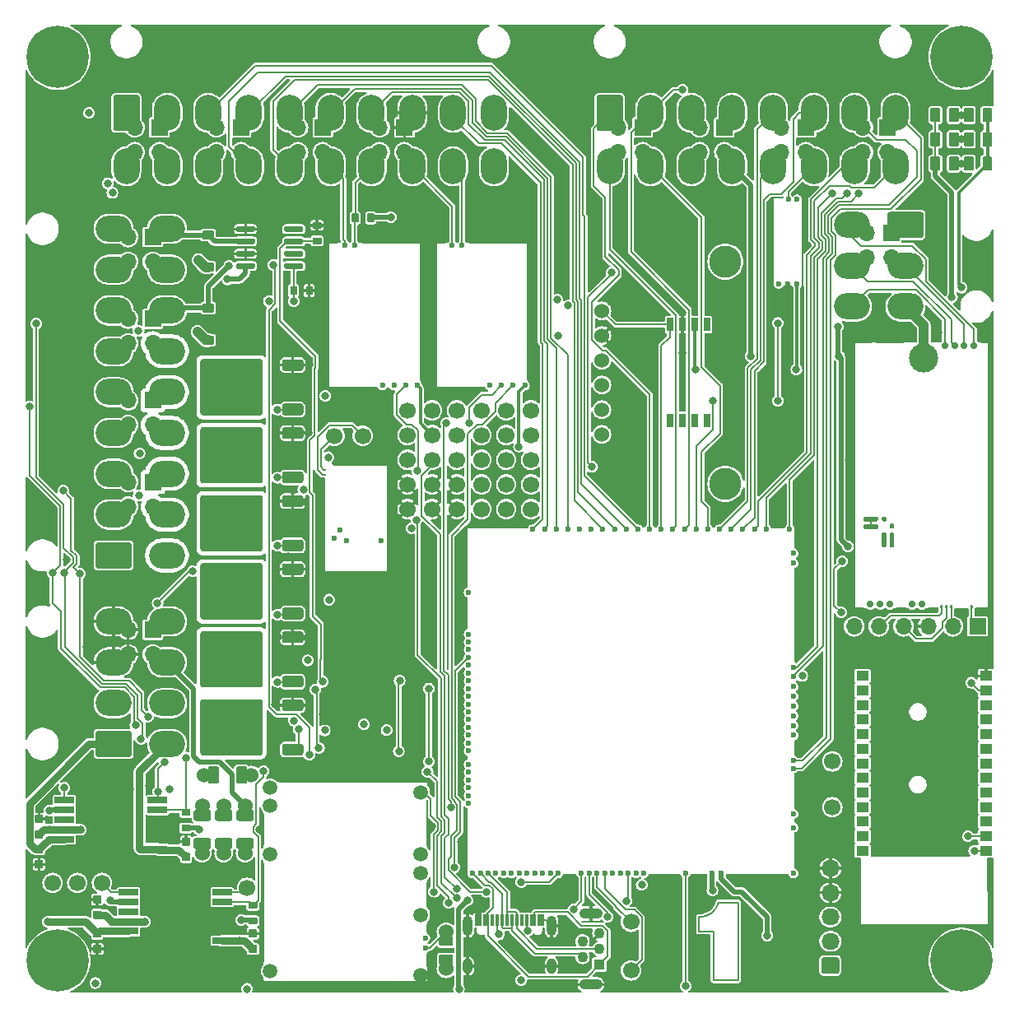
<source format=gtl>
G04 #@! TF.GenerationSoftware,KiCad,Pcbnew,8.0.1-8.0.1-1~ubuntu22.04.1*
G04 #@! TF.CreationDate,2024-04-13T16:01:45+00:00*
G04 #@! TF.ProjectId,uaefi,75616566-692e-46b6-9963-61645f706362,C*
G04 #@! TF.SameCoordinates,Original*
G04 #@! TF.FileFunction,Copper,L1,Top*
G04 #@! TF.FilePolarity,Positive*
%FSLAX46Y46*%
G04 Gerber Fmt 4.6, Leading zero omitted, Abs format (unit mm)*
G04 Created by KiCad (PCBNEW 8.0.1-8.0.1-1~ubuntu22.04.1) date 2024-04-13 16:01:45*
%MOMM*%
%LPD*%
G01*
G04 APERTURE LIST*
G04 #@! TA.AperFunction,EtchedComponent*
%ADD10C,0.200000*%
G04 #@! TD*
G04 #@! TA.AperFunction,ComponentPad*
%ADD11R,1.700000X1.700000*%
G04 #@! TD*
G04 #@! TA.AperFunction,ComponentPad*
%ADD12O,1.700000X1.700000*%
G04 #@! TD*
G04 #@! TA.AperFunction,ComponentPad*
%ADD13O,2.700000X3.700000*%
G04 #@! TD*
G04 #@! TA.AperFunction,ComponentPad*
%ADD14C,1.700000*%
G04 #@! TD*
G04 #@! TA.AperFunction,ComponentPad*
%ADD15C,0.700000*%
G04 #@! TD*
G04 #@! TA.AperFunction,SMDPad,CuDef*
%ADD16C,3.000000*%
G04 #@! TD*
G04 #@! TA.AperFunction,SMDPad,CuDef*
%ADD17R,3.000000X0.250000*%
G04 #@! TD*
G04 #@! TA.AperFunction,SMDPad,CuDef*
%ADD18R,1.100000X0.250000*%
G04 #@! TD*
G04 #@! TA.AperFunction,SMDPad,CuDef*
%ADD19R,0.980000X0.250000*%
G04 #@! TD*
G04 #@! TA.AperFunction,SMDPad,CuDef*
%ADD20R,1.450000X0.250000*%
G04 #@! TD*
G04 #@! TA.AperFunction,SMDPad,CuDef*
%ADD21R,0.250000X27.600000*%
G04 #@! TD*
G04 #@! TA.AperFunction,SMDPad,CuDef*
%ADD22R,1.950000X0.250000*%
G04 #@! TD*
G04 #@! TA.AperFunction,SMDPad,CuDef*
%ADD23R,0.950000X0.250000*%
G04 #@! TD*
G04 #@! TA.AperFunction,ComponentPad*
%ADD24C,0.800000*%
G04 #@! TD*
G04 #@! TA.AperFunction,ComponentPad*
%ADD25C,6.400000*%
G04 #@! TD*
G04 #@! TA.AperFunction,ComponentPad*
%ADD26C,1.524000*%
G04 #@! TD*
G04 #@! TA.AperFunction,ComponentPad*
%ADD27O,1.850000X1.700000*%
G04 #@! TD*
G04 #@! TA.AperFunction,ComponentPad*
%ADD28C,0.600000*%
G04 #@! TD*
G04 #@! TA.AperFunction,SMDPad,CuDef*
%ADD29R,6.185000X0.250000*%
G04 #@! TD*
G04 #@! TA.AperFunction,SMDPad,CuDef*
%ADD30R,1.115000X0.250000*%
G04 #@! TD*
G04 #@! TA.AperFunction,SMDPad,CuDef*
%ADD31R,0.250000X14.275000*%
G04 #@! TD*
G04 #@! TA.AperFunction,SMDPad,CuDef*
%ADD32R,0.250000X15.100000*%
G04 #@! TD*
G04 #@! TA.AperFunction,SMDPad,CuDef*
%ADD33R,5.175000X0.250000*%
G04 #@! TD*
G04 #@! TA.AperFunction,ComponentPad*
%ADD34R,1.100000X1.100000*%
G04 #@! TD*
G04 #@! TA.AperFunction,ComponentPad*
%ADD35C,1.100000*%
G04 #@! TD*
G04 #@! TA.AperFunction,ComponentPad*
%ADD36O,2.400000X1.100000*%
G04 #@! TD*
G04 #@! TA.AperFunction,SMDPad,CuDef*
%ADD37O,1.225000X0.200000*%
G04 #@! TD*
G04 #@! TA.AperFunction,SMDPad,CuDef*
%ADD38O,0.200000X9.300000*%
G04 #@! TD*
G04 #@! TA.AperFunction,ComponentPad*
%ADD39C,1.500000*%
G04 #@! TD*
G04 #@! TA.AperFunction,SMDPad,CuDef*
%ADD40O,0.200000X3.300000*%
G04 #@! TD*
G04 #@! TA.AperFunction,SMDPad,CuDef*
%ADD41O,0.200000X10.200000*%
G04 #@! TD*
G04 #@! TA.AperFunction,SMDPad,CuDef*
%ADD42O,0.200000X0.300000*%
G04 #@! TD*
G04 #@! TA.AperFunction,SMDPad,CuDef*
%ADD43O,17.000000X0.200000*%
G04 #@! TD*
G04 #@! TA.AperFunction,SMDPad,CuDef*
%ADD44O,15.400000X0.200000*%
G04 #@! TD*
G04 #@! TA.AperFunction,SMDPad,CuDef*
%ADD45O,0.200000X4.800000*%
G04 #@! TD*
G04 #@! TA.AperFunction,SMDPad,CuDef*
%ADD46O,0.200000X2.600000*%
G04 #@! TD*
G04 #@! TA.AperFunction,SMDPad,CuDef*
%ADD47O,0.200000X1.000000*%
G04 #@! TD*
G04 #@! TA.AperFunction,SMDPad,CuDef*
%ADD48O,0.200000X1.500000*%
G04 #@! TD*
G04 #@! TA.AperFunction,SMDPad,CuDef*
%ADD49O,5.669999X0.200000*%
G04 #@! TD*
G04 #@! TA.AperFunction,SMDPad,CuDef*
%ADD50O,0.200000X11.100001*%
G04 #@! TD*
G04 #@! TA.AperFunction,SMDPad,CuDef*
%ADD51O,0.399999X9.800001*%
G04 #@! TD*
G04 #@! TA.AperFunction,SMDPad,CuDef*
%ADD52O,0.250000X0.499999*%
G04 #@! TD*
G04 #@! TA.AperFunction,SMDPad,CuDef*
%ADD53O,6.799999X0.200000*%
G04 #@! TD*
G04 #@! TA.AperFunction,SMDPad,CuDef*
%ADD54O,0.499999X0.250000*%
G04 #@! TD*
G04 #@! TA.AperFunction,ComponentPad*
%ADD55C,0.599999*%
G04 #@! TD*
G04 #@! TA.AperFunction,ComponentPad*
%ADD56O,3.700000X2.700000*%
G04 #@! TD*
G04 #@! TA.AperFunction,SMDPad,CuDef*
%ADD57R,1.300000X1.000000*%
G04 #@! TD*
G04 #@! TA.AperFunction,SMDPad,CuDef*
%ADD58R,2.000000X0.650000*%
G04 #@! TD*
G04 #@! TA.AperFunction,SMDPad,CuDef*
%ADD59R,4.500000X8.100000*%
G04 #@! TD*
G04 #@! TA.AperFunction,SMDPad,CuDef*
%ADD60R,0.200000X3.700000*%
G04 #@! TD*
G04 #@! TA.AperFunction,SMDPad,CuDef*
%ADD61R,0.200000X0.400000*%
G04 #@! TD*
G04 #@! TA.AperFunction,SMDPad,CuDef*
%ADD62R,0.200000X1.600000*%
G04 #@! TD*
G04 #@! TA.AperFunction,SMDPad,CuDef*
%ADD63R,0.200000X9.700000*%
G04 #@! TD*
G04 #@! TA.AperFunction,SMDPad,CuDef*
%ADD64R,0.200000X2.300000*%
G04 #@! TD*
G04 #@! TA.AperFunction,SMDPad,CuDef*
%ADD65R,1.400000X0.200000*%
G04 #@! TD*
G04 #@! TA.AperFunction,SMDPad,CuDef*
%ADD66R,6.400000X0.200000*%
G04 #@! TD*
G04 #@! TA.AperFunction,SMDPad,CuDef*
%ADD67R,1.700000X0.200000*%
G04 #@! TD*
G04 #@! TA.AperFunction,SMDPad,CuDef*
%ADD68R,3.300000X0.200000*%
G04 #@! TD*
G04 #@! TA.AperFunction,SMDPad,CuDef*
%ADD69R,0.200000X7.000000*%
G04 #@! TD*
G04 #@! TA.AperFunction,SMDPad,CuDef*
%ADD70R,0.200000X3.300000*%
G04 #@! TD*
G04 #@! TA.AperFunction,SMDPad,CuDef*
%ADD71R,0.200000X6.300000*%
G04 #@! TD*
G04 #@! TA.AperFunction,SMDPad,CuDef*
%ADD72R,0.300000X1.150000*%
G04 #@! TD*
G04 #@! TA.AperFunction,ComponentPad*
%ADD73O,1.000000X2.100000*%
G04 #@! TD*
G04 #@! TA.AperFunction,ComponentPad*
%ADD74O,1.000000X1.600000*%
G04 #@! TD*
G04 #@! TA.AperFunction,ComponentPad*
%ADD75C,3.302000*%
G04 #@! TD*
G04 #@! TA.AperFunction,SMDPad,CuDef*
%ADD76R,0.690000X1.350000*%
G04 #@! TD*
G04 #@! TA.AperFunction,ViaPad*
%ADD77C,0.800000*%
G04 #@! TD*
G04 #@! TA.AperFunction,Conductor*
%ADD78C,0.200000*%
G04 #@! TD*
G04 #@! TA.AperFunction,Conductor*
%ADD79C,0.800000*%
G04 #@! TD*
G04 #@! TA.AperFunction,Conductor*
%ADD80C,0.300000*%
G04 #@! TD*
G04 #@! TA.AperFunction,Conductor*
%ADD81C,1.000000*%
G04 #@! TD*
G04 #@! TA.AperFunction,Conductor*
%ADD82C,0.500000*%
G04 #@! TD*
G04 #@! TA.AperFunction,Conductor*
%ADD83C,0.150000*%
G04 #@! TD*
G04 APERTURE END LIST*
D10*
G04 #@! TO.C,G2*
X69500000Y6500000D02*
X69500000Y8000000D01*
X69500000Y6500000D02*
X71000000Y6500000D01*
X71000000Y6500000D02*
X71000000Y1500000D01*
X71000000Y1500000D02*
X73500000Y1500000D01*
X73500000Y9500000D02*
X71500000Y9500000D01*
X73500000Y1500000D02*
X73500000Y9500000D01*
X71499999Y9500000D02*
G75*
G02*
X69500000Y8000000I-1921600J478801D01*
G01*
G04 #@! TD*
G04 #@! TO.P,R40,1*
G04 #@! TO.N,/IN_BUTTON3*
G04 #@! TA.AperFunction,SMDPad,CuDef*
G36*
G01*
X96749999Y84875000D02*
X96749999Y86125000D01*
G75*
G02*
X96849999Y86225000I100000J0D01*
G01*
X97649999Y86225000D01*
G75*
G02*
X97749999Y86125000I0J-100000D01*
G01*
X97749999Y84875000D01*
G75*
G02*
X97649999Y84775000I-100000J0D01*
G01*
X96849999Y84775000D01*
G75*
G02*
X96749999Y84875000I0J100000D01*
G01*
G37*
G04 #@! TD.AperFunction*
G04 #@! TO.P,R40,2*
G04 #@! TO.N,+5VA*
G04 #@! TA.AperFunction,SMDPad,CuDef*
G36*
G01*
X98650021Y84875000D02*
X98650021Y86125000D01*
G75*
G02*
X98750021Y86225000I100000J0D01*
G01*
X99550021Y86225000D01*
G75*
G02*
X99650021Y86125000I0J-100000D01*
G01*
X99650021Y84875000D01*
G75*
G02*
X99550021Y84775000I-100000J0D01*
G01*
X98750021Y84775000D01*
G75*
G02*
X98650021Y84875000I0J100000D01*
G01*
G37*
G04 #@! TD.AperFunction*
G04 #@! TD*
G04 #@! TO.P,U7,1,IN1*
G04 #@! TO.N,/LS1*
G04 #@! TA.AperFunction,SMDPad,CuDef*
G36*
G01*
X28775000Y75110000D02*
X28775000Y74810000D01*
G75*
G02*
X28625000Y74660000I-150000J0D01*
G01*
X26975000Y74660000D01*
G75*
G02*
X26825000Y74810000I0J150000D01*
G01*
X26825000Y75110000D01*
G75*
G02*
X26975000Y75260000I150000J0D01*
G01*
X28625000Y75260000D01*
G75*
G02*
X28775000Y75110000I0J-150000D01*
G01*
G37*
G04 #@! TD.AperFunction*
G04 #@! TO.P,U7,2,STATUS1*
G04 #@! TO.N,unconnected-(U7-STATUS1-Pad2)*
G04 #@! TA.AperFunction,SMDPad,CuDef*
G36*
G01*
X28775000Y76380000D02*
X28775000Y76080000D01*
G75*
G02*
X28625000Y75930000I-150000J0D01*
G01*
X26975000Y75930000D01*
G75*
G02*
X26825000Y76080000I0J150000D01*
G01*
X26825000Y76380000D01*
G75*
G02*
X26975000Y76530000I150000J0D01*
G01*
X28625000Y76530000D01*
G75*
G02*
X28775000Y76380000I0J-150000D01*
G01*
G37*
G04 #@! TD.AperFunction*
G04 #@! TO.P,U7,3,IN2*
G04 #@! TO.N,/LS2*
G04 #@! TA.AperFunction,SMDPad,CuDef*
G36*
G01*
X28775000Y77650000D02*
X28775000Y77350000D01*
G75*
G02*
X28625000Y77200000I-150000J0D01*
G01*
X26975000Y77200000D01*
G75*
G02*
X26825000Y77350000I0J150000D01*
G01*
X26825000Y77650000D01*
G75*
G02*
X26975000Y77800000I150000J0D01*
G01*
X28625000Y77800000D01*
G75*
G02*
X28775000Y77650000I0J-150000D01*
G01*
G37*
G04 #@! TD.AperFunction*
G04 #@! TO.P,U7,4,STATUS2*
G04 #@! TO.N,unconnected-(U7-STATUS2-Pad4)*
G04 #@! TA.AperFunction,SMDPad,CuDef*
G36*
G01*
X28775000Y78920000D02*
X28775000Y78620000D01*
G75*
G02*
X28625000Y78470000I-150000J0D01*
G01*
X26975000Y78470000D01*
G75*
G02*
X26825000Y78620000I0J150000D01*
G01*
X26825000Y78920000D01*
G75*
G02*
X26975000Y79070000I150000J0D01*
G01*
X28625000Y79070000D01*
G75*
G02*
X28775000Y78920000I0J-150000D01*
G01*
G37*
G04 #@! TD.AperFunction*
G04 #@! TO.P,U7,5,S2*
G04 #@! TO.N,GND*
G04 #@! TA.AperFunction,SMDPad,CuDef*
G36*
G01*
X23825000Y78920000D02*
X23825000Y78620000D01*
G75*
G02*
X23675000Y78470000I-150000J0D01*
G01*
X22025000Y78470000D01*
G75*
G02*
X21875000Y78620000I0J150000D01*
G01*
X21875000Y78920000D01*
G75*
G02*
X22025000Y79070000I150000J0D01*
G01*
X23675000Y79070000D01*
G75*
G02*
X23825000Y78920000I0J-150000D01*
G01*
G37*
G04 #@! TD.AperFunction*
G04 #@! TO.P,U7,6,D2*
G04 #@! TO.N,/OUT_LS2*
G04 #@! TA.AperFunction,SMDPad,CuDef*
G36*
G01*
X23825000Y77650000D02*
X23825000Y77350000D01*
G75*
G02*
X23675000Y77200000I-150000J0D01*
G01*
X22025000Y77200000D01*
G75*
G02*
X21875000Y77350000I0J150000D01*
G01*
X21875000Y77650000D01*
G75*
G02*
X22025000Y77800000I150000J0D01*
G01*
X23675000Y77800000D01*
G75*
G02*
X23825000Y77650000I0J-150000D01*
G01*
G37*
G04 #@! TD.AperFunction*
G04 #@! TO.P,U7,7,S1*
G04 #@! TO.N,GND*
G04 #@! TA.AperFunction,SMDPad,CuDef*
G36*
G01*
X23825000Y76380000D02*
X23825000Y76080000D01*
G75*
G02*
X23675000Y75930000I-150000J0D01*
G01*
X22025000Y75930000D01*
G75*
G02*
X21875000Y76080000I0J150000D01*
G01*
X21875000Y76380000D01*
G75*
G02*
X22025000Y76530000I150000J0D01*
G01*
X23675000Y76530000D01*
G75*
G02*
X23825000Y76380000I0J-150000D01*
G01*
G37*
G04 #@! TD.AperFunction*
G04 #@! TO.P,U7,8,D1*
G04 #@! TO.N,/OUT_LS1*
G04 #@! TA.AperFunction,SMDPad,CuDef*
G36*
G01*
X23825000Y75110000D02*
X23825000Y74810000D01*
G75*
G02*
X23675000Y74660000I-150000J0D01*
G01*
X22025000Y74660000D01*
G75*
G02*
X21875000Y74810000I0J150000D01*
G01*
X21875000Y75110000D01*
G75*
G02*
X22025000Y75260000I150000J0D01*
G01*
X23675000Y75260000D01*
G75*
G02*
X23825000Y75110000I0J-150000D01*
G01*
G37*
G04 #@! TD.AperFunction*
G04 #@! TD*
G04 #@! TO.P,C24,1*
G04 #@! TO.N,GND*
G04 #@! TA.AperFunction,SMDPad,CuDef*
G36*
G01*
X7260000Y10215001D02*
X7940000Y10215001D01*
G75*
G02*
X8025000Y10130001I0J-85000D01*
G01*
X8025000Y9450001D01*
G75*
G02*
X7940000Y9365001I-85000J0D01*
G01*
X7260000Y9365001D01*
G75*
G02*
X7175000Y9450001I0J85000D01*
G01*
X7175000Y10130001D01*
G75*
G02*
X7260000Y10215001I85000J0D01*
G01*
G37*
G04 #@! TD.AperFunction*
G04 #@! TO.P,C24,2*
G04 #@! TO.N,/DC Driver 2/PWR*
G04 #@! TA.AperFunction,SMDPad,CuDef*
G36*
G01*
X7260000Y8634999D02*
X7940000Y8634999D01*
G75*
G02*
X8025000Y8549999I0J-85000D01*
G01*
X8025000Y7869999D01*
G75*
G02*
X7940000Y7784999I-85000J0D01*
G01*
X7260000Y7784999D01*
G75*
G02*
X7175000Y7869999I0J85000D01*
G01*
X7175000Y8549999D01*
G75*
G02*
X7260000Y8634999I85000J0D01*
G01*
G37*
G04 #@! TD.AperFunction*
G04 #@! TD*
G04 #@! TO.P,R39,1*
G04 #@! TO.N,/IN_BUTTON2*
G04 #@! TA.AperFunction,SMDPad,CuDef*
G36*
G01*
X96749999Y87375000D02*
X96749999Y88625000D01*
G75*
G02*
X96849999Y88725000I100000J0D01*
G01*
X97649999Y88725000D01*
G75*
G02*
X97749999Y88625000I0J-100000D01*
G01*
X97749999Y87375000D01*
G75*
G02*
X97649999Y87275000I-100000J0D01*
G01*
X96849999Y87275000D01*
G75*
G02*
X96749999Y87375000I0J100000D01*
G01*
G37*
G04 #@! TD.AperFunction*
G04 #@! TO.P,R39,2*
G04 #@! TO.N,+5VA*
G04 #@! TA.AperFunction,SMDPad,CuDef*
G36*
G01*
X98650021Y87375000D02*
X98650021Y88625000D01*
G75*
G02*
X98750021Y88725000I100000J0D01*
G01*
X99550021Y88725000D01*
G75*
G02*
X99650021Y88625000I0J-100000D01*
G01*
X99650021Y87375000D01*
G75*
G02*
X99550021Y87275000I-100000J0D01*
G01*
X98750021Y87275000D01*
G75*
G02*
X98650021Y87375000I0J100000D01*
G01*
G37*
G04 #@! TD.AperFunction*
G04 #@! TD*
G04 #@! TO.P,Q10,1,G*
G04 #@! TO.N,Net-(Q10-G)*
G04 #@! TA.AperFunction,SMDPad,CuDef*
G36*
G01*
X28800000Y39570000D02*
X28800000Y38870000D01*
G75*
G02*
X28550000Y38620000I-250000J0D01*
G01*
X26850000Y38620000D01*
G75*
G02*
X26600000Y38870000I0J250000D01*
G01*
X26600000Y39570000D01*
G75*
G02*
X26850000Y39820000I250000J0D01*
G01*
X28550000Y39820000D01*
G75*
G02*
X28800000Y39570000I0J-250000D01*
G01*
G37*
G04 #@! TD.AperFunction*
G04 #@! TO.P,Q10,2,C*
G04 #@! TO.N,/OUT_IGN4*
G04 #@! TA.AperFunction,SMDPad,CuDef*
G36*
G01*
X24600000Y41100000D02*
X24600000Y38850000D01*
G75*
G02*
X24350000Y38600000I-250000J0D01*
G01*
X21800000Y38600000D01*
G75*
G02*
X21550000Y38850000I0J250000D01*
G01*
X21550000Y41100000D01*
G75*
G02*
X21800000Y41350000I250000J0D01*
G01*
X24350000Y41350000D01*
G75*
G02*
X24600000Y41100000I0J-250000D01*
G01*
G37*
G04 #@! TD.AperFunction*
G04 #@! TA.AperFunction,SMDPad,CuDef*
G36*
G01*
X24600000Y44150000D02*
X24600000Y41900000D01*
G75*
G02*
X24350000Y41650000I-250000J0D01*
G01*
X21800000Y41650000D01*
G75*
G02*
X21550000Y41900000I0J250000D01*
G01*
X21550000Y44150000D01*
G75*
G02*
X21800000Y44400000I250000J0D01*
G01*
X24350000Y44400000D01*
G75*
G02*
X24600000Y44150000I0J-250000D01*
G01*
G37*
G04 #@! TD.AperFunction*
G04 #@! TA.AperFunction,SMDPad,CuDef*
G36*
G01*
X24600000Y44150003D02*
X24600000Y38849997D01*
G75*
G02*
X24350003Y38600000I-249997J0D01*
G01*
X18449997Y38600000D01*
G75*
G02*
X18200000Y38849997I0J249997D01*
G01*
X18200000Y44150003D01*
G75*
G02*
X18449997Y44400000I249997J0D01*
G01*
X24350003Y44400000D01*
G75*
G02*
X24600000Y44150003I0J-249997D01*
G01*
G37*
G04 #@! TD.AperFunction*
G04 #@! TA.AperFunction,SMDPad,CuDef*
G36*
G01*
X21250000Y41100000D02*
X21250000Y38850000D01*
G75*
G02*
X21000000Y38600000I-250000J0D01*
G01*
X18450000Y38600000D01*
G75*
G02*
X18200000Y38850000I0J250000D01*
G01*
X18200000Y41100000D01*
G75*
G02*
X18450000Y41350000I250000J0D01*
G01*
X21000000Y41350000D01*
G75*
G02*
X21250000Y41100000I0J-250000D01*
G01*
G37*
G04 #@! TD.AperFunction*
G04 #@! TA.AperFunction,SMDPad,CuDef*
G36*
G01*
X21250000Y44150000D02*
X21250000Y41900000D01*
G75*
G02*
X21000000Y41650000I-250000J0D01*
G01*
X18450000Y41650000D01*
G75*
G02*
X18200000Y41900000I0J250000D01*
G01*
X18200000Y44150000D01*
G75*
G02*
X18450000Y44400000I250000J0D01*
G01*
X21000000Y44400000D01*
G75*
G02*
X21250000Y44150000I0J-250000D01*
G01*
G37*
G04 #@! TD.AperFunction*
G04 #@! TO.P,Q10,3,E*
G04 #@! TO.N,GND*
G04 #@! TA.AperFunction,SMDPad,CuDef*
G36*
G01*
X28800000Y44130000D02*
X28800000Y43430000D01*
G75*
G02*
X28550000Y43180000I-250000J0D01*
G01*
X26850000Y43180000D01*
G75*
G02*
X26600000Y43430000I0J250000D01*
G01*
X26600000Y44130000D01*
G75*
G02*
X26850000Y44380000I250000J0D01*
G01*
X28550000Y44380000D01*
G75*
G02*
X28800000Y44130000I0J-250000D01*
G01*
G37*
G04 #@! TD.AperFunction*
G04 #@! TD*
D11*
G04 #@! TO.P,J21,1,Pin_1*
G04 #@! TO.N,/OUT_IGN3*
X13315000Y52750000D03*
D12*
G04 #@! TO.P,J21,2,Pin_2*
G04 #@! TO.N,/OUT_INJ4*
X10775000Y52750000D03*
G04 #@! TO.P,J21,3,Pin_3*
G04 #@! TO.N,/OUT_IGN4*
X13315000Y50210000D03*
G04 #@! TO.P,J21,4,Pin_4*
G04 #@! TO.N,/OUT_INJ5*
X10775000Y50210000D03*
G04 #@! TD*
G04 #@! TO.P,J10,1,Pin_1*
G04 #@! TO.N,/IN_AUX1*
G04 #@! TA.AperFunction,ComponentPad*
G36*
G01*
X58950000Y89125001D02*
X58950000Y92324999D01*
G75*
G02*
X59200001Y92575000I250001J0D01*
G01*
X61399999Y92575000D01*
G75*
G02*
X61650000Y92324999I0J-250001D01*
G01*
X61650000Y89125001D01*
G75*
G02*
X61399999Y88875000I-250001J0D01*
G01*
X59200001Y88875000D01*
G75*
G02*
X58950000Y89125001I0J250001D01*
G01*
G37*
G04 #@! TD.AperFunction*
D13*
G04 #@! TO.P,J10,2,Pin_2*
G04 #@! TO.N,/IN_BUTTON1*
X64500000Y90725000D03*
G04 #@! TO.P,J10,3,Pin_3*
G04 #@! TO.N,+5VP*
X68700000Y90725000D03*
G04 #@! TO.P,J10,4,Pin_4*
X72900000Y90725000D03*
G04 #@! TO.P,J10,5,Pin_5*
G04 #@! TO.N,/IN_FLEX*
X77100000Y90725000D03*
G04 #@! TO.P,J10,6,Pin_6*
G04 #@! TO.N,/IN_PPS1*
X81300000Y90725000D03*
G04 #@! TO.P,J10,7,Pin_7*
G04 #@! TO.N,/CAN+*
X85500000Y90725000D03*
G04 #@! TO.P,J10,8,Pin_8*
G04 #@! TO.N,/CAN-*
X89700000Y90725000D03*
G04 #@! TO.P,J10,9,Pin_9*
G04 #@! TO.N,/IN_MAP*
X60300000Y85225000D03*
G04 #@! TO.P,J10,10,Pin_10*
G04 #@! TO.N,/IN_BUTTON2*
X64500000Y85225000D03*
G04 #@! TO.P,J10,11,Pin_11*
G04 #@! TO.N,GNDA*
X68700000Y85225000D03*
G04 #@! TO.P,J10,12,Pin_12*
X72900000Y85225000D03*
G04 #@! TO.P,J10,13,Pin_13*
G04 #@! TO.N,/IN_TPS1*
X77100000Y85225000D03*
G04 #@! TO.P,J10,14,Pin_14*
G04 #@! TO.N,/IN_KNOCK_RAW*
X81300000Y85225000D03*
G04 #@! TO.P,J10,15,Pin_15*
G04 #@! TO.N,/IN_IAT*
X85500000Y85225000D03*
G04 #@! TO.P,J10,16,Pin_16*
G04 #@! TO.N,/IN_CLT*
X89700000Y85225000D03*
G04 #@! TD*
D14*
G04 #@! TO.P,P8,1,Pin_1*
G04 #@! TO.N,Net-(M6-UART2_TX_(PD5))*
X83200000Y19300000D03*
G04 #@! TD*
D11*
G04 #@! TO.P,J20,1,Pin_1*
G04 #@! TO.N,/OUT_IGN2*
X13315000Y61150000D03*
D12*
G04 #@! TO.P,J20,2,Pin_2*
G04 #@! TO.N,/OUT_INJ2*
X10775000Y61150000D03*
G04 #@! TO.P,J20,3,Pin_3*
G04 #@! TO.N,/OUT_IGN5*
X13315000Y58610000D03*
G04 #@! TO.P,J20,4,Pin_4*
G04 #@! TO.N,/OUT_INJ3*
X10775000Y58610000D03*
G04 #@! TD*
D15*
G04 #@! TO.P,M5,E1,LSU_Un*
G04 #@! TO.N,/WBO_Un*
X97775000Y66750000D03*
G04 #@! TO.P,M5,E2,LSU_Vm*
G04 #@! TO.N,/WBO_Vm*
X94775000Y66750000D03*
G04 #@! TO.P,M5,E3,LSU_Ip*
G04 #@! TO.N,/WBO_Ip*
X95775000Y66750000D03*
G04 #@! TO.P,M5,E4,LSU_Rtrim*
G04 #@! TO.N,/WBO_Rtrim*
X96775000Y66750000D03*
D16*
G04 #@! TO.P,M5,E5,LSU_H+*
G04 #@! TO.N,/WBO_Heater*
X92625000Y65500000D03*
D17*
G04 #@! TO.P,M5,E6,LSU_H-*
G04 #@! TO.N,GND*
X89125000Y67125000D03*
D18*
G04 #@! TO.P,M5,G,GND*
X85925000Y39775000D03*
D19*
X90265000Y39775000D03*
X93565000Y39775000D03*
D20*
X98650000Y39775000D03*
D21*
X85500000Y53450000D03*
X99250000Y53450000D03*
D22*
X86350000Y67125000D03*
D23*
X98900000Y67125000D03*
G04 #@! TO.P,M5,J1,SEL1*
G04 #@! TO.N,Net-(M5-PULL_DOWN1)*
G04 #@! TA.AperFunction,SMDPad,CuDef*
G36*
G01*
X86525000Y49200000D02*
X87775000Y49200000D01*
G75*
G02*
X87900000Y49075000I0J-125000D01*
G01*
X87900000Y48825000D01*
G75*
G02*
X87775000Y48700000I-125000J0D01*
G01*
X86525000Y48700000D01*
G75*
G02*
X86400000Y48825000I0J125000D01*
G01*
X86400000Y49075000D01*
G75*
G02*
X86525000Y49200000I125000J0D01*
G01*
G37*
G04 #@! TD.AperFunction*
G04 #@! TO.P,M5,J2,SEL2*
G04 #@! TO.N,unconnected-(M5-SEL2-PadJ2)*
G04 #@! TA.AperFunction,SMDPad,CuDef*
G36*
G01*
X89200000Y47525000D02*
X89450000Y47525000D01*
G75*
G02*
X89575000Y47400000I0J-125000D01*
G01*
X89575000Y46150000D01*
G75*
G02*
X89450000Y46025000I-125000J0D01*
G01*
X89200000Y46025000D01*
G75*
G02*
X89075000Y46150000I0J125000D01*
G01*
X89075000Y47400000D01*
G75*
G02*
X89200000Y47525000I125000J0D01*
G01*
G37*
G04 #@! TD.AperFunction*
G04 #@! TO.P,M5,J_GND1,PULL_DOWN1*
G04 #@! TO.N,Net-(M5-PULL_DOWN1)*
G04 #@! TA.AperFunction,SMDPad,CuDef*
G36*
G01*
X86525000Y48400000D02*
X87775000Y48400000D01*
G75*
G02*
X87900000Y48275000I0J-125000D01*
G01*
X87900000Y48025000D01*
G75*
G02*
X87775000Y47900000I-125000J0D01*
G01*
X86525000Y47900000D01*
G75*
G02*
X86400000Y48025000I0J125000D01*
G01*
X86400000Y48275000D01*
G75*
G02*
X86525000Y48400000I125000J0D01*
G01*
G37*
G04 #@! TD.AperFunction*
G04 #@! TO.P,M5,J_GND2,PULL_DOWN2*
G04 #@! TO.N,unconnected-(M5-PULL_DOWN2-PadJ_GND2)*
G04 #@! TA.AperFunction,SMDPad,CuDef*
G36*
G01*
X89075000Y48075000D02*
X89075000Y48325000D01*
G75*
G02*
X89200000Y48450000I125000J0D01*
G01*
X89450000Y48450000D01*
G75*
G02*
X89575000Y48325000I0J-125000D01*
G01*
X89575000Y48075000D01*
G75*
G02*
X89450000Y47950000I-125000J0D01*
G01*
X89200000Y47950000D01*
G75*
G02*
X89075000Y48075000I0J125000D01*
G01*
G37*
G04 #@! TD.AperFunction*
G04 #@! TO.P,M5,J_VCC1,PULL_UP1*
G04 #@! TO.N,unconnected-(M5-PULL_UP1-PadJ_VCC1)*
G04 #@! TA.AperFunction,SMDPad,CuDef*
G36*
G01*
X88400000Y49200000D02*
X88650000Y49200000D01*
G75*
G02*
X88775000Y49075000I0J-125000D01*
G01*
X88775000Y48825000D01*
G75*
G02*
X88650000Y48700000I-125000J0D01*
G01*
X88400000Y48700000D01*
G75*
G02*
X88275000Y48825000I0J125000D01*
G01*
X88275000Y49075000D01*
G75*
G02*
X88400000Y49200000I125000J0D01*
G01*
G37*
G04 #@! TD.AperFunction*
G04 #@! TO.P,M5,J_VCC2,PULL_UP2*
G04 #@! TO.N,unconnected-(M5-PULL_UP2-PadJ_VCC2)*
G04 #@! TA.AperFunction,SMDPad,CuDef*
G36*
G01*
X88400000Y47525000D02*
X88650000Y47525000D01*
G75*
G02*
X88775000Y47400000I0J-125000D01*
G01*
X88775000Y46150000D01*
G75*
G02*
X88650000Y46025000I-125000J0D01*
G01*
X88400000Y46025000D01*
G75*
G02*
X88275000Y46150000I0J125000D01*
G01*
X88275000Y47400000D01*
G75*
G02*
X88400000Y47525000I125000J0D01*
G01*
G37*
G04 #@! TD.AperFunction*
D15*
G04 #@! TO.P,M5,W1,V5_IN*
G04 #@! TO.N,+5VA*
X88125000Y40158800D03*
G04 #@! TO.P,M5,W2,CAN_VIO*
G04 #@! TO.N,unconnected-(M5-CAN_VIO-PadW2)*
X89125000Y40158800D03*
G04 #@! TO.P,M5,W3,CANL*
G04 #@! TO.N,/CAN-*
X92421000Y40158800D03*
G04 #@! TO.P,M5,W4,CANH*
G04 #@! TO.N,/CAN+*
X91405000Y40158800D03*
G04 #@! TO.P,M5,W5,nReset*
G04 #@! TO.N,Net-(J6-Pin_5)*
G04 #@! TA.AperFunction,SMDPad,CuDef*
G36*
G01*
X94425000Y39650000D02*
X94425000Y39650000D01*
G75*
G02*
X94300000Y39775000I0J125000D01*
G01*
X94300000Y40025000D01*
G75*
G02*
X94425000Y40150000I125000J0D01*
G01*
X94425000Y40150000D01*
G75*
G02*
X94550000Y40025000I0J-125000D01*
G01*
X94550000Y39775000D01*
G75*
G02*
X94425000Y39650000I-125000J0D01*
G01*
G37*
G04 #@! TD.AperFunction*
G04 #@! TO.P,M5,W6,SWDIO*
G04 #@! TO.N,Net-(J6-Pin_4)*
G04 #@! TA.AperFunction,SMDPad,CuDef*
G36*
G01*
X94925000Y39650000D02*
X94925000Y39650000D01*
G75*
G02*
X94800000Y39775000I0J125000D01*
G01*
X94800000Y40025000D01*
G75*
G02*
X94925000Y40150000I125000J0D01*
G01*
X94925000Y40150000D01*
G75*
G02*
X95050000Y40025000I0J-125000D01*
G01*
X95050000Y39775000D01*
G75*
G02*
X94925000Y39650000I-125000J0D01*
G01*
G37*
G04 #@! TD.AperFunction*
G04 #@! TO.P,M5,W7,SWCLK*
G04 #@! TO.N,Net-(J6-Pin_2)*
G04 #@! TA.AperFunction,SMDPad,CuDef*
G36*
G01*
X95425000Y39650000D02*
X95425000Y39650000D01*
G75*
G02*
X95300000Y39775000I0J125000D01*
G01*
X95300000Y40025000D01*
G75*
G02*
X95425000Y40150000I125000J0D01*
G01*
X95425000Y40150000D01*
G75*
G02*
X95550000Y40025000I0J-125000D01*
G01*
X95550000Y39775000D01*
G75*
G02*
X95425000Y39650000I-125000J0D01*
G01*
G37*
G04 #@! TD.AperFunction*
G04 #@! TO.P,M5,W8,V33_OUT*
G04 #@! TO.N,Net-(J6-Pin_1)*
G04 #@! TA.AperFunction,SMDPad,CuDef*
G36*
G01*
X97525000Y39650000D02*
X97525000Y39650000D01*
G75*
G02*
X97400000Y39775000I0J125000D01*
G01*
X97400000Y40025000D01*
G75*
G02*
X97525000Y40150000I125000J0D01*
G01*
X97525000Y40150000D01*
G75*
G02*
X97650000Y40025000I0J-125000D01*
G01*
X97650000Y39775000D01*
G75*
G02*
X97525000Y39650000I-125000J0D01*
G01*
G37*
G04 #@! TD.AperFunction*
G04 #@! TO.P,M5,W9,VDDA*
G04 #@! TO.N,unconnected-(M5-VDDA-PadW9)*
X87125000Y40158800D03*
G04 #@! TD*
G04 #@! TO.P,J2,1,Pin_1*
G04 #@! TO.N,+5VP*
G04 #@! TA.AperFunction,ComponentPad*
G36*
G01*
X9250000Y89125001D02*
X9250000Y92324999D01*
G75*
G02*
X9500001Y92575000I250001J0D01*
G01*
X11699999Y92575000D01*
G75*
G02*
X11950000Y92324999I0J-250001D01*
G01*
X11950000Y89125001D01*
G75*
G02*
X11699999Y88875000I-250001J0D01*
G01*
X9500001Y88875000D01*
G75*
G02*
X9250000Y89125001I0J250001D01*
G01*
G37*
G04 #@! TD.AperFunction*
D13*
G04 #@! TO.P,J2,2,Pin_2*
X14800000Y90725000D03*
G04 #@! TO.P,J2,3,Pin_3*
G04 #@! TO.N,/IN_AUX2*
X19000000Y90725000D03*
G04 #@! TO.P,J2,4,Pin_4*
G04 #@! TO.N,/IN_PPS2*
X23200000Y90725000D03*
G04 #@! TO.P,J2,5,Pin_5*
G04 #@! TO.N,/IN_HALL1*
X27400000Y90725000D03*
G04 #@! TO.P,J2,6,Pin_6*
G04 #@! TO.N,/IN_HALL2*
X31600000Y90725000D03*
G04 #@! TO.P,J2,7,Pin_7*
G04 #@! TO.N,/IN_HALL3*
X35800000Y90725000D03*
G04 #@! TO.P,J2,8,Pin_8*
G04 #@! TO.N,GND*
X40000000Y90725000D03*
G04 #@! TO.P,J2,9,Pin_9*
G04 #@! TO.N,/IN_BUTTON3*
X44200000Y90725000D03*
G04 #@! TO.P,J2,10,Pin_10*
G04 #@! TO.N,/EGT+*
X48400000Y90725000D03*
G04 #@! TO.P,J2,11,Pin_11*
G04 #@! TO.N,GNDA*
X10600000Y85225000D03*
G04 #@! TO.P,J2,12,Pin_12*
X14800000Y85225000D03*
G04 #@! TO.P,J2,13,Pin_13*
X19000000Y85225000D03*
G04 #@! TO.P,J2,14,Pin_14*
G04 #@! TO.N,/IN_TPS2*
X23200000Y85225000D03*
G04 #@! TO.P,J2,15,Pin_15*
G04 #@! TO.N,/IN_AUX3*
X27400000Y85225000D03*
G04 #@! TO.P,J2,16,Pin_16*
G04 #@! TO.N,/VR_MAX9924+*
X31600000Y85225000D03*
G04 #@! TO.P,J2,17,Pin_17*
G04 #@! TO.N,/VR_MAX9924-*
X35800000Y85225000D03*
G04 #@! TO.P,J2,18,Pin_18*
G04 #@! TO.N,/VR_DISCRETE+*
X40000000Y85225000D03*
G04 #@! TO.P,J2,19,Pin_19*
G04 #@! TO.N,/VR_DISCRETE-*
X44200000Y85225000D03*
G04 #@! TO.P,J2,20,Pin_20*
G04 #@! TO.N,/EGT-*
X48400000Y85225000D03*
G04 #@! TD*
G04 #@! TO.P,Q7,1,G*
G04 #@! TO.N,Net-(Q7-G)*
G04 #@! TA.AperFunction,SMDPad,CuDef*
G36*
G01*
X28800000Y60570000D02*
X28800000Y59870000D01*
G75*
G02*
X28550000Y59620000I-250000J0D01*
G01*
X26850000Y59620000D01*
G75*
G02*
X26600000Y59870000I0J250000D01*
G01*
X26600000Y60570000D01*
G75*
G02*
X26850000Y60820000I250000J0D01*
G01*
X28550000Y60820000D01*
G75*
G02*
X28800000Y60570000I0J-250000D01*
G01*
G37*
G04 #@! TD.AperFunction*
G04 #@! TO.P,Q7,2,C*
G04 #@! TO.N,/OUT_IGN1*
G04 #@! TA.AperFunction,SMDPad,CuDef*
G36*
G01*
X24600000Y62100000D02*
X24600000Y59850000D01*
G75*
G02*
X24350000Y59600000I-250000J0D01*
G01*
X21800000Y59600000D01*
G75*
G02*
X21550000Y59850000I0J250000D01*
G01*
X21550000Y62100000D01*
G75*
G02*
X21800000Y62350000I250000J0D01*
G01*
X24350000Y62350000D01*
G75*
G02*
X24600000Y62100000I0J-250000D01*
G01*
G37*
G04 #@! TD.AperFunction*
G04 #@! TA.AperFunction,SMDPad,CuDef*
G36*
G01*
X24600000Y65150000D02*
X24600000Y62900000D01*
G75*
G02*
X24350000Y62650000I-250000J0D01*
G01*
X21800000Y62650000D01*
G75*
G02*
X21550000Y62900000I0J250000D01*
G01*
X21550000Y65150000D01*
G75*
G02*
X21800000Y65400000I250000J0D01*
G01*
X24350000Y65400000D01*
G75*
G02*
X24600000Y65150000I0J-250000D01*
G01*
G37*
G04 #@! TD.AperFunction*
G04 #@! TA.AperFunction,SMDPad,CuDef*
G36*
G01*
X24600000Y65150003D02*
X24600000Y59849997D01*
G75*
G02*
X24350003Y59600000I-249997J0D01*
G01*
X18449997Y59600000D01*
G75*
G02*
X18200000Y59849997I0J249997D01*
G01*
X18200000Y65150003D01*
G75*
G02*
X18449997Y65400000I249997J0D01*
G01*
X24350003Y65400000D01*
G75*
G02*
X24600000Y65150003I0J-249997D01*
G01*
G37*
G04 #@! TD.AperFunction*
G04 #@! TA.AperFunction,SMDPad,CuDef*
G36*
G01*
X21250000Y62100000D02*
X21250000Y59850000D01*
G75*
G02*
X21000000Y59600000I-250000J0D01*
G01*
X18450000Y59600000D01*
G75*
G02*
X18200000Y59850000I0J250000D01*
G01*
X18200000Y62100000D01*
G75*
G02*
X18450000Y62350000I250000J0D01*
G01*
X21000000Y62350000D01*
G75*
G02*
X21250000Y62100000I0J-250000D01*
G01*
G37*
G04 #@! TD.AperFunction*
G04 #@! TA.AperFunction,SMDPad,CuDef*
G36*
G01*
X21250000Y65150000D02*
X21250000Y62900000D01*
G75*
G02*
X21000000Y62650000I-250000J0D01*
G01*
X18450000Y62650000D01*
G75*
G02*
X18200000Y62900000I0J250000D01*
G01*
X18200000Y65150000D01*
G75*
G02*
X18450000Y65400000I250000J0D01*
G01*
X21000000Y65400000D01*
G75*
G02*
X21250000Y65150000I0J-250000D01*
G01*
G37*
G04 #@! TD.AperFunction*
G04 #@! TO.P,Q7,3,E*
G04 #@! TO.N,GND*
G04 #@! TA.AperFunction,SMDPad,CuDef*
G36*
G01*
X28800000Y65130000D02*
X28800000Y64430000D01*
G75*
G02*
X28550000Y64180000I-250000J0D01*
G01*
X26850000Y64180000D01*
G75*
G02*
X26600000Y64430000I0J250000D01*
G01*
X26600000Y65130000D01*
G75*
G02*
X26850000Y65380000I250000J0D01*
G01*
X28550000Y65380000D01*
G75*
G02*
X28800000Y65130000I0J-250000D01*
G01*
G37*
G04 #@! TD.AperFunction*
G04 #@! TD*
G04 #@! TO.P,Q8,1,G*
G04 #@! TO.N,Net-(Q8-G)*
G04 #@! TA.AperFunction,SMDPad,CuDef*
G36*
G01*
X28800000Y53570000D02*
X28800000Y52870000D01*
G75*
G02*
X28550000Y52620000I-250000J0D01*
G01*
X26850000Y52620000D01*
G75*
G02*
X26600000Y52870000I0J250000D01*
G01*
X26600000Y53570000D01*
G75*
G02*
X26850000Y53820000I250000J0D01*
G01*
X28550000Y53820000D01*
G75*
G02*
X28800000Y53570000I0J-250000D01*
G01*
G37*
G04 #@! TD.AperFunction*
G04 #@! TO.P,Q8,2,C*
G04 #@! TO.N,/OUT_IGN2*
G04 #@! TA.AperFunction,SMDPad,CuDef*
G36*
G01*
X24600000Y55100000D02*
X24600000Y52850000D01*
G75*
G02*
X24350000Y52600000I-250000J0D01*
G01*
X21800000Y52600000D01*
G75*
G02*
X21550000Y52850000I0J250000D01*
G01*
X21550000Y55100000D01*
G75*
G02*
X21800000Y55350000I250000J0D01*
G01*
X24350000Y55350000D01*
G75*
G02*
X24600000Y55100000I0J-250000D01*
G01*
G37*
G04 #@! TD.AperFunction*
G04 #@! TA.AperFunction,SMDPad,CuDef*
G36*
G01*
X24600000Y58150000D02*
X24600000Y55900000D01*
G75*
G02*
X24350000Y55650000I-250000J0D01*
G01*
X21800000Y55650000D01*
G75*
G02*
X21550000Y55900000I0J250000D01*
G01*
X21550000Y58150000D01*
G75*
G02*
X21800000Y58400000I250000J0D01*
G01*
X24350000Y58400000D01*
G75*
G02*
X24600000Y58150000I0J-250000D01*
G01*
G37*
G04 #@! TD.AperFunction*
G04 #@! TA.AperFunction,SMDPad,CuDef*
G36*
G01*
X24600000Y58150003D02*
X24600000Y52849997D01*
G75*
G02*
X24350003Y52600000I-249997J0D01*
G01*
X18449997Y52600000D01*
G75*
G02*
X18200000Y52849997I0J249997D01*
G01*
X18200000Y58150003D01*
G75*
G02*
X18449997Y58400000I249997J0D01*
G01*
X24350003Y58400000D01*
G75*
G02*
X24600000Y58150003I0J-249997D01*
G01*
G37*
G04 #@! TD.AperFunction*
G04 #@! TA.AperFunction,SMDPad,CuDef*
G36*
G01*
X21250000Y55100000D02*
X21250000Y52850000D01*
G75*
G02*
X21000000Y52600000I-250000J0D01*
G01*
X18450000Y52600000D01*
G75*
G02*
X18200000Y52850000I0J250000D01*
G01*
X18200000Y55100000D01*
G75*
G02*
X18450000Y55350000I250000J0D01*
G01*
X21000000Y55350000D01*
G75*
G02*
X21250000Y55100000I0J-250000D01*
G01*
G37*
G04 #@! TD.AperFunction*
G04 #@! TA.AperFunction,SMDPad,CuDef*
G36*
G01*
X21250000Y58150000D02*
X21250000Y55900000D01*
G75*
G02*
X21000000Y55650000I-250000J0D01*
G01*
X18450000Y55650000D01*
G75*
G02*
X18200000Y55900000I0J250000D01*
G01*
X18200000Y58150000D01*
G75*
G02*
X18450000Y58400000I250000J0D01*
G01*
X21000000Y58400000D01*
G75*
G02*
X21250000Y58150000I0J-250000D01*
G01*
G37*
G04 #@! TD.AperFunction*
G04 #@! TO.P,Q8,3,E*
G04 #@! TO.N,GND*
G04 #@! TA.AperFunction,SMDPad,CuDef*
G36*
G01*
X28800000Y58130000D02*
X28800000Y57430000D01*
G75*
G02*
X28550000Y57180000I-250000J0D01*
G01*
X26850000Y57180000D01*
G75*
G02*
X26600000Y57430000I0J250000D01*
G01*
X26600000Y58130000D01*
G75*
G02*
X26850000Y58380000I250000J0D01*
G01*
X28550000Y58380000D01*
G75*
G02*
X28800000Y58130000I0J-250000D01*
G01*
G37*
G04 #@! TD.AperFunction*
G04 #@! TD*
D11*
G04 #@! TO.P,J17,1,Pin_1*
G04 #@! TO.N,GND*
X39190000Y89225000D03*
D12*
G04 #@! TO.P,J17,2,Pin_2*
G04 #@! TO.N,/IN_HALL3*
X36650000Y89225000D03*
G04 #@! TO.P,J17,3,Pin_3*
G04 #@! TO.N,/VR_DISCRETE+*
X39190000Y86685000D03*
G04 #@! TO.P,J17,4,Pin_4*
G04 #@! TO.N,/VR_MAX9924-*
X36650000Y86685000D03*
G04 #@! TD*
D14*
G04 #@! TO.P,P1,1,Pin_1*
G04 #@! TO.N,Net-(M7-CANL)*
X32000000Y57500000D03*
G04 #@! TD*
G04 #@! TO.P,C26,1*
G04 #@! TO.N,GND*
G04 #@! TA.AperFunction,SMDPad,CuDef*
G36*
G01*
X23260000Y6715001D02*
X23940000Y6715001D01*
G75*
G02*
X24025000Y6630001I0J-85000D01*
G01*
X24025000Y5950001D01*
G75*
G02*
X23940000Y5865001I-85000J0D01*
G01*
X23260000Y5865001D01*
G75*
G02*
X23175000Y5950001I0J85000D01*
G01*
X23175000Y6630001D01*
G75*
G02*
X23260000Y6715001I85000J0D01*
G01*
G37*
G04 #@! TD.AperFunction*
G04 #@! TO.P,C26,2*
G04 #@! TO.N,/OUT_DC2+*
G04 #@! TA.AperFunction,SMDPad,CuDef*
G36*
G01*
X23260000Y5134999D02*
X23940000Y5134999D01*
G75*
G02*
X24025000Y5049999I0J-85000D01*
G01*
X24025000Y4369999D01*
G75*
G02*
X23940000Y4284999I-85000J0D01*
G01*
X23260000Y4284999D01*
G75*
G02*
X23175000Y4369999I0J85000D01*
G01*
X23175000Y5049999D01*
G75*
G02*
X23260000Y5134999I85000J0D01*
G01*
G37*
G04 #@! TD.AperFunction*
G04 #@! TD*
G04 #@! TO.P,R1,1*
G04 #@! TO.N,+5VP*
G04 #@! TA.AperFunction,SMDPad,CuDef*
G36*
G01*
X36082497Y80315000D02*
X36082497Y79535000D01*
G75*
G02*
X36012497Y79465000I-70000J0D01*
G01*
X35452497Y79465000D01*
G75*
G02*
X35382497Y79535000I0J70000D01*
G01*
X35382497Y80315000D01*
G75*
G02*
X35452497Y80385000I70000J0D01*
G01*
X36012497Y80385000D01*
G75*
G02*
X36082497Y80315000I0J-70000D01*
G01*
G37*
G04 #@! TD.AperFunction*
G04 #@! TO.P,R1,2*
G04 #@! TO.N,/VR_MAX9924-*
G04 #@! TA.AperFunction,SMDPad,CuDef*
G36*
G01*
X34482497Y80315000D02*
X34482497Y79535000D01*
G75*
G02*
X34412497Y79465000I-70000J0D01*
G01*
X33852497Y79465000D01*
G75*
G02*
X33782497Y79535000I0J70000D01*
G01*
X33782497Y80315000D01*
G75*
G02*
X33852497Y80385000I70000J0D01*
G01*
X34412497Y80385000D01*
G75*
G02*
X34482497Y80315000I0J-70000D01*
G01*
G37*
G04 #@! TD.AperFunction*
G04 #@! TD*
G04 #@! TO.P,P2,1,Pin_1*
G04 #@! TO.N,Net-(M7-CANH)*
X34900000Y57500000D03*
G04 #@! TD*
G04 #@! TO.P,C13,1*
G04 #@! TO.N,GND*
G04 #@! TA.AperFunction,SMDPad,CuDef*
G36*
G01*
X16385000Y16175001D02*
X17065000Y16175001D01*
G75*
G02*
X17150000Y16090001I0J-85000D01*
G01*
X17150000Y15410001D01*
G75*
G02*
X17065000Y15325001I-85000J0D01*
G01*
X16385000Y15325001D01*
G75*
G02*
X16300000Y15410001I0J85000D01*
G01*
X16300000Y16090001D01*
G75*
G02*
X16385000Y16175001I85000J0D01*
G01*
G37*
G04 #@! TD.AperFunction*
G04 #@! TO.P,C13,2*
G04 #@! TO.N,/OUT_DC1+*
G04 #@! TA.AperFunction,SMDPad,CuDef*
G36*
G01*
X16385000Y14594999D02*
X17065000Y14594999D01*
G75*
G02*
X17150000Y14509999I0J-85000D01*
G01*
X17150000Y13829999D01*
G75*
G02*
X17065000Y13744999I-85000J0D01*
G01*
X16385000Y13744999D01*
G75*
G02*
X16300000Y13829999I0J85000D01*
G01*
X16300000Y14509999D01*
G75*
G02*
X16385000Y14594999I85000J0D01*
G01*
G37*
G04 #@! TD.AperFunction*
G04 #@! TD*
G04 #@! TO.P,P15,1,Pin_1*
G04 #@! TO.N,/DC1_DIR*
X5540000Y11500000D03*
G04 #@! TD*
D24*
G04 #@! TO.P,H1,1*
G04 #@! TO.N,N/C*
X1100000Y96500000D03*
X1802944Y98197056D03*
X1802944Y94802944D03*
X3500000Y98900000D03*
D25*
X3500000Y96500000D03*
D24*
X3500000Y94100000D03*
X5197056Y98197056D03*
X5197056Y94802944D03*
X5900000Y96500000D03*
G04 #@! TD*
G04 #@! TO.P,H4,1*
G04 #@! TO.N,N/C*
X94100000Y96500000D03*
X94802944Y98197056D03*
X94802944Y94802944D03*
X96500000Y98900000D03*
D25*
X96500000Y96500000D03*
D24*
X96500000Y94100000D03*
X98197056Y98197056D03*
X98197056Y94802944D03*
X98900000Y96500000D03*
G04 #@! TD*
D26*
G04 #@! TO.P,F4,1,1*
G04 #@! TO.N,+12V*
X18400000Y19450000D03*
G04 #@! TA.AperFunction,SMDPad,CuDef*
G36*
G01*
X17500000Y18105010D02*
X17500000Y18795010D01*
G75*
G02*
X17730000Y19025010I230000J0D01*
G01*
X19070000Y19025010D01*
G75*
G02*
X19300000Y18795010I0J-230000D01*
G01*
X19300000Y18105010D01*
G75*
G02*
X19070000Y17875010I-230000J0D01*
G01*
X17730000Y17875010D01*
G75*
G02*
X17500000Y18105010I0J230000D01*
G01*
G37*
G04 #@! TD.AperFunction*
G04 #@! TO.P,F4,2,2*
G04 #@! TO.N,/DC Driver 1/PWR*
G04 #@! TA.AperFunction,SMDPad,CuDef*
G36*
G01*
X17500000Y15204990D02*
X17500000Y15894990D01*
G75*
G02*
X17730000Y16124990I230000J0D01*
G01*
X19070000Y16124990D01*
G75*
G02*
X19300000Y15894990I0J-230000D01*
G01*
X19300000Y15204990D01*
G75*
G02*
X19070000Y14974990I-230000J0D01*
G01*
X17730000Y14974990D01*
G75*
G02*
X17500000Y15204990I0J230000D01*
G01*
G37*
G04 #@! TD.AperFunction*
X18400000Y14550000D03*
G04 #@! TD*
G04 #@! TO.P,R37,1*
G04 #@! TO.N,GNDA*
G04 #@! TA.AperFunction,SMDPad,CuDef*
G36*
G01*
X93299999Y84875000D02*
X93299999Y86125000D01*
G75*
G02*
X93399999Y86225000I100000J0D01*
G01*
X94199999Y86225000D01*
G75*
G02*
X94299999Y86125000I0J-100000D01*
G01*
X94299999Y84875000D01*
G75*
G02*
X94199999Y84775000I-100000J0D01*
G01*
X93399999Y84775000D01*
G75*
G02*
X93299999Y84875000I0J100000D01*
G01*
G37*
G04 #@! TD.AperFunction*
G04 #@! TO.P,R37,2*
G04 #@! TO.N,/IN_BUTTON3*
G04 #@! TA.AperFunction,SMDPad,CuDef*
G36*
G01*
X95200021Y84875000D02*
X95200021Y86125000D01*
G75*
G02*
X95300021Y86225000I100000J0D01*
G01*
X96100021Y86225000D01*
G75*
G02*
X96200021Y86125000I0J-100000D01*
G01*
X96200021Y84875000D01*
G75*
G02*
X96100021Y84775000I-100000J0D01*
G01*
X95300021Y84775000D01*
G75*
G02*
X95200021Y84875000I0J100000D01*
G01*
G37*
G04 #@! TD.AperFunction*
G04 #@! TD*
G04 #@! TO.P,C11,1*
G04 #@! TO.N,GND*
G04 #@! TA.AperFunction,SMDPad,CuDef*
G36*
G01*
X1260000Y18515001D02*
X1940000Y18515001D01*
G75*
G02*
X2025000Y18430001I0J-85000D01*
G01*
X2025000Y17750001D01*
G75*
G02*
X1940000Y17665001I-85000J0D01*
G01*
X1260000Y17665001D01*
G75*
G02*
X1175000Y17750001I0J85000D01*
G01*
X1175000Y18430001D01*
G75*
G02*
X1260000Y18515001I85000J0D01*
G01*
G37*
G04 #@! TD.AperFunction*
G04 #@! TO.P,C11,2*
G04 #@! TO.N,/DC Driver 1/PWR*
G04 #@! TA.AperFunction,SMDPad,CuDef*
G36*
G01*
X1260000Y16934999D02*
X1940000Y16934999D01*
G75*
G02*
X2025000Y16849999I0J-85000D01*
G01*
X2025000Y16169999D01*
G75*
G02*
X1940000Y16084999I-85000J0D01*
G01*
X1260000Y16084999D01*
G75*
G02*
X1175000Y16169999I0J85000D01*
G01*
X1175000Y16849999D01*
G75*
G02*
X1260000Y16934999I85000J0D01*
G01*
G37*
G04 #@! TD.AperFunction*
G04 #@! TD*
G04 #@! TO.P,J7,1,Pin_1*
G04 #@! TO.N,/VBUS*
G04 #@! TA.AperFunction,ComponentPad*
G36*
G01*
X83675000Y2150000D02*
X82325000Y2150000D01*
G75*
G02*
X82075000Y2400000I0J250000D01*
G01*
X82075000Y3600000D01*
G75*
G02*
X82325000Y3850000I250000J0D01*
G01*
X83675000Y3850000D01*
G75*
G02*
X83925000Y3600000I0J-250000D01*
G01*
X83925000Y2400000D01*
G75*
G02*
X83675000Y2150000I-250000J0D01*
G01*
G37*
G04 #@! TD.AperFunction*
D27*
G04 #@! TO.P,J7,2,Pin_2*
G04 #@! TO.N,/USB-*
X83000000Y5500000D03*
G04 #@! TO.P,J7,3,Pin_3*
G04 #@! TO.N,/USB+*
X83000000Y8000000D03*
G04 #@! TO.P,J7,4,Pin_4*
G04 #@! TO.N,GND*
X83000000Y10500000D03*
G04 #@! TO.P,J7,5,Pin_5*
X83000000Y13000000D03*
G04 #@! TD*
D14*
G04 #@! TO.P,P4,1,Pin_1*
G04 #@! TO.N,Net-(M6-LED_GREEN)*
X62500000Y7500000D03*
G04 #@! TD*
D24*
G04 #@! TO.P,H2,1*
G04 #@! TO.N,N/C*
X1100000Y3500000D03*
X1802944Y5197056D03*
X1802944Y1802944D03*
X3500000Y5900000D03*
D25*
X3500000Y3500000D03*
D24*
X3500000Y1100000D03*
X5197056Y5197056D03*
X5197056Y1802944D03*
X5900000Y3500000D03*
G04 #@! TD*
D28*
G04 #@! TO.P,M3,E1,Thresh_IN*
G04 #@! TO.N,/VR_DISCRETE_THR*
X49175000Y62675000D03*
G04 #@! TO.P,M3,E2,OUT_A*
G04 #@! TO.N,/VR_DISCRETE_A*
X47975000Y62675000D03*
G04 #@! TO.P,M3,E3,OUT*
G04 #@! TO.N,/VR_DISCRETE*
X50375000Y62675000D03*
G04 #@! TO.P,M3,E4,V5_IN*
G04 #@! TO.N,+5VA*
X51575000Y62675000D03*
D29*
G04 #@! TO.P,M3,G,GND*
G04 #@! TO.N,GND*
X48907500Y77325000D03*
D30*
X42857500Y77325000D03*
D31*
X51875000Y70312500D03*
D32*
X42425000Y69900000D03*
D33*
X44887500Y62475000D03*
D28*
G04 #@! TO.P,M3,W1,VR-*
G04 #@! TO.N,/VR_DISCRETE-*
X45115000Y77100000D03*
G04 #@! TO.P,M3,W2,VR+*
G04 #@! TO.N,/VR_DISCRETE+*
X44115000Y77100000D03*
G04 #@! TD*
G04 #@! TO.P,R10,1*
G04 #@! TO.N,GND*
G04 #@! TA.AperFunction,SMDPad,CuDef*
G36*
G01*
X29750000Y72840000D02*
X29750000Y72060000D01*
G75*
G02*
X29680000Y71990000I-70000J0D01*
G01*
X29120000Y71990000D01*
G75*
G02*
X29050000Y72060000I0J70000D01*
G01*
X29050000Y72840000D01*
G75*
G02*
X29120000Y72910000I70000J0D01*
G01*
X29680000Y72910000D01*
G75*
G02*
X29750000Y72840000I0J-70000D01*
G01*
G37*
G04 #@! TD.AperFunction*
G04 #@! TO.P,R10,2*
G04 #@! TO.N,/LS1*
G04 #@! TA.AperFunction,SMDPad,CuDef*
G36*
G01*
X28150000Y72840000D02*
X28150000Y72060000D01*
G75*
G02*
X28080000Y71990000I-70000J0D01*
G01*
X27520000Y71990000D01*
G75*
G02*
X27450000Y72060000I0J70000D01*
G01*
X27450000Y72840000D01*
G75*
G02*
X27520000Y72910000I70000J0D01*
G01*
X28080000Y72910000D01*
G75*
G02*
X28150000Y72840000I0J-70000D01*
G01*
G37*
G04 #@! TD.AperFunction*
G04 #@! TD*
D14*
G04 #@! TO.P,P17,1,Pin_1*
G04 #@! TO.N,/DC1_PWM*
X3000000Y11500000D03*
G04 #@! TD*
D34*
G04 #@! TO.P,J8,1,VBUS*
G04 #@! TO.N,/VBUS*
X59250000Y3100000D03*
D35*
G04 #@! TO.P,J8,2,D-*
G04 #@! TO.N,/USB-*
X57500000Y3900000D03*
G04 #@! TO.P,J8,3,D+*
G04 #@! TO.N,/USB+*
X59250000Y4700000D03*
G04 #@! TO.P,J8,4,ID*
G04 #@! TO.N,unconnected-(J8-ID-Pad4)*
X57500000Y5500000D03*
G04 #@! TO.P,J8,5,GND*
G04 #@! TO.N,GND*
X59250000Y6300000D03*
D36*
G04 #@! TO.P,J8,6,Shield*
X58375000Y1050000D03*
X58375000Y8350000D03*
G04 #@! TD*
D26*
G04 #@! TO.P,F3,1,1*
G04 #@! TO.N,+12V*
X20600000Y19450000D03*
G04 #@! TA.AperFunction,SMDPad,CuDef*
G36*
G01*
X19700000Y18105010D02*
X19700000Y18795010D01*
G75*
G02*
X19930000Y19025010I230000J0D01*
G01*
X21270000Y19025010D01*
G75*
G02*
X21500000Y18795010I0J-230000D01*
G01*
X21500000Y18105010D01*
G75*
G02*
X21270000Y17875010I-230000J0D01*
G01*
X19930000Y17875010D01*
G75*
G02*
X19700000Y18105010I0J230000D01*
G01*
G37*
G04 #@! TD.AperFunction*
G04 #@! TO.P,F3,2,2*
G04 #@! TO.N,/DC Driver 2/PWR*
G04 #@! TA.AperFunction,SMDPad,CuDef*
G36*
G01*
X19700000Y15204990D02*
X19700000Y15894990D01*
G75*
G02*
X19930000Y16124990I230000J0D01*
G01*
X21270000Y16124990D01*
G75*
G02*
X21500000Y15894990I0J-230000D01*
G01*
X21500000Y15204990D01*
G75*
G02*
X21270000Y14974990I-230000J0D01*
G01*
X19930000Y14974990D01*
G75*
G02*
X19700000Y15204990I0J230000D01*
G01*
G37*
G04 #@! TD.AperFunction*
X20600000Y14550000D03*
G04 #@! TD*
D28*
G04 #@! TO.P,M2,E1,V5A*
G04 #@! TO.N,+5VA*
X79574999Y73125000D03*
D37*
G04 #@! TO.P,M2,E2,GND*
G04 #@! TO.N,GND*
X77599999Y82025000D03*
D38*
X80174999Y77475000D03*
X77074999Y77475000D03*
D28*
X78624999Y73125000D03*
G04 #@! TO.P,M2,E3,OUT_KNOCK*
G04 #@! TO.N,/IN_KNOCK*
X77675001Y73125000D03*
G04 #@! TO.P,M2,W1,IN_KNOCK*
G04 #@! TO.N,/IN_KNOCK_RAW*
X78674999Y81825000D03*
G04 #@! TO.P,M2,W2,VREF*
G04 #@! TO.N,/VREF1*
X79574999Y81825000D03*
G04 #@! TD*
G04 #@! TO.P,C25,1*
G04 #@! TO.N,GND*
G04 #@! TA.AperFunction,SMDPad,CuDef*
G36*
G01*
X7940000Y4284999D02*
X7260000Y4284999D01*
G75*
G02*
X7175000Y4369999I0J85000D01*
G01*
X7175000Y5049999D01*
G75*
G02*
X7260000Y5134999I85000J0D01*
G01*
X7940000Y5134999D01*
G75*
G02*
X8025000Y5049999I0J-85000D01*
G01*
X8025000Y4369999D01*
G75*
G02*
X7940000Y4284999I-85000J0D01*
G01*
G37*
G04 #@! TD.AperFunction*
G04 #@! TO.P,C25,2*
G04 #@! TO.N,/OUT_DC2-*
G04 #@! TA.AperFunction,SMDPad,CuDef*
G36*
G01*
X7940000Y5865001D02*
X7260000Y5865001D01*
G75*
G02*
X7175000Y5950001I0J85000D01*
G01*
X7175000Y6630001D01*
G75*
G02*
X7260000Y6715001I85000J0D01*
G01*
X7940000Y6715001D01*
G75*
G02*
X8025000Y6630001I0J-85000D01*
G01*
X8025000Y5950001D01*
G75*
G02*
X7940000Y5865001I-85000J0D01*
G01*
G37*
G04 #@! TD.AperFunction*
G04 #@! TD*
D14*
G04 #@! TO.P,P18,1,Pin_1*
G04 #@! TO.N,/DC2_PWM*
X23000000Y11000000D03*
G04 #@! TD*
D39*
G04 #@! TO.P,M1,E1,VBAT*
G04 #@! TO.N,/VBAT*
X40874995Y20824999D03*
G04 #@! TO.P,M1,E2,V12*
G04 #@! TO.N,unconnected-(M1-V12-PadE2)*
X40874995Y14425002D03*
G04 #@! TO.P,M1,E3,VIGN*
G04 #@! TO.N,/VIGN*
X40874995Y12524999D03*
G04 #@! TO.P,M1,E4,V5*
G04 #@! TO.N,+5V*
X40874995Y8224999D03*
D28*
G04 #@! TO.P,M1,E5,EN_5VP*
G04 #@! TO.N,/PWR_EN*
X41324994Y5825002D03*
G04 #@! TO.P,M1,E6,PG_5VP*
G04 #@! TO.N,Net-(M1-PG_5VP)*
X41324994Y4825001D03*
D40*
G04 #@! TO.P,M1,S1,GND*
G04 #@! TO.N,GND*
X24724999Y16974999D03*
D41*
X24724999Y8475001D03*
D42*
X24724999Y1374999D03*
D43*
X33124997Y1324999D03*
D44*
X33924998Y21924999D03*
D39*
X40874995Y1974999D03*
D42*
X41524996Y21874999D03*
D45*
X41524996Y17675001D03*
D46*
X41524996Y10324999D03*
D47*
X41524996Y6825002D03*
D48*
X41524996Y3525001D03*
D39*
G04 #@! TO.P,M1,V1,V12_PERM*
G04 #@! TO.N,+12V_RAW*
X25374998Y21275001D03*
G04 #@! TO.P,M1,V2,IN_VIGN*
G04 #@! TO.N,/IN_VIGN*
X25374998Y19425002D03*
G04 #@! TO.P,M1,V3,V12_RAW*
G04 #@! TO.N,+12V_RAW*
X25374998Y14474999D03*
G04 #@! TO.P,M1,V4,5VP*
G04 #@! TO.N,+5VP*
X25374998Y2425001D03*
G04 #@! TD*
G04 #@! TO.P,Q12,1,G*
G04 #@! TO.N,Net-(Q12-G)*
G04 #@! TA.AperFunction,SMDPad,CuDef*
G36*
G01*
X28800000Y25570000D02*
X28800000Y24870000D01*
G75*
G02*
X28550000Y24620000I-250000J0D01*
G01*
X26850000Y24620000D01*
G75*
G02*
X26600000Y24870000I0J250000D01*
G01*
X26600000Y25570000D01*
G75*
G02*
X26850000Y25820000I250000J0D01*
G01*
X28550000Y25820000D01*
G75*
G02*
X28800000Y25570000I0J-250000D01*
G01*
G37*
G04 #@! TD.AperFunction*
G04 #@! TO.P,Q12,2,C*
G04 #@! TO.N,/OUT_IGN6*
G04 #@! TA.AperFunction,SMDPad,CuDef*
G36*
G01*
X24600000Y27100000D02*
X24600000Y24850000D01*
G75*
G02*
X24350000Y24600000I-250000J0D01*
G01*
X21800000Y24600000D01*
G75*
G02*
X21550000Y24850000I0J250000D01*
G01*
X21550000Y27100000D01*
G75*
G02*
X21800000Y27350000I250000J0D01*
G01*
X24350000Y27350000D01*
G75*
G02*
X24600000Y27100000I0J-250000D01*
G01*
G37*
G04 #@! TD.AperFunction*
G04 #@! TA.AperFunction,SMDPad,CuDef*
G36*
G01*
X24600000Y30150000D02*
X24600000Y27900000D01*
G75*
G02*
X24350000Y27650000I-250000J0D01*
G01*
X21800000Y27650000D01*
G75*
G02*
X21550000Y27900000I0J250000D01*
G01*
X21550000Y30150000D01*
G75*
G02*
X21800000Y30400000I250000J0D01*
G01*
X24350000Y30400000D01*
G75*
G02*
X24600000Y30150000I0J-250000D01*
G01*
G37*
G04 #@! TD.AperFunction*
G04 #@! TA.AperFunction,SMDPad,CuDef*
G36*
G01*
X24600000Y30150003D02*
X24600000Y24849997D01*
G75*
G02*
X24350003Y24600000I-249997J0D01*
G01*
X18449997Y24600000D01*
G75*
G02*
X18200000Y24849997I0J249997D01*
G01*
X18200000Y30150003D01*
G75*
G02*
X18449997Y30400000I249997J0D01*
G01*
X24350003Y30400000D01*
G75*
G02*
X24600000Y30150003I0J-249997D01*
G01*
G37*
G04 #@! TD.AperFunction*
G04 #@! TA.AperFunction,SMDPad,CuDef*
G36*
G01*
X21250000Y27100000D02*
X21250000Y24850000D01*
G75*
G02*
X21000000Y24600000I-250000J0D01*
G01*
X18450000Y24600000D01*
G75*
G02*
X18200000Y24850000I0J250000D01*
G01*
X18200000Y27100000D01*
G75*
G02*
X18450000Y27350000I250000J0D01*
G01*
X21000000Y27350000D01*
G75*
G02*
X21250000Y27100000I0J-250000D01*
G01*
G37*
G04 #@! TD.AperFunction*
G04 #@! TA.AperFunction,SMDPad,CuDef*
G36*
G01*
X21250000Y30150000D02*
X21250000Y27900000D01*
G75*
G02*
X21000000Y27650000I-250000J0D01*
G01*
X18450000Y27650000D01*
G75*
G02*
X18200000Y27900000I0J250000D01*
G01*
X18200000Y30150000D01*
G75*
G02*
X18450000Y30400000I250000J0D01*
G01*
X21000000Y30400000D01*
G75*
G02*
X21250000Y30150000I0J-250000D01*
G01*
G37*
G04 #@! TD.AperFunction*
G04 #@! TO.P,Q12,3,E*
G04 #@! TO.N,GND*
G04 #@! TA.AperFunction,SMDPad,CuDef*
G36*
G01*
X28800000Y30130000D02*
X28800000Y29430000D01*
G75*
G02*
X28550000Y29180000I-250000J0D01*
G01*
X26850000Y29180000D01*
G75*
G02*
X26600000Y29430000I0J250000D01*
G01*
X26600000Y30130000D01*
G75*
G02*
X26850000Y30380000I250000J0D01*
G01*
X28550000Y30380000D01*
G75*
G02*
X28800000Y30130000I0J-250000D01*
G01*
G37*
G04 #@! TD.AperFunction*
G04 #@! TD*
D49*
G04 #@! TO.P,M7,E1,GND*
G04 #@! TO.N,GND*
X34762500Y54475001D03*
D50*
X37500000Y49000000D03*
D51*
X30900003Y48299999D03*
D52*
X30900003Y43675005D03*
D53*
X34162501Y43500001D03*
D54*
G04 #@! TO.P,M7,S1,CANL*
G04 #@! TO.N,Net-(M7-CANL)*
X30950001Y54024999D03*
G04 #@! TO.P,M7,S2,CANH*
G04 #@! TO.N,Net-(M7-CANH)*
X30950001Y53524998D03*
D55*
G04 #@! TO.P,M7,V1,V5*
G04 #@! TO.N,+5VA*
X31999999Y46975001D03*
G04 #@! TO.P,M7,V2,CAN_VIO*
G04 #@! TO.N,+3.3VA*
X32524999Y47850003D03*
G04 #@! TO.P,M7,V5,CAN_TX*
G04 #@! TO.N,Net-(M6-SPI2_SCK_{slash}_CAN2_TX_(PB13))*
X33274997Y46674999D03*
G04 #@! TO.P,M7,V6,CAN_RX*
G04 #@! TO.N,Net-(M6-SPI2_CS_{slash}_CAN2_RX_(PB12))*
X36824998Y46750002D03*
G04 #@! TD*
G04 #@! TO.P,R9,1*
G04 #@! TO.N,/DC1_DIS*
G04 #@! TA.AperFunction,SMDPad,CuDef*
G36*
G01*
X16335000Y19110000D02*
X17115000Y19110000D01*
G75*
G02*
X17185000Y19040000I0J-70000D01*
G01*
X17185000Y18480000D01*
G75*
G02*
X17115000Y18410000I-70000J0D01*
G01*
X16335000Y18410000D01*
G75*
G02*
X16265000Y18480000I0J70000D01*
G01*
X16265000Y19040000D01*
G75*
G02*
X16335000Y19110000I70000J0D01*
G01*
G37*
G04 #@! TD.AperFunction*
G04 #@! TO.P,R9,2*
G04 #@! TO.N,+3.3V*
G04 #@! TA.AperFunction,SMDPad,CuDef*
G36*
G01*
X16335000Y17510000D02*
X17115000Y17510000D01*
G75*
G02*
X17185000Y17440000I0J-70000D01*
G01*
X17185000Y16880000D01*
G75*
G02*
X17115000Y16810000I-70000J0D01*
G01*
X16335000Y16810000D01*
G75*
G02*
X16265000Y16880000I0J70000D01*
G01*
X16265000Y17440000D01*
G75*
G02*
X16335000Y17510000I70000J0D01*
G01*
G37*
G04 #@! TD.AperFunction*
G04 #@! TD*
D11*
G04 #@! TO.P,J11,1,Pin_1*
G04 #@! TO.N,/IN_PPS1*
X80490000Y89225000D03*
D12*
G04 #@! TO.P,J11,2,Pin_2*
G04 #@! TO.N,/IN_FLEX*
X77950000Y89225000D03*
G04 #@! TO.P,J11,3,Pin_3*
G04 #@! TO.N,/IN_KNOCK_RAW*
X80490000Y86685000D03*
G04 #@! TO.P,J11,4,Pin_4*
G04 #@! TO.N,/IN_TPS1*
X77950000Y86685000D03*
G04 #@! TD*
G04 #@! TO.P,J5,1,Pin_1*
G04 #@! TO.N,/OUT_INJ6*
G04 #@! TA.AperFunction,ComponentPad*
G36*
G01*
X10874999Y43850000D02*
X7675001Y43850000D01*
G75*
G02*
X7425000Y44100001I0J250001D01*
G01*
X7425000Y46299999D01*
G75*
G02*
X7675001Y46550000I250001J0D01*
G01*
X10874999Y46550000D01*
G75*
G02*
X11125000Y46299999I0J-250001D01*
G01*
X11125000Y44100001D01*
G75*
G02*
X10874999Y43850000I-250001J0D01*
G01*
G37*
G04 #@! TD.AperFunction*
D56*
G04 #@! TO.P,J5,2,Pin_2*
G04 #@! TO.N,/OUT_INJ5*
X9275000Y49400000D03*
G04 #@! TO.P,J5,3,Pin_3*
G04 #@! TO.N,/OUT_INJ4*
X9275000Y53600000D03*
G04 #@! TO.P,J5,4,Pin_4*
G04 #@! TO.N,/OUT_INJ3*
X9275000Y57800000D03*
G04 #@! TO.P,J5,5,Pin_5*
G04 #@! TO.N,/OUT_INJ2*
X9275000Y62000000D03*
G04 #@! TO.P,J5,6,Pin_6*
G04 #@! TO.N,/OUT_INJ1*
X9275000Y66200000D03*
G04 #@! TO.P,J5,7,Pin_7*
G04 #@! TO.N,/OUT_LS1*
X9275000Y70400000D03*
G04 #@! TO.P,J5,8,Pin_8*
G04 #@! TO.N,/OUT_LS_HOT2*
X9275000Y74600000D03*
G04 #@! TO.P,J5,9,Pin_9*
G04 #@! TO.N,/OUT_LS_HOT1*
X9275000Y78800000D03*
G04 #@! TO.P,J5,10,Pin_10*
G04 #@! TO.N,/OUT_IGN6*
X14775000Y45200000D03*
G04 #@! TO.P,J5,11,Pin_11*
G04 #@! TO.N,/OUT_IGN4*
X14775000Y49400000D03*
G04 #@! TO.P,J5,12,Pin_12*
G04 #@! TO.N,/OUT_IGN3*
X14775000Y53600000D03*
G04 #@! TO.P,J5,13,Pin_13*
G04 #@! TO.N,/OUT_IGN5*
X14775000Y57800000D03*
G04 #@! TO.P,J5,14,Pin_14*
G04 #@! TO.N,/OUT_IGN2*
X14775000Y62000000D03*
G04 #@! TO.P,J5,15,Pin_15*
G04 #@! TO.N,/OUT_IGN1*
X14775000Y66200000D03*
G04 #@! TO.P,J5,16,Pin_16*
G04 #@! TO.N,/OUT_LS4*
X14775000Y70400000D03*
G04 #@! TO.P,J5,17,Pin_17*
G04 #@! TO.N,/OUT_LS3*
X14775000Y74600000D03*
G04 #@! TO.P,J5,18,Pin_18*
G04 #@! TO.N,/OUT_LS2*
X14775000Y78800000D03*
G04 #@! TD*
G04 #@! TO.P,Q9,1,G*
G04 #@! TO.N,Net-(Q9-G)*
G04 #@! TA.AperFunction,SMDPad,CuDef*
G36*
G01*
X28800000Y46570000D02*
X28800000Y45870000D01*
G75*
G02*
X28550000Y45620000I-250000J0D01*
G01*
X26850000Y45620000D01*
G75*
G02*
X26600000Y45870000I0J250000D01*
G01*
X26600000Y46570000D01*
G75*
G02*
X26850000Y46820000I250000J0D01*
G01*
X28550000Y46820000D01*
G75*
G02*
X28800000Y46570000I0J-250000D01*
G01*
G37*
G04 #@! TD.AperFunction*
G04 #@! TO.P,Q9,2,C*
G04 #@! TO.N,/OUT_IGN3*
G04 #@! TA.AperFunction,SMDPad,CuDef*
G36*
G01*
X24600000Y48100000D02*
X24600000Y45850000D01*
G75*
G02*
X24350000Y45600000I-250000J0D01*
G01*
X21800000Y45600000D01*
G75*
G02*
X21550000Y45850000I0J250000D01*
G01*
X21550000Y48100000D01*
G75*
G02*
X21800000Y48350000I250000J0D01*
G01*
X24350000Y48350000D01*
G75*
G02*
X24600000Y48100000I0J-250000D01*
G01*
G37*
G04 #@! TD.AperFunction*
G04 #@! TA.AperFunction,SMDPad,CuDef*
G36*
G01*
X24600000Y51150000D02*
X24600000Y48900000D01*
G75*
G02*
X24350000Y48650000I-250000J0D01*
G01*
X21800000Y48650000D01*
G75*
G02*
X21550000Y48900000I0J250000D01*
G01*
X21550000Y51150000D01*
G75*
G02*
X21800000Y51400000I250000J0D01*
G01*
X24350000Y51400000D01*
G75*
G02*
X24600000Y51150000I0J-250000D01*
G01*
G37*
G04 #@! TD.AperFunction*
G04 #@! TA.AperFunction,SMDPad,CuDef*
G36*
G01*
X24600000Y51150003D02*
X24600000Y45849997D01*
G75*
G02*
X24350003Y45600000I-249997J0D01*
G01*
X18449997Y45600000D01*
G75*
G02*
X18200000Y45849997I0J249997D01*
G01*
X18200000Y51150003D01*
G75*
G02*
X18449997Y51400000I249997J0D01*
G01*
X24350003Y51400000D01*
G75*
G02*
X24600000Y51150003I0J-249997D01*
G01*
G37*
G04 #@! TD.AperFunction*
G04 #@! TA.AperFunction,SMDPad,CuDef*
G36*
G01*
X21250000Y48100000D02*
X21250000Y45850000D01*
G75*
G02*
X21000000Y45600000I-250000J0D01*
G01*
X18450000Y45600000D01*
G75*
G02*
X18200000Y45850000I0J250000D01*
G01*
X18200000Y48100000D01*
G75*
G02*
X18450000Y48350000I250000J0D01*
G01*
X21000000Y48350000D01*
G75*
G02*
X21250000Y48100000I0J-250000D01*
G01*
G37*
G04 #@! TD.AperFunction*
G04 #@! TA.AperFunction,SMDPad,CuDef*
G36*
G01*
X21250000Y51150000D02*
X21250000Y48900000D01*
G75*
G02*
X21000000Y48650000I-250000J0D01*
G01*
X18450000Y48650000D01*
G75*
G02*
X18200000Y48900000I0J250000D01*
G01*
X18200000Y51150000D01*
G75*
G02*
X18450000Y51400000I250000J0D01*
G01*
X21000000Y51400000D01*
G75*
G02*
X21250000Y51150000I0J-250000D01*
G01*
G37*
G04 #@! TD.AperFunction*
G04 #@! TO.P,Q9,3,E*
G04 #@! TO.N,GND*
G04 #@! TA.AperFunction,SMDPad,CuDef*
G36*
G01*
X28800000Y51130000D02*
X28800000Y50430000D01*
G75*
G02*
X28550000Y50180000I-250000J0D01*
G01*
X26850000Y50180000D01*
G75*
G02*
X26600000Y50430000I0J250000D01*
G01*
X26600000Y51130000D01*
G75*
G02*
X26850000Y51380000I250000J0D01*
G01*
X28550000Y51380000D01*
G75*
G02*
X28800000Y51130000I0J-250000D01*
G01*
G37*
G04 #@! TD.AperFunction*
G04 #@! TD*
D57*
G04 #@! TO.P,U5,1,TXD*
G04 #@! TO.N,Net-(M6-UART2_RX_(PD6))*
X99000000Y14800000D03*
G04 #@! TO.P,U5,2,RXD*
G04 #@! TO.N,Net-(M6-UART2_TX_(PD5))*
X99000000Y16300000D03*
G04 #@! TO.P,U5,3*
G04 #@! TO.N,N/C*
X99000000Y17800000D03*
G04 #@! TO.P,U5,4*
X99000000Y19300000D03*
G04 #@! TO.P,U5,5,IO1*
G04 #@! TO.N,unconnected-(U5-IO1-Pad5)*
X99000000Y20800000D03*
G04 #@! TO.P,U5,6,IO2*
G04 #@! TO.N,unconnected-(U5-IO2-Pad6)*
X99000000Y22300000D03*
G04 #@! TO.P,U5,7*
G04 #@! TO.N,N/C*
X99000000Y23800000D03*
G04 #@! TO.P,U5,8*
X99000000Y25300000D03*
G04 #@! TO.P,U5,9*
X99000000Y26800000D03*
G04 #@! TO.P,U5,10*
X99000000Y28300000D03*
G04 #@! TO.P,U5,11*
X99000000Y29800000D03*
G04 #@! TO.P,U5,12,3V3*
G04 #@! TO.N,+3.3VA*
X99000000Y31300000D03*
G04 #@! TO.P,U5,13,GND*
G04 #@! TO.N,GND*
X99000000Y32800000D03*
G04 #@! TO.P,U5,14*
G04 #@! TO.N,N/C*
X86300000Y32800000D03*
G04 #@! TO.P,U5,15,EN*
G04 #@! TO.N,unconnected-(U5-EN-Pad15)*
X86300000Y31300000D03*
G04 #@! TO.P,U5,16,ALED*
G04 #@! TO.N,unconnected-(U5-ALED-Pad16)*
X86300000Y29800000D03*
G04 #@! TO.P,U5,17,STAT*
G04 #@! TO.N,unconnected-(U5-STAT-Pad17)*
X86300000Y28300000D03*
G04 #@! TO.P,U5,18*
G04 #@! TO.N,N/C*
X86300000Y26800000D03*
G04 #@! TO.P,U5,19*
X86300000Y25300000D03*
G04 #@! TO.P,U5,20*
X86300000Y23800000D03*
G04 #@! TO.P,U5,21*
X86300000Y22300000D03*
G04 #@! TO.P,U5,22*
X86300000Y20800000D03*
G04 #@! TO.P,U5,23*
X86300000Y19300000D03*
G04 #@! TO.P,U5,24*
X86300000Y17800000D03*
G04 #@! TO.P,U5,25*
X86300000Y16300000D03*
G04 #@! TO.P,U5,26*
X86300000Y14800000D03*
G04 #@! TD*
D11*
G04 #@! TO.P,J1,1,Pin_1*
G04 #@! TO.N,/CAN-*
X88890000Y89225000D03*
D12*
G04 #@! TO.P,J1,2,Pin_2*
G04 #@! TO.N,/CAN+*
X86350000Y89225000D03*
G04 #@! TO.P,J1,3,Pin_3*
G04 #@! TO.N,/IN_CLT*
X88890000Y86685000D03*
G04 #@! TO.P,J1,4,Pin_4*
G04 #@! TO.N,/IN_IAT*
X86350000Y86685000D03*
G04 #@! TD*
G04 #@! TO.P,J3,1,Pin_1*
G04 #@! TO.N,+12V_RAW*
G04 #@! TA.AperFunction,ComponentPad*
G36*
G01*
X89125001Y80550000D02*
X92324999Y80550000D01*
G75*
G02*
X92575000Y80299999I0J-250001D01*
G01*
X92575000Y78100001D01*
G75*
G02*
X92324999Y77850000I-250001J0D01*
G01*
X89125001Y77850000D01*
G75*
G02*
X88875000Y78100001I0J250001D01*
G01*
X88875000Y80299999D01*
G75*
G02*
X89125001Y80550000I250001J0D01*
G01*
G37*
G04 #@! TD.AperFunction*
D56*
G04 #@! TO.P,J3,2,Pin_2*
G04 #@! TO.N,/WBO_Rtrim*
X90725000Y75000000D03*
G04 #@! TO.P,J3,3,Pin_3*
G04 #@! TO.N,/WBO_Heater*
X90725000Y70800000D03*
G04 #@! TO.P,J3,4,Pin_4*
G04 #@! TO.N,/WBO_Un*
X85225000Y79200000D03*
G04 #@! TO.P,J3,5,Pin_5*
G04 #@! TO.N,/WBO_Ip*
X85225000Y75000000D03*
G04 #@! TO.P,J3,6,Pin_6*
G04 #@! TO.N,/WBO_Vm*
X85225000Y70800000D03*
G04 #@! TD*
G04 #@! TO.P,R35,1*
G04 #@! TO.N,GNDA*
G04 #@! TA.AperFunction,SMDPad,CuDef*
G36*
G01*
X93299999Y89875000D02*
X93299999Y91125000D01*
G75*
G02*
X93399999Y91225000I100000J0D01*
G01*
X94199999Y91225000D01*
G75*
G02*
X94299999Y91125000I0J-100000D01*
G01*
X94299999Y89875000D01*
G75*
G02*
X94199999Y89775000I-100000J0D01*
G01*
X93399999Y89775000D01*
G75*
G02*
X93299999Y89875000I0J100000D01*
G01*
G37*
G04 #@! TD.AperFunction*
G04 #@! TO.P,R35,2*
G04 #@! TO.N,/IN_BUTTON1*
G04 #@! TA.AperFunction,SMDPad,CuDef*
G36*
G01*
X95200021Y89875000D02*
X95200021Y91125000D01*
G75*
G02*
X95300021Y91225000I100000J0D01*
G01*
X96100021Y91225000D01*
G75*
G02*
X96200021Y91125000I0J-100000D01*
G01*
X96200021Y89875000D01*
G75*
G02*
X96100021Y89775000I-100000J0D01*
G01*
X95300021Y89775000D01*
G75*
G02*
X95200021Y89875000I0J100000D01*
G01*
G37*
G04 #@! TD.AperFunction*
G04 #@! TD*
D11*
G04 #@! TO.P,J16,1,Pin_1*
G04 #@! TO.N,/IN_HALL2*
X30790000Y89225000D03*
D12*
G04 #@! TO.P,J16,2,Pin_2*
G04 #@! TO.N,/IN_HALL1*
X28250000Y89225000D03*
G04 #@! TO.P,J16,3,Pin_3*
G04 #@! TO.N,/VR_MAX9924+*
X30790000Y86685000D03*
G04 #@! TO.P,J16,4,Pin_4*
G04 #@! TO.N,/IN_AUX3*
X28250000Y86685000D03*
G04 #@! TD*
D26*
G04 #@! TO.P,F1,1,1*
G04 #@! TO.N,/12V_KEY*
X22800000Y19450000D03*
G04 #@! TA.AperFunction,SMDPad,CuDef*
G36*
G01*
X21900000Y18105010D02*
X21900000Y18795010D01*
G75*
G02*
X22130000Y19025010I230000J0D01*
G01*
X23470000Y19025010D01*
G75*
G02*
X23700000Y18795010I0J-230000D01*
G01*
X23700000Y18105010D01*
G75*
G02*
X23470000Y17875010I-230000J0D01*
G01*
X22130000Y17875010D01*
G75*
G02*
X21900000Y18105010I0J230000D01*
G01*
G37*
G04 #@! TD.AperFunction*
G04 #@! TO.P,F1,2,2*
G04 #@! TO.N,/IN_VIGN*
G04 #@! TA.AperFunction,SMDPad,CuDef*
G36*
G01*
X21900000Y15204990D02*
X21900000Y15894990D01*
G75*
G02*
X22130000Y16124990I230000J0D01*
G01*
X23470000Y16124990D01*
G75*
G02*
X23700000Y15894990I0J-230000D01*
G01*
X23700000Y15204990D01*
G75*
G02*
X23470000Y14974990I-230000J0D01*
G01*
X22130000Y14974990D01*
G75*
G02*
X21900000Y15204990I0J230000D01*
G01*
G37*
G04 #@! TD.AperFunction*
X22800000Y14550000D03*
G04 #@! TD*
D14*
G04 #@! TO.P,G3,1*
G04 #@! TO.N,GND*
X39500000Y49960000D03*
G04 #@! TO.P,G3,2*
X39500000Y52500000D03*
G04 #@! TO.P,G3,3*
G04 #@! TO.N,+3.3VA*
X39500000Y55040000D03*
G04 #@! TO.P,G3,4*
G04 #@! TO.N,+5VA*
X39500000Y57580000D03*
G04 #@! TO.P,G3,5*
G04 #@! TO.N,+12V_RAW*
X39500000Y60120000D03*
G04 #@! TO.P,G3,6*
G04 #@! TO.N,GND*
X42040000Y49960000D03*
G04 #@! TO.P,G3,7*
X42040000Y52500000D03*
G04 #@! TO.P,G3,8*
G04 #@! TO.N,+3.3VA*
X42040000Y55040000D03*
G04 #@! TO.P,G3,9*
G04 #@! TO.N,+5VA*
X42040000Y57580000D03*
G04 #@! TO.P,G3,10*
G04 #@! TO.N,+12V_RAW*
X42040000Y60120000D03*
G04 #@! TO.P,G3,11*
G04 #@! TO.N,GND*
X44580000Y49960000D03*
G04 #@! TO.P,G3,12*
X44580000Y52500000D03*
G04 #@! TO.P,G3,13*
G04 #@! TO.N,+3.3VA*
X44580000Y55040000D03*
G04 #@! TO.P,G3,14*
G04 #@! TO.N,+5VA*
X44580000Y57580000D03*
G04 #@! TO.P,G3,15*
G04 #@! TO.N,+12V_RAW*
X44580000Y60120000D03*
G04 #@! TD*
G04 #@! TO.P,P3,1,Pin_1*
G04 #@! TO.N,Net-(M6-LED_YELLOW)*
X62500000Y2500000D03*
G04 #@! TD*
D26*
G04 #@! TO.P,R4,1,1*
G04 #@! TO.N,Net-(M1-PG_5VP)*
X43474609Y6474609D03*
G04 #@! TA.AperFunction,SMDPad,CuDef*
G36*
G01*
X42849609Y6019610D02*
X44099609Y6019610D01*
G75*
G02*
X44199609Y5919610I0J-100000D01*
G01*
X44199609Y5119610D01*
G75*
G02*
X44099609Y5019610I-100000J0D01*
G01*
X42849609Y5019610D01*
G75*
G02*
X42749609Y5119610I0J100000D01*
G01*
X42749609Y5919610D01*
G75*
G02*
X42849609Y6019610I100000J0D01*
G01*
G37*
G04 #@! TD.AperFunction*
G04 #@! TO.P,R4,2,2*
G04 #@! TO.N,/PG_5VP*
G04 #@! TA.AperFunction,SMDPad,CuDef*
G36*
G01*
X42849609Y4119588D02*
X44099609Y4119588D01*
G75*
G02*
X44199609Y4019588I0J-100000D01*
G01*
X44199609Y3219588D01*
G75*
G02*
X44099609Y3119588I-100000J0D01*
G01*
X42849609Y3119588D01*
G75*
G02*
X42749609Y3219588I0J100000D01*
G01*
X42749609Y4019588D01*
G75*
G02*
X42849609Y4119588I100000J0D01*
G01*
G37*
G04 #@! TD.AperFunction*
X43474609Y2664609D03*
G04 #@! TD*
G04 #@! TO.P,R11,1*
G04 #@! TO.N,GND*
G04 #@! TA.AperFunction,SMDPad,CuDef*
G36*
G01*
X29810000Y79500000D02*
X30590000Y79500000D01*
G75*
G02*
X30660000Y79430000I0J-70000D01*
G01*
X30660000Y78870000D01*
G75*
G02*
X30590000Y78800000I-70000J0D01*
G01*
X29810000Y78800000D01*
G75*
G02*
X29740000Y78870000I0J70000D01*
G01*
X29740000Y79430000D01*
G75*
G02*
X29810000Y79500000I70000J0D01*
G01*
G37*
G04 #@! TD.AperFunction*
G04 #@! TO.P,R11,2*
G04 #@! TO.N,/LS2*
G04 #@! TA.AperFunction,SMDPad,CuDef*
G36*
G01*
X29810000Y77900000D02*
X30590000Y77900000D01*
G75*
G02*
X30660000Y77830000I0J-70000D01*
G01*
X30660000Y77270000D01*
G75*
G02*
X30590000Y77200000I-70000J0D01*
G01*
X29810000Y77200000D01*
G75*
G02*
X29740000Y77270000I0J70000D01*
G01*
X29740000Y77830000D01*
G75*
G02*
X29810000Y77900000I70000J0D01*
G01*
G37*
G04 #@! TD.AperFunction*
G04 #@! TD*
G04 #@! TO.P,D3,1,K*
G04 #@! TO.N,+12V_RAW*
G04 #@! TA.AperFunction,SMDPad,CuDef*
G36*
G01*
X19510000Y74400000D02*
X18490000Y74400000D01*
G75*
G02*
X18400000Y74490000I0J90000D01*
G01*
X18400000Y75210000D01*
G75*
G02*
X18490000Y75300000I90000J0D01*
G01*
X19510000Y75300000D01*
G75*
G02*
X19600000Y75210000I0J-90000D01*
G01*
X19600000Y74490000D01*
G75*
G02*
X19510000Y74400000I-90000J0D01*
G01*
G37*
G04 #@! TD.AperFunction*
G04 #@! TO.P,D3,2,A*
G04 #@! TO.N,/OUT_LS2*
G04 #@! TA.AperFunction,SMDPad,CuDef*
G36*
G01*
X19510000Y77700000D02*
X18490000Y77700000D01*
G75*
G02*
X18400000Y77790000I0J90000D01*
G01*
X18400000Y78510000D01*
G75*
G02*
X18490000Y78600000I90000J0D01*
G01*
X19510000Y78600000D01*
G75*
G02*
X19600000Y78510000I0J-90000D01*
G01*
X19600000Y77790000D01*
G75*
G02*
X19510000Y77700000I-90000J0D01*
G01*
G37*
G04 #@! TD.AperFunction*
G04 #@! TD*
G04 #@! TO.P,R38,1*
G04 #@! TO.N,/IN_BUTTON1*
G04 #@! TA.AperFunction,SMDPad,CuDef*
G36*
G01*
X96749999Y89875000D02*
X96749999Y91125000D01*
G75*
G02*
X96849999Y91225000I100000J0D01*
G01*
X97649999Y91225000D01*
G75*
G02*
X97749999Y91125000I0J-100000D01*
G01*
X97749999Y89875000D01*
G75*
G02*
X97649999Y89775000I-100000J0D01*
G01*
X96849999Y89775000D01*
G75*
G02*
X96749999Y89875000I0J100000D01*
G01*
G37*
G04 #@! TD.AperFunction*
G04 #@! TO.P,R38,2*
G04 #@! TO.N,+5VA*
G04 #@! TA.AperFunction,SMDPad,CuDef*
G36*
G01*
X98650021Y89875000D02*
X98650021Y91125000D01*
G75*
G02*
X98750021Y91225000I100000J0D01*
G01*
X99550021Y91225000D01*
G75*
G02*
X99650021Y91125000I0J-100000D01*
G01*
X99650021Y89875000D01*
G75*
G02*
X99550021Y89775000I-100000J0D01*
G01*
X98750021Y89775000D01*
G75*
G02*
X98650021Y89875000I0J100000D01*
G01*
G37*
G04 #@! TD.AperFunction*
G04 #@! TD*
G04 #@! TO.P,R36,1*
G04 #@! TO.N,GNDA*
G04 #@! TA.AperFunction,SMDPad,CuDef*
G36*
G01*
X93299999Y87375000D02*
X93299999Y88625000D01*
G75*
G02*
X93399999Y88725000I100000J0D01*
G01*
X94199999Y88725000D01*
G75*
G02*
X94299999Y88625000I0J-100000D01*
G01*
X94299999Y87375000D01*
G75*
G02*
X94199999Y87275000I-100000J0D01*
G01*
X93399999Y87275000D01*
G75*
G02*
X93299999Y87375000I0J100000D01*
G01*
G37*
G04 #@! TD.AperFunction*
G04 #@! TO.P,R36,2*
G04 #@! TO.N,/IN_BUTTON2*
G04 #@! TA.AperFunction,SMDPad,CuDef*
G36*
G01*
X95200021Y87375000D02*
X95200021Y88625000D01*
G75*
G02*
X95300021Y88725000I100000J0D01*
G01*
X96100021Y88725000D01*
G75*
G02*
X96200021Y88625000I0J-100000D01*
G01*
X96200021Y87375000D01*
G75*
G02*
X96100021Y87275000I-100000J0D01*
G01*
X95300021Y87275000D01*
G75*
G02*
X95200021Y87375000I0J100000D01*
G01*
G37*
G04 #@! TD.AperFunction*
G04 #@! TD*
D58*
G04 #@! TO.P,U1,1,DIR*
G04 #@! TO.N,/DC1_DIR*
X4200000Y20000000D03*
G04 #@! TO.P,U1,2,VSO*
G04 #@! TO.N,+3.3V*
X4200000Y19000000D03*
G04 #@! TO.P,U1,3,SO*
G04 #@! TO.N,unconnected-(U1-SO-Pad3)*
X4200000Y18000000D03*
G04 #@! TO.P,U1,4,VS*
G04 #@! TO.N,/DC Driver 1/PWR*
X4200000Y17000000D03*
G04 #@! TO.P,U1,5,OUT1*
G04 #@! TO.N,/OUT_DC1-*
X4200000Y16000000D03*
G04 #@! TO.P,U1,6,GND*
G04 #@! TO.N,GND*
X4200000Y15000000D03*
G04 #@! TO.P,U1,7,OUT2*
G04 #@! TO.N,/OUT_DC1+*
X13800000Y15000000D03*
G04 #@! TO.P,U1,8,SI*
G04 #@! TO.N,GND*
X13800000Y16000000D03*
G04 #@! TO.P,U1,9,CSN*
X13800000Y17000000D03*
G04 #@! TO.P,U1,10,SCK*
X13800000Y18000000D03*
G04 #@! TO.P,U1,11,DIS*
G04 #@! TO.N,/DC1_DIS*
X13800000Y19000000D03*
G04 #@! TO.P,U1,12,PWM*
G04 #@! TO.N,/DC1_PWM*
X13800000Y20000000D03*
D59*
G04 #@! TO.P,U1,13,GND*
G04 #@! TO.N,GND*
X9000000Y17500000D03*
G04 #@! TD*
D58*
G04 #@! TO.P,U2,1,DIR*
G04 #@! TO.N,/DC2_DIR*
X10825000Y10540000D03*
G04 #@! TO.P,U2,2,VSO*
G04 #@! TO.N,+3.3V*
X10825000Y9540000D03*
G04 #@! TO.P,U2,3,SO*
G04 #@! TO.N,unconnected-(U2-SO-Pad3)*
X10825000Y8540000D03*
G04 #@! TO.P,U2,4,VS*
G04 #@! TO.N,/DC Driver 2/PWR*
X10825000Y7540000D03*
G04 #@! TO.P,U2,5,OUT1*
G04 #@! TO.N,/OUT_DC2-*
X10825000Y6540000D03*
G04 #@! TO.P,U2,6,GND*
G04 #@! TO.N,GND*
X10825000Y5540000D03*
G04 #@! TO.P,U2,7,OUT2*
G04 #@! TO.N,/OUT_DC2+*
X20425000Y5540000D03*
G04 #@! TO.P,U2,8,SI*
G04 #@! TO.N,GND*
X20425000Y6540000D03*
G04 #@! TO.P,U2,9,CSN*
X20425000Y7540000D03*
G04 #@! TO.P,U2,10,SCK*
X20425000Y8540000D03*
G04 #@! TO.P,U2,11,DIS*
G04 #@! TO.N,/DC2_DIS*
X20425000Y9540000D03*
G04 #@! TO.P,U2,12,PWM*
G04 #@! TO.N,/DC2_PWM*
X20425000Y10540000D03*
D59*
G04 #@! TO.P,U2,13,GND*
G04 #@! TO.N,GND*
X15625000Y8040000D03*
G04 #@! TD*
D11*
G04 #@! TO.P,J24,1,Pin_1*
G04 #@! TO.N,+12V_RAW*
X89265000Y78350000D03*
D12*
G04 #@! TO.P,J24,2,Pin_2*
G04 #@! TO.N,/WBO_Un*
X86725000Y78350000D03*
G04 #@! TO.P,J24,3,Pin_3*
G04 #@! TO.N,/WBO_Rtrim*
X89265000Y75810000D03*
G04 #@! TO.P,J24,4,Pin_4*
G04 #@! TO.N,/WBO_Ip*
X86725000Y75810000D03*
G04 #@! TD*
G04 #@! TO.P,J4,1,Pin_1*
G04 #@! TO.N,/OUT_DC1-*
G04 #@! TA.AperFunction,ComponentPad*
G36*
G01*
X10874999Y24450000D02*
X7675001Y24450000D01*
G75*
G02*
X7425000Y24700001I0J250001D01*
G01*
X7425000Y26899999D01*
G75*
G02*
X7675001Y27150000I250001J0D01*
G01*
X10874999Y27150000D01*
G75*
G02*
X11125000Y26899999I0J-250001D01*
G01*
X11125000Y24700001D01*
G75*
G02*
X10874999Y24450000I-250001J0D01*
G01*
G37*
G04 #@! TD.AperFunction*
D56*
G04 #@! TO.P,J4,2,Pin_2*
G04 #@! TO.N,/OUT_DC2-*
X9275000Y30000000D03*
G04 #@! TO.P,J4,3,Pin_3*
G04 #@! TO.N,GND*
X9275000Y34200000D03*
G04 #@! TO.P,J4,4,Pin_4*
X9275000Y38400000D03*
G04 #@! TO.P,J4,5,Pin_5*
G04 #@! TO.N,/OUT_DC1+*
X14775000Y25800000D03*
G04 #@! TO.P,J4,6,Pin_6*
G04 #@! TO.N,/OUT_DC2+*
X14775000Y30000000D03*
G04 #@! TO.P,J4,7,Pin_7*
G04 #@! TO.N,/12V_KEY*
X14775000Y34200000D03*
G04 #@! TO.P,J4,8,Pin_8*
G04 #@! TO.N,+12V*
X14775000Y38400000D03*
G04 #@! TD*
D14*
G04 #@! TO.P,P7,1,Pin_1*
G04 #@! TO.N,Net-(M6-UART2_RX_(PD6))*
X83200000Y24000000D03*
G04 #@! TD*
D28*
G04 #@! TO.P,M6,E1,V5A_SWITCHABLE*
G04 #@! TO.N,+5VA*
X45800010Y41400000D03*
G04 #@! TO.P,M6,E2,GNDA*
G04 #@! TO.N,unconnected-(M6-GNDA-PadE2)*
X45800000Y37100000D03*
G04 #@! TO.P,M6,E3,I2C_SCL_(PB10)*
G04 #@! TO.N,unconnected-(M6-I2C_SCL_(PB10)-PadE3)*
X45800000Y36300010D03*
G04 #@! TO.P,M6,E4,I2C_SDA_(PB11)*
G04 #@! TO.N,unconnected-(M6-I2C_SDA_(PB11)-PadE4)*
X45800000Y35500000D03*
G04 #@! TO.P,M6,E5,IN_VIGN_(PA5)*
G04 #@! TO.N,/VIGN*
X45800000Y34700000D03*
G04 #@! TO.P,M6,E6,SPI2_CS_/_CAN2_RX_(PB12)*
G04 #@! TO.N,Net-(M6-SPI2_CS_{slash}_CAN2_RX_(PB12))*
X45800000Y33900000D03*
G04 #@! TO.P,M6,E7,SPI2_SCK_/_CAN2_TX_(PB13)*
G04 #@! TO.N,Net-(M6-SPI2_SCK_{slash}_CAN2_TX_(PB13))*
X45800000Y33100000D03*
G04 #@! TO.P,M6,E8,SPI2_MISO_(PB14)*
G04 #@! TO.N,/DC1_DIS*
X45800000Y32300000D03*
G04 #@! TO.P,M6,E9,SPI2_MOSI_(PB15)*
G04 #@! TO.N,/DC2_DIR*
X45800000Y31500000D03*
G04 #@! TO.P,M6,E10,OUT_INJ8_(PD12)*
G04 #@! TO.N,/LS2*
X45800000Y30700000D03*
G04 #@! TO.P,M6,E11,OUT_INJ7_(PD15)*
G04 #@! TO.N,/LS1*
X45800000Y29900000D03*
G04 #@! TO.P,M6,E12,OUT_INJ6_(PA8)*
G04 #@! TO.N,/INJ6*
X45800000Y29100000D03*
G04 #@! TO.P,M6,E13,OUT_INJ5_(PD2)*
G04 #@! TO.N,/INJ5*
X45800000Y28300000D03*
G04 #@! TO.P,M6,E14,OUT_INJ4_(PD10)*
G04 #@! TO.N,/INJ4*
X45800000Y27500000D03*
G04 #@! TO.P,M6,E15,OUT_INJ3_(PD11)*
G04 #@! TO.N,/INJ3*
X45800000Y26700000D03*
G04 #@! TO.P,M6,E16,OUT_INJ2_(PA9)*
G04 #@! TO.N,/INJ2*
X45800010Y25900010D03*
G04 #@! TO.P,M6,E17,OUT_INJ1_(PD3)*
G04 #@! TO.N,/INJ1*
X45800000Y25100000D03*
G04 #@! TO.P,M6,E18,OUT_PWM1_(PD13)*
G04 #@! TO.N,/LS3*
X45800000Y23700000D03*
G04 #@! TO.P,M6,E19,OUT_PWM2_(PC6)*
G04 #@! TO.N,/LS4*
X45800000Y22900010D03*
G04 #@! TO.P,M6,E20,OUT_PWM3_(PC7)*
G04 #@! TO.N,/DC1_PWM*
X45800000Y22100010D03*
G04 #@! TO.P,M6,E21,OUT_PWM4_(PC8)*
G04 #@! TO.N,/DC1_DIR*
X45800000Y21300010D03*
G04 #@! TO.P,M6,E22,OUT_PWM5_(PC9)*
G04 #@! TO.N,/DC2_PWM*
X45800000Y20500010D03*
G04 #@! TO.P,M6,E23,OUT_PWM6_(PD14)*
G04 #@! TO.N,/VR_DISCRETE_THR*
X45800000Y19700000D03*
D60*
G04 #@! TO.P,M6,G,GND*
G04 #@! TO.N,GND*
X79400010Y14850010D03*
D61*
X79400010Y17900000D03*
D60*
X79400010Y20950010D03*
D62*
X79400010Y25400000D03*
D63*
X79400010Y39050000D03*
D64*
X79400010Y47050000D03*
D65*
X77600000Y48100010D03*
D66*
X75500010Y12300010D03*
D67*
X69450010Y12300010D03*
D68*
X65950010Y12300010D03*
D65*
X56200010Y12300010D03*
D66*
X48700010Y48100010D03*
D69*
X45600000Y15699990D03*
D61*
X45600000Y24400010D03*
D70*
X45600000Y39250010D03*
D71*
X45600000Y45050010D03*
D28*
G04 #@! TO.P,M6,N1,VBUS*
G04 #@! TO.N,/VBUS*
X46200000Y12500000D03*
G04 #@! TO.P,M6,N2,USBM_(PA11)*
G04 #@! TO.N,/USB-*
X47000000Y12500000D03*
G04 #@! TO.P,M6,N3,USBP_(PA12)*
G04 #@! TO.N,/USB+*
X47800000Y12500000D03*
G04 #@! TO.P,M6,N4,USBID_(PA10)*
G04 #@! TO.N,/DC2_DIS*
X48600010Y12500000D03*
G04 #@! TO.P,M6,N5,SWDIO_(PA13)*
G04 #@! TO.N,unconnected-(M6-SWDIO_(PA13)-PadN5)*
X49400000Y12500000D03*
G04 #@! TO.P,M6,N6,SWCLK_(PA14)*
G04 #@! TO.N,unconnected-(M6-SWCLK_(PA14)-PadN6)*
X50200000Y12500000D03*
G04 #@! TO.P,M6,N7,nReset*
G04 #@! TO.N,unconnected-(M6-nReset-PadN7)*
X51000000Y12500000D03*
G04 #@! TO.P,M6,N8,SWO_(PB3)*
G04 #@! TO.N,unconnected-(M6-SWO_(PB3)-PadN8)*
X51800010Y12500000D03*
G04 #@! TO.P,M6,N9,SPI3_CS_(PA15)*
G04 #@! TO.N,/EGT/SPI_CS*
X52600000Y12500010D03*
G04 #@! TO.P,M6,N10,SPI3_SCK_(PC10)*
G04 #@! TO.N,/EGT/SPI_SCK*
X53400000Y12500010D03*
G04 #@! TO.P,M6,N11,SPI3_MISO_(PC11)*
G04 #@! TO.N,/EGT/SPI_SO*
X54200000Y12500010D03*
G04 #@! TO.P,M6,N12,SPI3_MOSI_(PC12)*
G04 #@! TO.N,/PG_5VP*
X55000000Y12500010D03*
G04 #@! TO.P,M6,N13,UART2_TX_(PD5)*
G04 #@! TO.N,Net-(M6-UART2_TX_(PD5))*
X57400010Y12500010D03*
G04 #@! TO.P,M6,N14,UART2_RX_(PD6)*
G04 #@! TO.N,Net-(M6-UART2_RX_(PD6))*
X58200010Y12500010D03*
G04 #@! TO.P,M6,N14a,LED_GREEN*
G04 #@! TO.N,Net-(M6-LED_GREEN)*
X59000000Y12500000D03*
G04 #@! TO.P,M6,N14b,LED_YELLOW*
G04 #@! TO.N,Net-(M6-LED_YELLOW)*
X59800010Y12500000D03*
G04 #@! TO.P,M6,N15,V33_SWITCHABLE*
G04 #@! TO.N,+3.3VA*
X60600010Y12500000D03*
G04 #@! TO.P,M6,N16,BOOT0*
G04 #@! TO.N,unconnected-(M6-BOOT0-PadN16)*
X61400010Y12500000D03*
G04 #@! TO.P,M6,N17,VBAT*
G04 #@! TO.N,/VBAT*
X62200010Y12500000D03*
G04 #@! TO.P,M6,N18,UART8_RX_(PE0)*
G04 #@! TO.N,/VR_DISCRETE*
X63000010Y12500010D03*
G04 #@! TO.P,M6,N19,UART8_TX_(PE1)*
G04 #@! TO.N,/VR_MAX9924*
X63800010Y12500010D03*
G04 #@! TO.P,M6,N20,OUT_PWR_EN_(PE10)*
G04 #@! TO.N,/PWR_EN*
X68100010Y12500010D03*
G04 #@! TO.P,M6,N21,V33*
G04 #@! TO.N,+3.3V*
X70800010Y12500010D03*
G04 #@! TO.P,M6,N22,VCC*
G04 #@! TO.N,+5V*
X71800000Y12500010D03*
G04 #@! TO.P,M6,N23,V33*
G04 #@! TO.N,unconnected-(M6-V33-PadN23)*
X79200010Y12500010D03*
G04 #@! TO.P,M6,S1,IN_D4_(PE15)*
G04 #@! TO.N,/IN_BUTTON3*
X52399990Y47900010D03*
G04 #@! TO.P,M6,S2,IN_D3_(PE14)*
G04 #@! TO.N,/IN_HALL3*
X53600000Y47900010D03*
G04 #@! TO.P,M6,S3,IN_D2_(PE13)*
G04 #@! TO.N,/IN_HALL2*
X54800000Y47900010D03*
G04 #@! TO.P,M6,S4,IN_D1_(PE12)*
G04 #@! TO.N,/IN_HALL1*
X56000000Y47900010D03*
G04 #@! TO.P,M6,S5,VREF2*
G04 #@! TO.N,unconnected-(M6-VREF2-PadS5)*
X57200000Y47900010D03*
G04 #@! TO.P,M6,S6,IN_AUX4_(PC5)*
G04 #@! TO.N,/IN_VMAIN*
X58400000Y47900010D03*
G04 #@! TO.P,M6,S7,IN_AUX3_(PA7)*
G04 #@! TO.N,/IN_AUX3*
X59600000Y47900010D03*
G04 #@! TO.P,M6,S8,IN_AUX2_(PC4/PE9)*
G04 #@! TO.N,/IN_PPS2*
X60800000Y47900010D03*
G04 #@! TO.P,M6,S9,IN_AUX1_(PB0)*
G04 #@! TO.N,/IN_TPS2*
X62000000Y47900010D03*
G04 #@! TO.P,M6,S10,IN_O2S2_(PA1)*
G04 #@! TO.N,/IN_AUX2*
X63200000Y47900010D03*
G04 #@! TO.P,M6,S11,IN_O2S_/_CAN_WAKEUP_(PA0)*
G04 #@! TO.N,/IN_AUX1*
X64400000Y47900010D03*
G04 #@! TO.P,M6,S12,IN_MAP2_(PC1)*
G04 #@! TO.N,/INTERNAL_MAP*
X65600000Y47900010D03*
G04 #@! TO.P,M6,S13,IN_MAP1_(PC0)*
G04 #@! TO.N,/IN_MAP*
X66800000Y47900010D03*
G04 #@! TO.P,M6,S14,IN_CRANK_(PB1)*
G04 #@! TO.N,/IN_BUTTON1*
X68000000Y47900010D03*
G04 #@! TO.P,M6,S15,IN_KNOCK_(PA2)*
G04 #@! TO.N,/ADC3*
X69200000Y47900010D03*
G04 #@! TO.P,M6,S16,IN_CAM_(PA6)*
G04 #@! TO.N,/IN_BUTTON2*
X70400000Y47900010D03*
G04 #@! TO.P,M6,S17,IN_VSS_(PE11)*
G04 #@! TO.N,/IN_FLEX*
X71600000Y47900010D03*
G04 #@! TO.P,M6,S18,IN_TPS_(PA4)*
G04 #@! TO.N,/IN_TPS1*
X72800010Y47900010D03*
G04 #@! TO.P,M6,S19,IN_PPS_(PA3)*
G04 #@! TO.N,/IN_PPS1*
X74000010Y47900010D03*
G04 #@! TO.P,M6,S20,IN_IAT_(PC3)*
G04 #@! TO.N,/IN_IAT*
X75200010Y47900010D03*
G04 #@! TO.P,M6,S21,IN_CLT_(PC2)*
G04 #@! TO.N,/IN_CLT*
X76400010Y47900010D03*
G04 #@! TO.P,M6,S22,VREF1*
G04 #@! TO.N,/VREF1*
X78800010Y47900010D03*
G04 #@! TO.P,M6,W1,GNDA*
G04 #@! TO.N,GNDA*
X79200010Y45400000D03*
G04 #@! TO.P,M6,W2,V5A_SWITCHABLE*
G04 #@! TO.N,+5VA*
X79200010Y44400000D03*
G04 #@! TO.P,M6,W3,IGN8_(PE6)*
G04 #@! TO.N,/LS_HOT2*
X79200010Y33700010D03*
G04 #@! TO.P,M6,W4,IGN7_(PB9)*
G04 #@! TO.N,/LS_HOT1*
X79200010Y32700000D03*
G04 #@! TO.P,M6,W5,IGN6_(PB8)*
G04 #@! TO.N,/IGN6*
X79200010Y31700010D03*
G04 #@! TO.P,M6,W6,IGN5_(PE2)*
G04 #@! TO.N,/IGN5*
X79200010Y30700010D03*
G04 #@! TO.P,M6,W7,IGN4_(PE3)*
G04 #@! TO.N,/IGN4*
X79200010Y29700010D03*
G04 #@! TO.P,M6,W8,IGN3_(PE4)*
G04 #@! TO.N,/IGN3*
X79200010Y28700010D03*
G04 #@! TO.P,M6,W9,IGN2_(PE5)*
G04 #@! TO.N,/IGN2*
X79200010Y27700010D03*
G04 #@! TO.P,M6,W10,IGN1_(PC13)*
G04 #@! TO.N,/IGN1*
X79200010Y26700010D03*
G04 #@! TO.P,M6,W11,CANH*
G04 #@! TO.N,/CAN+*
X79200010Y24100010D03*
G04 #@! TO.P,M6,W12,CANL*
G04 #@! TO.N,/CAN-*
X79200010Y23300010D03*
G04 #@! TO.P,M6,W13,V33_REF*
G04 #@! TO.N,unconnected-(M6-V33_REF-PadW13)*
X79200010Y18600000D03*
G04 #@! TO.P,M6,W14,V5A_SWITCHABLE*
G04 #@! TO.N,unconnected-(M6-V5A_SWITCHABLE-PadW14)*
X79200010Y17200010D03*
G04 #@! TD*
G04 #@! TO.P,Q11,1,G*
G04 #@! TO.N,Net-(Q11-G)*
G04 #@! TA.AperFunction,SMDPad,CuDef*
G36*
G01*
X28800000Y32570000D02*
X28800000Y31870000D01*
G75*
G02*
X28550000Y31620000I-250000J0D01*
G01*
X26850000Y31620000D01*
G75*
G02*
X26600000Y31870000I0J250000D01*
G01*
X26600000Y32570000D01*
G75*
G02*
X26850000Y32820000I250000J0D01*
G01*
X28550000Y32820000D01*
G75*
G02*
X28800000Y32570000I0J-250000D01*
G01*
G37*
G04 #@! TD.AperFunction*
G04 #@! TO.P,Q11,2,C*
G04 #@! TO.N,/OUT_IGN5*
G04 #@! TA.AperFunction,SMDPad,CuDef*
G36*
G01*
X24600000Y34100000D02*
X24600000Y31850000D01*
G75*
G02*
X24350000Y31600000I-250000J0D01*
G01*
X21800000Y31600000D01*
G75*
G02*
X21550000Y31850000I0J250000D01*
G01*
X21550000Y34100000D01*
G75*
G02*
X21800000Y34350000I250000J0D01*
G01*
X24350000Y34350000D01*
G75*
G02*
X24600000Y34100000I0J-250000D01*
G01*
G37*
G04 #@! TD.AperFunction*
G04 #@! TA.AperFunction,SMDPad,CuDef*
G36*
G01*
X24600000Y37150000D02*
X24600000Y34900000D01*
G75*
G02*
X24350000Y34650000I-250000J0D01*
G01*
X21800000Y34650000D01*
G75*
G02*
X21550000Y34900000I0J250000D01*
G01*
X21550000Y37150000D01*
G75*
G02*
X21800000Y37400000I250000J0D01*
G01*
X24350000Y37400000D01*
G75*
G02*
X24600000Y37150000I0J-250000D01*
G01*
G37*
G04 #@! TD.AperFunction*
G04 #@! TA.AperFunction,SMDPad,CuDef*
G36*
G01*
X24600000Y37150003D02*
X24600000Y31849997D01*
G75*
G02*
X24350003Y31600000I-249997J0D01*
G01*
X18449997Y31600000D01*
G75*
G02*
X18200000Y31849997I0J249997D01*
G01*
X18200000Y37150003D01*
G75*
G02*
X18449997Y37400000I249997J0D01*
G01*
X24350003Y37400000D01*
G75*
G02*
X24600000Y37150003I0J-249997D01*
G01*
G37*
G04 #@! TD.AperFunction*
G04 #@! TA.AperFunction,SMDPad,CuDef*
G36*
G01*
X21250000Y34100000D02*
X21250000Y31850000D01*
G75*
G02*
X21000000Y31600000I-250000J0D01*
G01*
X18450000Y31600000D01*
G75*
G02*
X18200000Y31850000I0J250000D01*
G01*
X18200000Y34100000D01*
G75*
G02*
X18450000Y34350000I250000J0D01*
G01*
X21000000Y34350000D01*
G75*
G02*
X21250000Y34100000I0J-250000D01*
G01*
G37*
G04 #@! TD.AperFunction*
G04 #@! TA.AperFunction,SMDPad,CuDef*
G36*
G01*
X21250000Y37150000D02*
X21250000Y34900000D01*
G75*
G02*
X21000000Y34650000I-250000J0D01*
G01*
X18450000Y34650000D01*
G75*
G02*
X18200000Y34900000I0J250000D01*
G01*
X18200000Y37150000D01*
G75*
G02*
X18450000Y37400000I250000J0D01*
G01*
X21000000Y37400000D01*
G75*
G02*
X21250000Y37150000I0J-250000D01*
G01*
G37*
G04 #@! TD.AperFunction*
G04 #@! TO.P,Q11,3,E*
G04 #@! TO.N,GND*
G04 #@! TA.AperFunction,SMDPad,CuDef*
G36*
G01*
X28800000Y37130000D02*
X28800000Y36430000D01*
G75*
G02*
X28550000Y36180000I-250000J0D01*
G01*
X26850000Y36180000D01*
G75*
G02*
X26600000Y36430000I0J250000D01*
G01*
X26600000Y37130000D01*
G75*
G02*
X26850000Y37380000I250000J0D01*
G01*
X28550000Y37380000D01*
G75*
G02*
X28800000Y37130000I0J-250000D01*
G01*
G37*
G04 #@! TD.AperFunction*
G04 #@! TD*
D11*
G04 #@! TO.P,J13,1,Pin_1*
G04 #@! TO.N,/IN_BUTTON1*
X63690000Y89225000D03*
D12*
G04 #@! TO.P,J13,2,Pin_2*
G04 #@! TO.N,/IN_AUX1*
X61150000Y89225000D03*
G04 #@! TO.P,J13,3,Pin_3*
G04 #@! TO.N,/IN_BUTTON2*
X63690000Y86685000D03*
G04 #@! TO.P,J13,4,Pin_4*
G04 #@! TO.N,/IN_MAP*
X61150000Y86685000D03*
G04 #@! TD*
D72*
G04 #@! TO.P,J9,A1,GND*
G04 #@! TO.N,GND*
X46650000Y7670000D03*
G04 #@! TO.P,J9,A4,VBUS*
G04 #@! TO.N,/VBUS*
X47450000Y7670000D03*
G04 #@! TO.P,J9,A5,CC1*
G04 #@! TO.N,Net-(J9-CC1)*
X48750000Y7670000D03*
G04 #@! TO.P,J9,A6,D+*
G04 #@! TO.N,/USB+*
X49750000Y7670000D03*
G04 #@! TO.P,J9,A7,D-*
G04 #@! TO.N,/USB-*
X50250000Y7670000D03*
G04 #@! TO.P,J9,A8,SBU1*
G04 #@! TO.N,unconnected-(J9-SBU1-PadA8)*
X51250000Y7670000D03*
G04 #@! TO.P,J9,A9,VBUS*
G04 #@! TO.N,/VBUS*
X52550000Y7670000D03*
G04 #@! TO.P,J9,A12,GND*
G04 #@! TO.N,GND*
X53350000Y7670000D03*
G04 #@! TO.P,J9,B1,GND*
X53050000Y7670000D03*
G04 #@! TO.P,J9,B4,VBUS*
G04 #@! TO.N,/VBUS*
X52250000Y7670000D03*
G04 #@! TO.P,J9,B5,CC2*
G04 #@! TO.N,Net-(J9-CC2)*
X51750000Y7670000D03*
G04 #@! TO.P,J9,B6,D+*
G04 #@! TO.N,/USB+*
X50750000Y7670000D03*
G04 #@! TO.P,J9,B7,D-*
G04 #@! TO.N,/USB-*
X49250000Y7670000D03*
G04 #@! TO.P,J9,B8,SBU2*
G04 #@! TO.N,unconnected-(J9-SBU2-PadB8)*
X48250000Y7670000D03*
G04 #@! TO.P,J9,B9,VBUS*
G04 #@! TO.N,/VBUS*
X47750000Y7670000D03*
G04 #@! TO.P,J9,B12,GND*
G04 #@! TO.N,GND*
X46950000Y7670000D03*
D73*
G04 #@! TO.P,J9,S1,SHIELD*
X45680000Y7105000D03*
D74*
X45680000Y2925000D03*
D73*
X54320000Y7105000D03*
D74*
X54320000Y2925000D03*
G04 #@! TD*
D24*
G04 #@! TO.P,H3,1*
G04 #@! TO.N,N/C*
X94100000Y3500000D03*
X94802944Y5197056D03*
X94802944Y1802944D03*
X96500000Y5900000D03*
D25*
X96500000Y3500000D03*
D24*
X96500000Y1100000D03*
X98197056Y5197056D03*
X98197056Y1802944D03*
X98900000Y3500000D03*
G04 #@! TD*
D28*
G04 #@! TO.P,M4,E1,NC*
G04 #@! TO.N,unconnected-(M4-NC-PadE1)*
X38125000Y62675000D03*
G04 #@! TO.P,M4,E2,NC*
G04 #@! TO.N,unconnected-(M4-NC-PadE2)*
X36925000Y62675000D03*
G04 #@! TO.P,M4,E3,OUT*
G04 #@! TO.N,/VR_MAX9924*
X39325000Y62675000D03*
G04 #@! TO.P,M4,E4,V5_IN*
G04 #@! TO.N,+5VA*
X40525000Y62675000D03*
D29*
G04 #@! TO.P,M4,G,GND*
G04 #@! TO.N,GND*
X37857500Y77325000D03*
D30*
X31807500Y77325000D03*
D31*
X40825000Y70312500D03*
D32*
X31375000Y69900000D03*
D33*
X33837500Y62475000D03*
D28*
G04 #@! TO.P,M4,W1,VR-*
G04 #@! TO.N,/VR_MAX9924-*
X34065000Y77100000D03*
G04 #@! TO.P,M4,W2,VR+*
G04 #@! TO.N,/VR_MAX9924+*
X33065000Y77100000D03*
G04 #@! TD*
D11*
G04 #@! TO.P,J14,1,Pin_1*
G04 #@! TO.N,+5VP*
X13990000Y89225000D03*
D12*
G04 #@! TO.P,J14,2,Pin_2*
X11450000Y89225000D03*
G04 #@! TO.P,J14,3,Pin_3*
G04 #@! TO.N,GNDA*
X13990000Y86685000D03*
G04 #@! TO.P,J14,4,Pin_4*
X11450000Y86685000D03*
G04 #@! TD*
D11*
G04 #@! TO.P,J18,1,Pin_1*
G04 #@! TO.N,/OUT_LS2*
X13315000Y77950000D03*
D12*
G04 #@! TO.P,J18,2,Pin_2*
G04 #@! TO.N,/OUT_LS_HOT1*
X10775000Y77950000D03*
G04 #@! TO.P,J18,3,Pin_3*
G04 #@! TO.N,/OUT_LS3*
X13315000Y75410000D03*
G04 #@! TO.P,J18,4,Pin_4*
G04 #@! TO.N,/OUT_LS_HOT2*
X10775000Y75410000D03*
G04 #@! TD*
D26*
G04 #@! TO.P,F2,1,1*
G04 #@! TO.N,+12V*
X18550000Y22600000D03*
G04 #@! TA.AperFunction,SMDPad,CuDef*
G36*
G01*
X19894990Y21700000D02*
X19204990Y21700000D01*
G75*
G02*
X18974990Y21930000I0J230000D01*
G01*
X18974990Y23270000D01*
G75*
G02*
X19204990Y23500000I230000J0D01*
G01*
X19894990Y23500000D01*
G75*
G02*
X20124990Y23270000I0J-230000D01*
G01*
X20124990Y21930000D01*
G75*
G02*
X19894990Y21700000I-230000J0D01*
G01*
G37*
G04 #@! TD.AperFunction*
G04 #@! TO.P,F2,2,2*
G04 #@! TO.N,+12V_RAW*
G04 #@! TA.AperFunction,SMDPad,CuDef*
G36*
G01*
X22795010Y21700000D02*
X22105010Y21700000D01*
G75*
G02*
X21875010Y21930000I0J230000D01*
G01*
X21875010Y23270000D01*
G75*
G02*
X22105010Y23500000I230000J0D01*
G01*
X22795010Y23500000D01*
G75*
G02*
X23025010Y23270000I0J-230000D01*
G01*
X23025010Y21930000D01*
G75*
G02*
X22795010Y21700000I-230000J0D01*
G01*
G37*
G04 #@! TD.AperFunction*
X23450000Y22600000D03*
G04 #@! TD*
D11*
G04 #@! TO.P,J15,1,Pin_1*
G04 #@! TO.N,/IN_PPS2*
X22390000Y89225000D03*
D12*
G04 #@! TO.P,J15,2,Pin_2*
G04 #@! TO.N,/IN_AUX2*
X19850000Y89225000D03*
G04 #@! TO.P,J15,3,Pin_3*
G04 #@! TO.N,/IN_TPS2*
X22390000Y86685000D03*
G04 #@! TO.P,J15,4,Pin_4*
G04 #@! TO.N,GNDA*
X19850000Y86685000D03*
G04 #@! TD*
G04 #@! TO.P,D5,1,K*
G04 #@! TO.N,+12V_RAW*
G04 #@! TA.AperFunction,SMDPad,CuDef*
G36*
G01*
X19510000Y66900000D02*
X18490000Y66900000D01*
G75*
G02*
X18400000Y66990000I0J90000D01*
G01*
X18400000Y67710000D01*
G75*
G02*
X18490000Y67800000I90000J0D01*
G01*
X19510000Y67800000D01*
G75*
G02*
X19600000Y67710000I0J-90000D01*
G01*
X19600000Y66990000D01*
G75*
G02*
X19510000Y66900000I-90000J0D01*
G01*
G37*
G04 #@! TD.AperFunction*
G04 #@! TO.P,D5,2,A*
G04 #@! TO.N,/OUT_LS4*
G04 #@! TA.AperFunction,SMDPad,CuDef*
G36*
G01*
X19510000Y70200000D02*
X18490000Y70200000D01*
G75*
G02*
X18400000Y70290000I0J90000D01*
G01*
X18400000Y71010000D01*
G75*
G02*
X18490000Y71100000I90000J0D01*
G01*
X19510000Y71100000D01*
G75*
G02*
X19600000Y71010000I0J-90000D01*
G01*
X19600000Y70290000D01*
G75*
G02*
X19510000Y70200000I-90000J0D01*
G01*
G37*
G04 #@! TD.AperFunction*
G04 #@! TD*
D11*
G04 #@! TO.P,J6,1,Pin_1*
G04 #@! TO.N,Net-(J6-Pin_1)*
X98150000Y37900000D03*
D12*
G04 #@! TO.P,J6,2,Pin_2*
G04 #@! TO.N,Net-(J6-Pin_2)*
X95610000Y37900000D03*
G04 #@! TO.P,J6,3,Pin_3*
G04 #@! TO.N,GND*
X93070000Y37900000D03*
G04 #@! TO.P,J6,4,Pin_4*
G04 #@! TO.N,Net-(J6-Pin_4)*
X90530000Y37900000D03*
G04 #@! TO.P,J6,5,Pin_5*
G04 #@! TO.N,Net-(J6-Pin_5)*
X87990000Y37900000D03*
G04 #@! TO.P,J6,6,Pin_6*
G04 #@! TO.N,unconnected-(J6-Pin_6-Pad6)*
X85450000Y37900000D03*
G04 #@! TD*
D11*
G04 #@! TO.P,J19,1,Pin_1*
G04 #@! TO.N,/OUT_LS4*
X13315000Y69550000D03*
D12*
G04 #@! TO.P,J19,2,Pin_2*
G04 #@! TO.N,/OUT_LS1*
X10775000Y69550000D03*
G04 #@! TO.P,J19,3,Pin_3*
G04 #@! TO.N,/OUT_IGN1*
X13315000Y67010000D03*
G04 #@! TO.P,J19,4,Pin_4*
G04 #@! TO.N,/OUT_INJ1*
X10775000Y67010000D03*
G04 #@! TD*
D11*
G04 #@! TO.P,J22,1,Pin_1*
G04 #@! TO.N,+12V*
X13315000Y37550000D03*
D12*
G04 #@! TO.P,J22,2,Pin_2*
G04 #@! TO.N,GND*
X10775000Y37550000D03*
G04 #@! TO.P,J22,3,Pin_3*
G04 #@! TO.N,/12V_KEY*
X13315000Y35010000D03*
G04 #@! TO.P,J22,4,Pin_4*
G04 #@! TO.N,GND*
X10775000Y35010000D03*
G04 #@! TD*
G04 #@! TO.P,R14,1*
G04 #@! TO.N,/DC2_DIS*
G04 #@! TA.AperFunction,SMDPad,CuDef*
G36*
G01*
X23210000Y9550000D02*
X23990000Y9550000D01*
G75*
G02*
X24060000Y9480000I0J-70000D01*
G01*
X24060000Y8920000D01*
G75*
G02*
X23990000Y8850000I-70000J0D01*
G01*
X23210000Y8850000D01*
G75*
G02*
X23140000Y8920000I0J70000D01*
G01*
X23140000Y9480000D01*
G75*
G02*
X23210000Y9550000I70000J0D01*
G01*
G37*
G04 #@! TD.AperFunction*
G04 #@! TO.P,R14,2*
G04 #@! TO.N,+3.3V*
G04 #@! TA.AperFunction,SMDPad,CuDef*
G36*
G01*
X23210000Y7950000D02*
X23990000Y7950000D01*
G75*
G02*
X24060000Y7880000I0J-70000D01*
G01*
X24060000Y7320000D01*
G75*
G02*
X23990000Y7250000I-70000J0D01*
G01*
X23210000Y7250000D01*
G75*
G02*
X23140000Y7320000I0J70000D01*
G01*
X23140000Y7880000D01*
G75*
G02*
X23210000Y7950000I70000J0D01*
G01*
G37*
G04 #@! TD.AperFunction*
G04 #@! TD*
D11*
G04 #@! TO.P,J12,1,Pin_1*
G04 #@! TO.N,+5VP*
X72090000Y89225000D03*
D12*
G04 #@! TO.P,J12,2,Pin_2*
X69550000Y89225000D03*
G04 #@! TO.P,J12,3,Pin_3*
G04 #@! TO.N,GNDA*
X72090000Y86685000D03*
G04 #@! TO.P,J12,4,Pin_4*
X69550000Y86685000D03*
G04 #@! TD*
D75*
G04 #@! TO.P,U3,*
G04 #@! TO.N,*
X72203250Y75430000D03*
X72203250Y52570000D03*
D76*
G04 #@! TO.P,U3,0*
G04 #@! TO.N,N/C*
X70323250Y68942500D03*
X70323250Y59100000D03*
X69053250Y59100000D03*
X67783250Y59100000D03*
X66513250Y59100000D03*
D26*
G04 #@! TO.P,U3,1,VOUT*
G04 #@! TO.N,/INTERNAL_MAP*
X59503250Y70350000D03*
D76*
X66513250Y68942500D03*
G04 #@! TO.P,U3,2,GND*
G04 #@! TO.N,GND*
X67783250Y68942500D03*
D26*
X59503250Y67810000D03*
D76*
G04 #@! TO.P,U3,3,VCC*
G04 #@! TO.N,+5VA*
X69053250Y68942500D03*
D26*
X59503250Y65270000D03*
G04 #@! TO.P,U3,4,V1*
G04 #@! TO.N,unconnected-(U3-V1-Pad4)*
X59503250Y62730000D03*
G04 #@! TO.P,U3,5,V2*
G04 #@! TO.N,unconnected-(U3-V2-Pad5)*
X59503250Y60190000D03*
G04 #@! TO.P,U3,6,V_EX*
G04 #@! TO.N,unconnected-(U3-V_EX-Pad6)*
X59503250Y57650000D03*
G04 #@! TD*
D14*
G04 #@! TO.P,P16,1,Pin_1*
G04 #@! TO.N,/DC2_DIR*
X8080000Y11500000D03*
G04 #@! TD*
G04 #@! TO.P,C12,1*
G04 #@! TO.N,GND*
G04 #@! TA.AperFunction,SMDPad,CuDef*
G36*
G01*
X1940000Y12984999D02*
X1260000Y12984999D01*
G75*
G02*
X1175000Y13069999I0J85000D01*
G01*
X1175000Y13749999D01*
G75*
G02*
X1260000Y13834999I85000J0D01*
G01*
X1940000Y13834999D01*
G75*
G02*
X2025000Y13749999I0J-85000D01*
G01*
X2025000Y13069999D01*
G75*
G02*
X1940000Y12984999I-85000J0D01*
G01*
G37*
G04 #@! TD.AperFunction*
G04 #@! TO.P,C12,2*
G04 #@! TO.N,/OUT_DC1-*
G04 #@! TA.AperFunction,SMDPad,CuDef*
G36*
G01*
X1940000Y14565001D02*
X1260000Y14565001D01*
G75*
G02*
X1175000Y14650001I0J85000D01*
G01*
X1175000Y15330001D01*
G75*
G02*
X1260000Y15415001I85000J0D01*
G01*
X1940000Y15415001D01*
G75*
G02*
X2025000Y15330001I0J-85000D01*
G01*
X2025000Y14650001D01*
G75*
G02*
X1940000Y14565001I-85000J0D01*
G01*
G37*
G04 #@! TD.AperFunction*
G04 #@! TD*
G04 #@! TO.P,G4,1*
G04 #@! TO.N,Net-(G4-Pad1)*
X47120000Y49960000D03*
G04 #@! TO.P,G4,2*
G04 #@! TO.N,Net-(G4-Pad12)*
X47120000Y52500000D03*
G04 #@! TO.P,G4,3*
G04 #@! TO.N,Net-(G4-Pad13)*
X47120000Y55040000D03*
G04 #@! TO.P,G4,4*
G04 #@! TO.N,Net-(G4-Pad14)*
X47120000Y57580000D03*
G04 #@! TO.P,G4,5*
G04 #@! TO.N,Net-(G4-Pad10)*
X47120000Y60120000D03*
G04 #@! TO.P,G4,6*
G04 #@! TO.N,Net-(G4-Pad1)*
X49660000Y49960000D03*
G04 #@! TO.P,G4,7*
G04 #@! TO.N,Net-(G4-Pad12)*
X49660000Y52500000D03*
G04 #@! TO.P,G4,8*
G04 #@! TO.N,Net-(G4-Pad13)*
X49660000Y55040000D03*
G04 #@! TO.P,G4,9*
G04 #@! TO.N,Net-(G4-Pad14)*
X49660000Y57580000D03*
G04 #@! TO.P,G4,10*
G04 #@! TO.N,Net-(G4-Pad10)*
X49660000Y60120000D03*
G04 #@! TO.P,G4,11*
G04 #@! TO.N,Net-(G4-Pad1)*
X52200000Y49960000D03*
G04 #@! TO.P,G4,12*
G04 #@! TO.N,Net-(G4-Pad12)*
X52200000Y52500000D03*
G04 #@! TO.P,G4,13*
G04 #@! TO.N,Net-(G4-Pad13)*
X52200000Y55040000D03*
G04 #@! TO.P,G4,14*
G04 #@! TO.N,Net-(G4-Pad14)*
X52200000Y57580000D03*
G04 #@! TO.P,G4,15*
G04 #@! TO.N,Net-(G4-Pad10)*
X52200000Y60120000D03*
G04 #@! TD*
D77*
G04 #@! TO.N,GND*
X22900000Y81700000D03*
X64200000Y81500000D03*
X35600000Y55300000D03*
X76100000Y57400000D03*
X24550000Y76250000D03*
X39600000Y24200000D03*
X15600000Y11700000D03*
X9100000Y21000000D03*
X36400000Y78400000D03*
X23900000Y3400000D03*
X41350000Y88850000D03*
X9000000Y5200002D03*
X3200000Y83750000D03*
X12300000Y11800000D03*
X99400000Y68000000D03*
X80300000Y52100000D03*
X1786207Y33538086D03*
X7484470Y14920757D03*
X7000000Y12600000D03*
X65600000Y11700000D03*
X80000000Y25400000D03*
X2390000Y67430939D03*
X15600000Y5500000D03*
X36612639Y36217956D03*
X33100000Y61700000D03*
X92500000Y1000000D03*
X21800000Y71900000D03*
X6300000Y700000D03*
X51200000Y78300000D03*
X2493627Y49814892D03*
X52600000Y3400000D03*
X13800000Y11600000D03*
X42700000Y78400000D03*
X79000000Y60500000D03*
X65949489Y88760000D03*
X31600000Y36300000D03*
X98900000Y92000000D03*
X6800000Y80250000D03*
X53000000Y1000000D03*
X27600000Y59000000D03*
X6660831Y77960831D03*
X7200000Y21000000D03*
X29300000Y57800000D03*
X63500000Y70400000D03*
X78800000Y1000000D03*
X25200000Y98400000D03*
X13600000Y5500000D03*
X44900000Y45000000D03*
X98200000Y74700000D03*
X77509373Y51000001D03*
X48300000Y700000D03*
X41700000Y40200000D03*
X42200000Y9600000D03*
X49400000Y81600000D03*
X67100000Y75700000D03*
X83557179Y88042821D03*
X28992930Y50692430D03*
X30350000Y71300000D03*
X5650000Y67450000D03*
X1600000Y91800000D03*
X5722757Y55672757D03*
X46500000Y5400000D03*
X58700000Y73400000D03*
X2440000Y55100000D03*
X31400000Y42600000D03*
X99400000Y39200000D03*
X80200000Y16100000D03*
X5700000Y64200000D03*
X25900000Y29900000D03*
X16931302Y73510000D03*
X13600000Y3300000D03*
X87900000Y67900000D03*
X26000000Y57800000D03*
X9100000Y14900000D03*
X24300000Y17000000D03*
X30300000Y75100000D03*
X86100000Y1100000D03*
X77600000Y48650000D03*
X96100000Y24100000D03*
X31800000Y78700000D03*
X17600000Y5500000D03*
X45058863Y24560376D03*
X20800000Y68700000D03*
X80100000Y8500000D03*
X34950000Y25350000D03*
X57100000Y90000000D03*
X69000000Y98400000D03*
X22100000Y6600000D03*
X21000000Y76200000D03*
X17800000Y81000000D03*
X62400000Y72700000D03*
X24800000Y79700000D03*
X12900000Y21500000D03*
X29460554Y29390822D03*
X8300000Y2100000D03*
X47500000Y3400000D03*
X2508711Y19940000D03*
X42100000Y3700000D03*
X10980000Y21109535D03*
X38500000Y34300000D03*
X41600000Y69100000D03*
X671177Y7971177D03*
X48300000Y51500000D03*
X73300000Y81200000D03*
X39700000Y33800000D03*
X6465802Y35793481D03*
X33500000Y88760000D03*
X50899998Y51600000D03*
X26500000Y66450000D03*
X5700000Y49850000D03*
X5725000Y46800000D03*
X67799998Y66000000D03*
X55700000Y11800000D03*
X15600000Y3300000D03*
X55500000Y80200000D03*
X38200000Y47899998D03*
X10616691Y11683309D03*
X36950000Y32000000D03*
X41700000Y62800000D03*
X2800000Y14000000D03*
X80000000Y35100000D03*
X14820000Y68420000D03*
X38200000Y43000000D03*
X27600000Y37900000D03*
X27200000Y45070500D03*
X60800000Y53900000D03*
X84900000Y98700000D03*
X96700000Y39000000D03*
X21550000Y80050000D03*
X13900000Y13700000D03*
X61500000Y62500000D03*
X67783250Y70200000D03*
X5650000Y58550000D03*
X79900000Y46800000D03*
X17900000Y88100000D03*
X1038395Y41899032D03*
X25950000Y50690000D03*
X96900000Y35800000D03*
X6749430Y41070076D03*
X55600000Y6100000D03*
X84300000Y27300000D03*
X45000000Y15700000D03*
X90000000Y20800000D03*
X26000000Y45100000D03*
X26000000Y43700000D03*
X4460000Y44730514D03*
X52400000Y81600000D03*
X79900000Y43200000D03*
X29200000Y36700000D03*
X94100000Y33500000D03*
X1100000Y81600000D03*
X85600000Y67800000D03*
X52700000Y64800000D03*
X84600000Y66800000D03*
X5800000Y21100000D03*
X55800000Y700000D03*
X2390000Y63750000D03*
X84700000Y43200000D03*
X30200000Y66900000D03*
X90600000Y67900000D03*
X8250000Y36350000D03*
X47300000Y78400000D03*
X88550000Y39250000D03*
X27700000Y30900000D03*
X13647690Y94842161D03*
X62400000Y58400000D03*
X24000000Y1500000D03*
X12100000Y64100000D03*
X89300000Y67900000D03*
X33709448Y42548637D03*
X84600000Y32600000D03*
X19000000Y11900000D03*
X94100000Y68100000D03*
X2390000Y58550000D03*
X54700000Y98200000D03*
X39400000Y78300000D03*
X90300000Y33600000D03*
X52400000Y74300000D03*
X11000000Y14900000D03*
X40600000Y81100000D03*
X43695157Y98088669D03*
X80100000Y22200000D03*
X84900000Y55000000D03*
X9581066Y13014448D03*
X17500000Y3300000D03*
X98340000Y86708711D03*
X58400000Y81600000D03*
X83400000Y21800000D03*
X26000000Y64850000D03*
X78000000Y54900000D03*
X41700000Y35500000D03*
X41600000Y75000000D03*
X11700000Y76700000D03*
X27700000Y51900000D03*
X77100000Y11600000D03*
X42136337Y6814691D03*
X22800000Y12900000D03*
X89100000Y29400000D03*
X6300000Y83400000D03*
X63000000Y65900000D03*
X26200000Y36800000D03*
X15650000Y16150000D03*
X6400000Y9800000D03*
X61500000Y79900000D03*
X80100000Y19800000D03*
X42000000Y17300000D03*
X72800000Y69900000D03*
X44800000Y38400000D03*
X50900000Y89600000D03*
X14500000Y98200000D03*
X80665646Y77115647D03*
X80200000Y17900000D03*
X20200000Y4300000D03*
X11200000Y3300000D03*
X99000000Y34000000D03*
X8069430Y41142512D03*
X30800000Y28850000D03*
X600000Y75800000D03*
X42000000Y44300000D03*
X21310803Y982907D03*
X32800000Y55300000D03*
X22650000Y70100000D03*
X69400000Y11600000D03*
X32850000Y29750000D03*
X8659566Y42123938D03*
X29400000Y64850000D03*
X83600000Y900000D03*
G04 #@! TO.N,/DC Driver 1/PWR*
X2700000Y17000000D03*
X5875000Y16960000D03*
G04 #@! TO.N,/DC Driver 2/PWR*
X12500000Y7500000D03*
X9000000Y7600000D03*
G04 #@! TO.N,/OUT_DC2-*
X2500000Y7500000D03*
G04 #@! TO.N,/OUT_DC2+*
X22200000Y5556893D03*
G04 #@! TO.N,+5VA*
X50973231Y56404576D03*
X96500000Y72750000D03*
X69100000Y64300000D03*
X84100000Y39333467D03*
X84213469Y44608087D03*
X79500000Y64300000D03*
G04 #@! TO.N,+3.3VA*
X44548933Y10912921D03*
X58500000Y54300000D03*
X60500000Y74290001D03*
X63600000Y11300000D03*
X97500000Y32100000D03*
G04 #@! TO.N,/VBAT*
X42249994Y10600000D03*
X61991346Y9650000D03*
G04 #@! TO.N,+12V_RAW*
X17900000Y68200000D03*
X18000000Y75600000D03*
G04 #@! TO.N,/OUT_LS1*
X21000000Y73600000D03*
G04 #@! TO.N,/OUT_LS4*
X21164621Y74998466D03*
G04 #@! TO.N,+5VP*
X7400000Y1200000D03*
X37800000Y80000000D03*
X6750000Y90725000D03*
G04 #@! TO.N,GNDA*
X83750000Y68750000D03*
X83899970Y65700000D03*
X74800000Y65700000D03*
X95500000Y71750000D03*
X84825498Y46100000D03*
G04 #@! TO.N,/IN_BUTTON2*
X96500000Y88000000D03*
G04 #@! TO.N,/IN_BUTTON1*
X67800000Y93100000D03*
X96500000Y90500000D03*
G04 #@! TO.N,/IN_BUTTON3*
X96500000Y85500000D03*
G04 #@! TO.N,/OUT_IGN6*
X21959047Y27480868D03*
X19910661Y27510661D03*
G04 #@! TO.N,/OUT_IGN5*
X23400000Y35700000D03*
X22100000Y34400000D03*
G04 #@! TO.N,/OUT_IGN4*
X19800000Y43500000D03*
X19800000Y41800000D03*
G04 #@! TO.N,/OUT_IGN3*
X19800000Y48400000D03*
X18897485Y49925000D03*
G04 #@! TO.N,/OUT_IGN2*
X18750000Y57450000D03*
X19850000Y56350000D03*
G04 #@! TO.N,/OUT_IGN1*
X19900000Y63500000D03*
X18900064Y64500000D03*
G04 #@! TO.N,Net-(J9-CC1)*
X48900000Y6200000D03*
G04 #@! TO.N,Net-(J9-CC2)*
X51894147Y6585514D03*
G04 #@! TO.N,/VIGN*
X44350000Y13129930D03*
G04 #@! TO.N,+5V*
X76500000Y6100000D03*
G04 #@! TO.N,/PWR_EN*
X68100000Y900000D03*
G04 #@! TO.N,/VR_DISCRETE_THR*
X45860000Y58850000D03*
X43950000Y19300000D03*
X43500000Y58800000D03*
G04 #@! TO.N,/DC2_DIS*
X24692650Y23023286D03*
X43750000Y9450000D03*
X41567413Y22949501D03*
G04 #@! TO.N,/DC2_DIR*
X41700000Y24000000D03*
X41699998Y31500000D03*
G04 #@! TO.N,/DC1_DIS*
X38700000Y32300000D03*
X38618404Y25060308D03*
X16700000Y24400000D03*
G04 #@! TO.N,/LS2*
X30800000Y32200000D03*
G04 #@! TO.N,/LS1*
X27800000Y71350000D03*
X25250000Y71350000D03*
G04 #@! TO.N,/INJ6*
X12800000Y28600000D03*
X5805802Y43291030D03*
X4100000Y51850000D03*
G04 #@! TO.N,/INJ5*
X31000000Y27200000D03*
X11862576Y51373610D03*
G04 #@! TO.N,/INJ4*
X11950000Y55700000D03*
X35026422Y27823578D03*
G04 #@! TO.N,/INJ3*
X11527897Y27716540D03*
X3000000Y43400000D03*
X650000Y60500000D03*
G04 #@! TO.N,/INJ2*
X11850000Y68300000D03*
X37358268Y27213366D03*
G04 #@! TO.N,/INJ1*
X4185802Y43450000D03*
X12100000Y26300000D03*
X1300000Y69050000D03*
G04 #@! TO.N,/LS3*
X30000000Y31400000D03*
X30400000Y25400000D03*
G04 #@! TO.N,/LS4*
X25690000Y75095576D03*
X29400000Y24700000D03*
G04 #@! TO.N,/DC1_PWM*
X13850000Y20900000D03*
X14500000Y23900500D03*
G04 #@! TO.N,/DC1_DIR*
X4200000Y21299998D03*
G04 #@! TO.N,/EGT/SPI_CS*
X54900000Y71500000D03*
G04 #@! TO.N,/EGT/SPI_SCK*
X56034620Y70884620D03*
G04 #@! TO.N,/EGT/SPI_SO*
X54957284Y67793497D03*
G04 #@! TO.N,+3.3V*
X44800000Y600000D03*
X23000000Y600000D03*
X70877571Y10720711D03*
X18100000Y17000000D03*
X2706284Y18971751D03*
X45649432Y9705006D03*
X8900000Y9700000D03*
X22400000Y7700000D03*
G04 #@! TO.N,/IN_VMAIN*
X15000000Y21100000D03*
X17390455Y43567885D03*
X13800000Y40300000D03*
X39900000Y48000000D03*
G04 #@! TO.N,/ADC3*
X77600000Y69100000D03*
X70900000Y61100000D03*
X77600006Y61100000D03*
G04 #@! TO.N,/IGN5*
X29250000Y34400000D03*
G04 #@! TO.N,/IGN4*
X31450000Y40650000D03*
G04 #@! TO.N,/IGN3*
X28800000Y51950000D03*
G04 #@! TO.N,/IGN2*
X31350000Y55300000D03*
G04 #@! TO.N,/IGN1*
X31050000Y61600000D03*
G04 #@! TO.N,Net-(Q7-G)*
X26100000Y60200000D03*
G04 #@! TO.N,Net-(Q8-G)*
X26149963Y53193046D03*
G04 #@! TO.N,Net-(Q9-G)*
X26150000Y46190337D03*
G04 #@! TO.N,Net-(Q10-G)*
X26150000Y39094452D03*
G04 #@! TO.N,Net-(Q11-G)*
X26150000Y32190337D03*
G04 #@! TO.N,Net-(Q12-G)*
X28300000Y27300500D03*
G04 #@! TO.N,Net-(M6-UART2_TX_(PD5))*
X56588477Y8800173D03*
X97150000Y16300000D03*
G04 #@! TO.N,Net-(M6-UART2_RX_(PD6))*
X60100000Y8000000D03*
X97800000Y14800000D03*
G04 #@! TO.N,/VREF1*
X83198182Y82465000D03*
G04 #@! TO.N,/PG_5VP*
X51200000Y1500000D03*
X51200000Y11600000D03*
G04 #@! TO.N,Net-(F10-Pad1)*
X27800000Y28200000D03*
X80100000Y32800000D03*
G04 #@! TO.N,/LS_HOT2*
X8660000Y83484462D03*
X84700000Y82465000D03*
G04 #@! TO.N,/LS_HOT1*
X9150000Y82499559D03*
X85900000Y82400000D03*
G04 #@! TO.N,/VR_DISCRETE*
X47624579Y10594662D03*
G04 #@! TO.N,/VR_MAX9924*
X40500000Y53900000D03*
X44549637Y9962919D03*
X40419856Y48839097D03*
G04 #@! TD*
D78*
G04 #@! TO.N,GND*
X53755000Y7670000D02*
X54320000Y7105000D01*
X53050000Y7670000D02*
X53755000Y7670000D01*
D79*
G04 #@! TO.N,/DC Driver 1/PWR*
X1600000Y16509999D02*
X2090001Y17000000D01*
X5835000Y17000000D02*
X5875000Y16960000D01*
X4200000Y17000000D02*
X2700000Y17000000D01*
X2090001Y17000000D02*
X2700000Y17000000D01*
X4200000Y17000000D02*
X5835000Y17000000D01*
G04 #@! TO.N,/OUT_DC1-*
X4200000Y16000000D02*
X2575001Y16000000D01*
X600000Y19643503D02*
X6756497Y25800000D01*
X2575001Y15904618D02*
X2205381Y15534998D01*
X2575001Y16000000D02*
X2575001Y15904618D01*
X2205381Y15534998D02*
X2144997Y15534998D01*
X1200000Y14990001D02*
X1600000Y14990001D01*
X2144997Y15534998D02*
X1600000Y14990001D01*
X600000Y15590001D02*
X600000Y19643503D01*
X600000Y15590001D02*
X1200000Y14990001D01*
X6756497Y25800000D02*
X9275000Y25800000D01*
G04 #@! TO.N,/OUT_DC1+*
X12000000Y15000000D02*
X11940000Y15060000D01*
X11940000Y22965000D02*
X14775000Y25800000D01*
X13800000Y15000000D02*
X13900000Y14900000D01*
X13800000Y15000000D02*
X12000000Y15000000D01*
X13900000Y14900000D02*
X15994999Y14900000D01*
X11940000Y15060000D02*
X11940000Y22965000D01*
X15994999Y14900000D02*
X16725000Y14169999D01*
G04 #@! TO.N,/DC Driver 2/PWR*
X8390001Y8209999D02*
X9000000Y7600000D01*
X10825000Y7540000D02*
X12460000Y7540000D01*
X7600000Y8209999D02*
X8390001Y8209999D01*
X9060000Y7540000D02*
X9000000Y7600000D01*
X12460000Y7540000D02*
X12500000Y7500000D01*
X10825000Y7540000D02*
X9060000Y7540000D01*
G04 #@! TO.N,/OUT_DC2-*
X6390001Y7500000D02*
X2500000Y7500000D01*
X7849999Y6540000D02*
X7600000Y6290001D01*
X10825000Y6540000D02*
X7849999Y6540000D01*
X7600000Y6290001D02*
X6390001Y7500000D01*
G04 #@! TO.N,/OUT_DC2+*
X22183107Y5540000D02*
X22200000Y5556893D01*
X22753106Y5556893D02*
X22200000Y5556893D01*
X20425000Y5540000D02*
X22183107Y5540000D01*
X23600000Y4709999D02*
X22753106Y5556893D01*
D80*
G04 #@! TO.N,+5VA*
X99150021Y85500000D02*
X99150021Y90500000D01*
X96215000Y82564979D02*
X99150021Y85500000D01*
X40825000Y62375000D02*
X40825000Y58795000D01*
X96500000Y72750000D02*
X96215000Y73035000D01*
D78*
X83400000Y43794618D02*
X84213469Y44608087D01*
X83400000Y40033467D02*
X83400000Y43794618D01*
D80*
X40825000Y58795000D02*
X42040000Y57580000D01*
X79574999Y73125000D02*
X79574999Y64374999D01*
X40525000Y62675000D02*
X40825000Y62375000D01*
X69053250Y64346750D02*
X69053250Y68942500D01*
D78*
X84100000Y39333467D02*
X83400000Y40033467D01*
D80*
X79574999Y64374999D02*
X79500000Y64300000D01*
X51575000Y62675000D02*
X50973231Y62073231D01*
X50973231Y62073231D02*
X50973231Y56404576D01*
X96215000Y73035000D02*
X96215000Y82564979D01*
X69100000Y64300000D02*
X69053250Y64346750D01*
D78*
G04 #@! TO.N,+3.3VA*
X43300000Y32794974D02*
X43300000Y18504163D01*
X60500000Y74149136D02*
X58084620Y71733756D01*
X43700000Y16495839D02*
X43350000Y16145839D01*
X99000000Y31300000D02*
X98300000Y31300000D01*
X58084620Y54715380D02*
X58500000Y54300000D01*
X42850000Y47369239D02*
X42850000Y33244974D01*
X43350000Y12111854D02*
X44548933Y10912921D01*
X42040000Y55040000D02*
X42040000Y54520761D01*
X43300000Y18504163D02*
X43700000Y18104163D01*
X40940000Y53420761D02*
X40940000Y49279239D01*
X42850000Y33244974D02*
X43300000Y32794974D01*
X40940000Y49279239D02*
X42850000Y47369239D01*
X98300000Y31300000D02*
X97500000Y32100000D01*
X43350000Y16145839D02*
X43350000Y12111854D01*
X58084620Y71733756D02*
X58084620Y54715380D01*
X43700000Y18104163D02*
X43700000Y16495839D01*
X60500000Y74290001D02*
X60500000Y74149136D01*
X42040000Y54520761D02*
X40940000Y53420761D01*
G04 #@! TO.N,/VBAT*
X40874995Y20824999D02*
X41190077Y20824999D01*
X42174162Y10689792D02*
X42249994Y10613960D01*
X41899996Y20115080D02*
X41899996Y18419243D01*
X42174162Y16454923D02*
X42174162Y10689792D01*
X62200010Y9858664D02*
X61991346Y9650000D01*
X41190077Y20824999D02*
X41899996Y20115080D01*
X42650000Y17669239D02*
X42650000Y16930761D01*
X42249994Y10613960D02*
X42249994Y10600000D01*
X42650000Y16930761D02*
X42174162Y16454923D01*
X62200010Y12500000D02*
X62200010Y9858664D01*
X41899996Y18419243D02*
X42650000Y17669239D01*
D81*
G04 #@! TO.N,+12V_RAW*
X18750000Y74850000D02*
X18000000Y75600000D01*
X19000000Y67350000D02*
X18750000Y67350000D01*
X18750000Y67350000D02*
X17900000Y68200000D01*
X19000000Y74850000D02*
X18750000Y74850000D01*
D82*
G04 #@! TO.N,/OUT_LS1*
X22200000Y73600000D02*
X22850000Y74250000D01*
X22850000Y74250000D02*
X22850000Y74960000D01*
X21000000Y73600000D02*
X22200000Y73600000D01*
G04 #@! TO.N,/OUT_LS2*
X19000000Y78150000D02*
X15425000Y78150000D01*
X15425000Y78150000D02*
X14775000Y78800000D01*
X19650000Y77500000D02*
X19000000Y78150000D01*
X22850000Y77500000D02*
X19650000Y77500000D01*
G04 #@! TO.N,/OUT_LS4*
X19000000Y70650000D02*
X15025000Y70650000D01*
X19000000Y70650000D02*
X19000000Y72833845D01*
X15025000Y70650000D02*
X14775000Y70400000D01*
X19000000Y72833845D02*
X21164621Y74998466D01*
G04 #@! TO.N,+5VP*
X35807497Y80000000D02*
X35732497Y79925000D01*
X37800000Y80000000D02*
X35807497Y80000000D01*
D78*
G04 #@! TO.N,/IN_PPS2*
X57034612Y71298841D02*
X57034612Y70470398D01*
X57034612Y70470398D02*
X57000000Y70435786D01*
X56850000Y85532716D02*
X56850000Y71483453D01*
X23200000Y90725000D02*
X26975000Y94500000D01*
X56850000Y71483453D02*
X57034612Y71298841D01*
X47882716Y94500000D02*
X56850000Y85532716D01*
X57000000Y70435786D02*
X57000000Y51700010D01*
X26975000Y94500000D02*
X47882716Y94500000D01*
X57000000Y51700010D02*
X60800000Y47900010D01*
G04 #@! TO.N,/IN_PPS1*
X79200000Y83619974D02*
X77955026Y82375000D01*
X77955026Y82375000D02*
X76775000Y82375000D01*
X79825000Y90725000D02*
X79200000Y90100000D01*
X76150000Y65140813D02*
X75200000Y64190813D01*
X79200000Y90100000D02*
X79200000Y83619974D01*
X81300000Y90725000D02*
X79825000Y90725000D01*
X75200000Y49100000D02*
X74000010Y47900010D01*
X76150000Y81750000D02*
X76150000Y65140813D01*
X76775000Y82375000D02*
X76150000Y81750000D01*
X75200000Y64190813D02*
X75200000Y49100000D01*
G04 #@! TO.N,/IN_CLT*
X76400010Y51105036D02*
X80950000Y55655026D01*
X76400010Y47900010D02*
X76400010Y51105036D01*
X85119239Y83050000D02*
X87525000Y83050000D01*
X81800000Y77387389D02*
X81610000Y77577388D01*
X80950000Y55655026D02*
X80950000Y75985787D01*
X80950000Y75985787D02*
X81800000Y76835787D01*
X87525000Y83050000D02*
X89700000Y85225000D01*
X84956270Y83212969D02*
X85119239Y83050000D01*
X81610000Y77585514D02*
X81350000Y77845514D01*
X81800000Y76835787D02*
X81800000Y77387389D01*
X82894030Y83212969D02*
X84956270Y83212969D01*
X81350000Y81668939D02*
X82894030Y83212969D01*
X81610000Y77577388D02*
X81610000Y77585514D01*
X81350000Y77845514D02*
X81350000Y81668939D01*
G04 #@! TO.N,/IN_IAT*
X81450000Y77242414D02*
X81450000Y76980761D01*
X75550000Y50750000D02*
X75550000Y48250000D01*
X81260000Y77432414D02*
X81450000Y77242414D01*
X81000000Y81813913D02*
X81000000Y77700539D01*
X80600000Y76130761D02*
X80600000Y55800000D01*
X75550000Y48250000D02*
X75200010Y47900010D01*
X85500000Y85225000D02*
X84411087Y85225000D01*
X81260000Y77440539D02*
X81260000Y77432414D01*
X81450000Y76980761D02*
X80600000Y76130761D01*
X81000000Y77700539D02*
X81260000Y77440539D01*
X80600000Y55800000D02*
X75550000Y50750000D01*
X84411087Y85225000D02*
X81000000Y81813913D01*
G04 #@! TO.N,/CAN-*
X83550000Y78112262D02*
X83360000Y78302262D01*
X83125000Y78545388D02*
X83125000Y79862742D01*
X92325000Y88100000D02*
X89700000Y90725000D01*
X79200010Y23300010D02*
X80018210Y23300010D01*
X83025000Y26306800D02*
X83025000Y75585911D01*
X83360000Y78302262D02*
X83360000Y78310389D01*
X84061758Y80799500D02*
X89217700Y80799500D01*
X80018210Y23300010D02*
X83025000Y26306800D01*
X83125000Y79862742D02*
X84061758Y80799500D01*
X89217700Y80799500D02*
X92325000Y83906800D01*
X83550000Y76110913D02*
X83550000Y78112262D01*
X83025000Y75585911D02*
X83550000Y76110913D01*
X83360000Y78310389D02*
X83125000Y78545388D01*
X92325000Y83906800D02*
X92325000Y88100000D01*
G04 #@! TO.N,/CAN+*
X85500000Y90225000D02*
X85500000Y90725000D01*
X83200000Y77967288D02*
X83010000Y78157288D01*
X84474449Y81249500D02*
X89031300Y81249500D01*
X82775000Y80118489D02*
X83905816Y81249304D01*
X82775000Y78400413D02*
X82775000Y80118489D01*
X83010000Y78165414D02*
X82775000Y78400413D01*
X91875000Y86825000D02*
X90749070Y87950930D01*
X83905816Y81249304D02*
X84474252Y81249304D01*
X83200000Y76255888D02*
X83200000Y77967288D01*
X83010000Y78157288D02*
X83010000Y78165414D01*
X91875000Y84093200D02*
X91875000Y86825000D01*
X87774070Y87950930D02*
X85500000Y90225000D01*
X82575000Y75630886D02*
X83200000Y76255888D01*
X79200010Y24100010D02*
X80181810Y24100010D01*
X90749070Y87950930D02*
X87774070Y87950930D01*
X82575000Y26493200D02*
X82575000Y75630886D01*
X84474252Y81249304D02*
X84474449Y81249500D01*
X80181810Y24100010D02*
X82575000Y26493200D01*
X89031300Y81249500D02*
X91875000Y84093200D01*
D82*
G04 #@! TO.N,GNDA*
X95500000Y82500000D02*
X93799999Y84200001D01*
X83750000Y65849970D02*
X83750000Y68750000D01*
X84825498Y46100000D02*
X84100000Y46825498D01*
X74800000Y65700000D02*
X74800000Y83325000D01*
X93799999Y84200001D02*
X93799999Y85500000D01*
D78*
X93799999Y90500000D02*
X93799999Y85500000D01*
D82*
X84100000Y65499970D02*
X83899970Y65700000D01*
X84100000Y46825498D02*
X84100000Y65499970D01*
X74800000Y83325000D02*
X72900000Y85225000D01*
X95500000Y71750000D02*
X95500000Y82500000D01*
X83899970Y65700000D02*
X83750000Y65849970D01*
D78*
G04 #@! TO.N,/IN_TPS1*
X74850000Y64335787D02*
X74850000Y49950000D01*
X74850000Y49950000D02*
X72800010Y47900010D01*
X75800000Y83925000D02*
X75800000Y65285787D01*
X75800000Y65285787D02*
X74850000Y64335787D01*
X77100000Y85225000D02*
X75800000Y83925000D01*
G04 #@! TO.N,/IN_TPS2*
X57350000Y52550010D02*
X57350000Y70290811D01*
X21150000Y91950000D02*
X21150000Y87275000D01*
X57350000Y70290811D02*
X57384612Y70325423D01*
X57200000Y85677691D02*
X47977691Y94900000D01*
X57200000Y71628427D02*
X57200000Y85677691D01*
X47977691Y94900000D02*
X24100000Y94900000D01*
X24100000Y94900000D02*
X21150000Y91950000D01*
X62000000Y47900010D02*
X57350000Y52550010D01*
X21150000Y87275000D02*
X23200000Y85225000D01*
X57384612Y70325423D02*
X57384612Y71443815D01*
X57384612Y71443815D02*
X57200000Y71628427D01*
G04 #@! TO.N,/IN_AUX3*
X56649998Y70580755D02*
X56650000Y70580761D01*
X56650000Y70580761D02*
X56684612Y70615373D01*
X25700000Y91900000D02*
X25700000Y86925000D01*
X56649994Y70000886D02*
X56649994Y70290816D01*
X27900000Y94100000D02*
X25700000Y91900000D01*
X56650000Y70290821D02*
X56649998Y70580755D01*
X56499999Y71338479D02*
X56499999Y85387743D01*
X56499999Y85387743D02*
X47787742Y94100000D01*
X56649994Y70290816D02*
X56650000Y70290821D01*
X25700000Y86925000D02*
X27400000Y85225000D01*
X56684612Y71153866D02*
X56499999Y71338479D01*
X56649988Y50850022D02*
X56649988Y70000880D01*
X56684612Y70615373D02*
X56684612Y71153866D01*
X59600000Y47900010D02*
X56649988Y50850022D01*
X47787742Y94100000D02*
X27900000Y94100000D01*
X56649988Y70000880D02*
X56649994Y70000886D01*
G04 #@! TO.N,/IN_AUX2*
X57550000Y80230761D02*
X57550000Y86150000D01*
X57734612Y80046149D02*
X57550000Y80230761D01*
X57734612Y70180436D02*
X57734612Y80046149D01*
X48100000Y95600000D02*
X23875000Y95600000D01*
X23875000Y95600000D02*
X19000000Y90725000D01*
X57550000Y86150000D02*
X48100000Y95600000D01*
X57700000Y53400010D02*
X57700000Y70145827D01*
X57700000Y70145827D02*
X57734612Y70180436D01*
X63200000Y47900010D02*
X57700000Y53400010D01*
G04 #@! TO.N,/IN_AUX1*
X64400000Y61804435D02*
X64400000Y47900010D01*
X60300000Y90725000D02*
X58669239Y89094239D01*
X58669239Y83230761D02*
X59850000Y82050000D01*
X59600065Y66282000D02*
X59922435Y66282000D01*
X61250000Y74020762D02*
X58491250Y71262012D01*
X58491250Y71262012D02*
X58491250Y67390815D01*
X58491250Y67390815D02*
X59600065Y66282000D01*
X59850000Y75959240D02*
X61250000Y74559240D01*
X58669239Y89094239D02*
X58669239Y83230761D01*
X61250000Y74559240D02*
X61250000Y74020762D01*
X59922435Y66282000D02*
X64400000Y61804435D01*
X59850000Y82050000D02*
X59850000Y75959240D01*
G04 #@! TO.N,/IN_BUTTON2*
X69728250Y55833275D02*
X69728250Y50771750D01*
D83*
X97249999Y88000000D02*
X96500000Y88000000D01*
X95700021Y88000000D02*
X96500000Y88000000D01*
D78*
X64500000Y85225000D02*
X69728250Y79996750D01*
X69728250Y64590989D02*
X71650000Y62669239D01*
X71650000Y57755025D02*
X69728250Y55833275D01*
X70400000Y50100000D02*
X70400000Y47900010D01*
X71650000Y62669239D02*
X71650000Y57755025D01*
X69728250Y79996750D02*
X69728250Y64590989D01*
X69728250Y50771750D02*
X70400000Y50100000D01*
D83*
G04 #@! TO.N,/IN_BUTTON1*
X97249999Y90500000D02*
X96500000Y90500000D01*
D78*
X68450000Y70452489D02*
X68450000Y48350010D01*
D83*
X95700021Y90500000D02*
X96500000Y90500000D01*
D78*
X66875000Y93100000D02*
X64500000Y90725000D01*
X67800000Y93100000D02*
X66875000Y93100000D01*
X62500000Y76402489D02*
X68450000Y70452489D01*
X64500000Y90725000D02*
X62500000Y88725000D01*
X62500000Y88725000D02*
X62500000Y76402489D01*
X68450000Y48350010D02*
X68000000Y47900010D01*
G04 #@! TO.N,/IN_HALL3*
X53600000Y47900010D02*
X53900000Y48200010D01*
X44862742Y92825000D02*
X37900000Y92825000D01*
X53549999Y67291596D02*
X53549999Y83860053D01*
X53549999Y83860053D02*
X49485052Y87925000D01*
X53900000Y48200010D02*
X53900000Y66941595D01*
X53900000Y66941595D02*
X53549999Y67291596D01*
X47447310Y87925000D02*
X45800000Y89572310D01*
X37900000Y92825000D02*
X35800000Y90725000D01*
X45800000Y91887742D02*
X44862742Y92825000D01*
X45800000Y89572310D02*
X45800000Y91887742D01*
X49485052Y87925000D02*
X47447310Y87925000D01*
G04 #@! TO.N,/IN_HALL2*
X46150000Y89717284D02*
X46150000Y92032716D01*
X46150000Y92032716D02*
X45007716Y93175000D01*
X47592284Y88275000D02*
X46150000Y89717284D01*
X54800000Y66536567D02*
X53900000Y67436567D01*
X34050000Y93175000D02*
X31600000Y90725000D01*
X49630026Y88275000D02*
X47592284Y88275000D01*
X45007716Y93175000D02*
X34050000Y93175000D01*
X54800000Y47900010D02*
X54800000Y66536567D01*
X53900000Y67436567D02*
X53900000Y84005026D01*
X53900000Y84005026D02*
X49630026Y88275000D01*
G04 #@! TO.N,/IN_HALL1*
X54250000Y67581542D02*
X54250000Y84150000D01*
X56000000Y65831542D02*
X54250000Y67581542D01*
X54250000Y84150000D02*
X49775000Y88625000D01*
X56000000Y47900010D02*
X56000000Y65831542D01*
X45077690Y93600000D02*
X30275000Y93600000D01*
X46500000Y89862258D02*
X46500000Y92177690D01*
X49775000Y88625000D02*
X47737258Y88625000D01*
X46500000Y92177690D02*
X45077690Y93600000D01*
X30275000Y93600000D02*
X27400000Y90725000D01*
X47737258Y88625000D02*
X46500000Y89862258D01*
G04 #@! TO.N,/IN_MAP*
X67133250Y48233260D02*
X66800000Y47900010D01*
X60300000Y76710052D02*
X67133250Y69876802D01*
X60300000Y85225000D02*
X60300000Y76710052D01*
X67133250Y69876802D02*
X67133250Y48233260D01*
G04 #@! TO.N,/IN_BUTTON3*
X49125000Y87575000D02*
X46850000Y87575000D01*
X53400000Y48900020D02*
X53400000Y66946615D01*
D83*
X97249999Y85500000D02*
X96500000Y85500000D01*
D78*
X52399990Y47900010D02*
X53400000Y48900020D01*
X44200000Y90225000D02*
X44200000Y90725000D01*
X53400000Y66946615D02*
X53199998Y67146617D01*
X53199998Y67146617D02*
X53199998Y83500002D01*
X53199998Y83500002D02*
X49125000Y87575000D01*
X46850000Y87575000D02*
X44200000Y90225000D01*
D83*
X95700021Y85500000D02*
X96500000Y85500000D01*
D78*
G04 #@! TO.N,/IN_KNOCK_RAW*
X78674999Y81825000D02*
X78674999Y82599999D01*
X78674999Y82599999D02*
X81300000Y85225000D01*
G04 #@! TO.N,/IN_FLEX*
X74500000Y64480761D02*
X74500000Y50800010D01*
X77100000Y90725000D02*
X75450000Y89075000D01*
X75450000Y89075000D02*
X75450000Y65430761D01*
X74500000Y50800010D02*
X71600000Y47900010D01*
X75450000Y65430761D02*
X74500000Y64480761D01*
G04 #@! TO.N,/VR_MAX9924+*
X32900000Y83925000D02*
X31600000Y85225000D01*
X32900000Y77689264D02*
X32900000Y83925000D01*
X33065000Y77100000D02*
X33065000Y77524264D01*
X33065000Y77524264D02*
X32900000Y77689264D01*
G04 #@! TO.N,/WBO_Un*
X91437742Y77050000D02*
X86150000Y77050000D01*
X92825000Y73383705D02*
X92825000Y75662742D01*
X97775000Y66750000D02*
X97775000Y68433705D01*
X85225000Y77975000D02*
X85225000Y79200000D01*
X86150000Y77050000D02*
X85225000Y77975000D01*
X97775000Y68433705D02*
X92825000Y73383705D01*
X92825000Y75662742D02*
X91437742Y77050000D01*
G04 #@! TO.N,/WBO_Vm*
X86925000Y72500000D02*
X85225000Y70800000D01*
X91787742Y72500000D02*
X86925000Y72500000D01*
X94775000Y69512742D02*
X91787742Y72500000D01*
X94775000Y66750000D02*
X94775000Y69512742D01*
G04 #@! TO.N,/WBO_Ip*
X91500000Y73400000D02*
X86825000Y73400000D01*
X95775000Y66750000D02*
X95425001Y67099999D01*
X95425001Y69474999D02*
X91500000Y73400000D01*
X95425001Y67099999D02*
X95425001Y69474999D01*
X86825000Y73400000D02*
X85225000Y75000000D01*
G04 #@! TO.N,/WBO_Rtrim*
X90725000Y74988731D02*
X90725000Y75000000D01*
X96775000Y66750000D02*
X96775000Y68938731D01*
X96775000Y68938731D02*
X90725000Y74988731D01*
D81*
G04 #@! TO.N,/WBO_Heater*
X92625000Y65500000D02*
X92625000Y68900000D01*
X92625000Y68900000D02*
X90725000Y70800000D01*
D78*
G04 #@! TO.N,Net-(J6-Pin_1)*
X98150000Y37900000D02*
X97525000Y38525000D01*
X97525000Y38525000D02*
X97525000Y39900000D01*
G04 #@! TO.N,Net-(J6-Pin_2)*
X95425000Y39900000D02*
X95425000Y38085000D01*
X95425000Y38085000D02*
X95610000Y37900000D01*
G04 #@! TO.N,Net-(J6-Pin_4)*
X94510000Y38355635D02*
X94510000Y37710000D01*
X94925000Y38770635D02*
X94510000Y38355635D01*
X94925000Y39900000D02*
X94925000Y38770635D01*
X91830000Y36600000D02*
X90530000Y37900000D01*
X93400000Y36600000D02*
X91830000Y36600000D01*
X94510000Y37710000D02*
X93400000Y36600000D01*
G04 #@! TO.N,Net-(J6-Pin_5)*
X94200000Y39000000D02*
X94425000Y39225000D01*
X87990000Y37900000D02*
X88119239Y37900000D01*
X94425000Y39225000D02*
X94425000Y39900000D01*
X89219239Y39000000D02*
X94200000Y39000000D01*
X88119239Y37900000D02*
X89219239Y39000000D01*
G04 #@! TO.N,/VBUS*
X60100000Y3950000D02*
X59250000Y3100000D01*
X52550000Y8445000D02*
X52600000Y8495000D01*
X52600000Y8495000D02*
X55974411Y8495000D01*
X59581371Y7100000D02*
X60100000Y6581371D01*
X47785000Y6034239D02*
X51944239Y1875000D01*
X48274579Y10863901D02*
X48274579Y8919579D01*
X57369411Y7100000D02*
X59581371Y7100000D01*
X47455338Y11244662D02*
X47893818Y11244662D01*
X48274579Y8919579D02*
X47450000Y8095000D01*
X52550000Y7670000D02*
X52250000Y7670000D01*
X51944239Y1875000D02*
X58025000Y1875000D01*
X58025000Y1875000D02*
X59250000Y3100000D01*
X47450000Y7670000D02*
X47750000Y7670000D01*
X52550000Y7670000D02*
X52550000Y8445000D01*
X47450000Y8095000D02*
X47450000Y7670000D01*
X60100000Y6581371D02*
X60100000Y3950000D01*
X55974411Y8495000D02*
X57369411Y7100000D01*
X47893818Y11244662D02*
X48274579Y10863901D01*
X47785000Y7635000D02*
X47785000Y6034239D01*
X46200000Y12500000D02*
X47455338Y11244662D01*
X47750000Y7670000D02*
X47785000Y7635000D01*
G04 #@! TO.N,/USB-*
X50250000Y7245000D02*
X50275000Y7220000D01*
X49250000Y6895000D02*
X49300000Y6845000D01*
X48038792Y11594662D02*
X47905338Y11594662D01*
X47905338Y11594662D02*
X47000000Y12500000D01*
X57150001Y4249999D02*
X57500000Y3900000D01*
X49250000Y7670000D02*
X49250000Y10383454D01*
X50250000Y7670000D02*
X50250000Y7245000D01*
X50275000Y6606800D02*
X52631801Y4249999D01*
X52631801Y4249999D02*
X57150001Y4249999D01*
X49300000Y6845000D02*
X50200000Y6845000D01*
X49250000Y10383454D02*
X48038792Y11594662D01*
X50200000Y6845000D02*
X50250000Y6895000D01*
X49250000Y7670000D02*
X49250000Y6895000D01*
X50250000Y6895000D02*
X50250000Y7670000D01*
X50275000Y7220000D02*
X50275000Y6606800D01*
G04 #@! TO.N,/USB+*
X49750000Y7670000D02*
X49750000Y10550000D01*
X50725000Y6793200D02*
X52818200Y4700000D01*
X50612499Y8532499D02*
X49837499Y8532499D01*
X49750000Y8445000D02*
X49750000Y7670000D01*
X49750000Y10550000D02*
X47800000Y12500000D01*
X50750000Y7245000D02*
X50725000Y7220000D01*
X50750000Y7670000D02*
X50750000Y7245000D01*
X49837499Y8532499D02*
X49750000Y8445000D01*
X50725000Y7220000D02*
X50725000Y6793200D01*
X52818200Y4700000D02*
X59250000Y4700000D01*
X50750000Y8395000D02*
X50612499Y8532499D01*
X50750000Y7670000D02*
X50750000Y8395000D01*
G04 #@! TO.N,Net-(J9-CC1)*
X48750000Y7670000D02*
X48750000Y6350000D01*
X48750000Y6350000D02*
X48900000Y6200000D01*
G04 #@! TO.N,Net-(J9-CC2)*
X51750000Y6729661D02*
X51894147Y6585514D01*
X51750000Y7670000D02*
X51750000Y6729661D01*
G04 #@! TO.N,/VIGN*
X44400000Y20379897D02*
X44950000Y19829897D01*
X44350000Y16169239D02*
X44350000Y13129930D01*
X44950000Y16769239D02*
X44350000Y16169239D01*
X45800000Y34700000D02*
X44400000Y33300000D01*
X44400000Y33300000D02*
X44400000Y20379897D01*
X44950000Y19829897D02*
X44950000Y16769239D01*
D82*
G04 #@! TO.N,+5V*
X76500000Y6100000D02*
X76500000Y8000000D01*
X71800000Y11900020D02*
X71800000Y12500010D01*
X76500000Y8000000D02*
X73900000Y10600000D01*
X73100020Y10600000D02*
X71800000Y11900020D01*
X73900000Y10600000D02*
X73100020Y10600000D01*
D78*
G04 #@! TO.N,/PWR_EN*
X68100010Y900010D02*
X68100000Y900000D01*
X68100010Y12500010D02*
X68100010Y900010D01*
G04 #@! TO.N,Net-(M1-PG_5VP)*
X41324994Y4825001D02*
X41825001Y4825001D01*
X41825001Y4825001D02*
X43500000Y6500000D01*
G04 #@! TO.N,/VR_MAX9924-*
X34132497Y83557497D02*
X34132497Y79925000D01*
X34065000Y79857503D02*
X34132497Y79925000D01*
X35800000Y85225000D02*
X34132497Y83557497D01*
X34065000Y77100000D02*
X34065000Y79857503D01*
G04 #@! TO.N,/VR_DISCRETE+*
X44115000Y77100000D02*
X44115000Y81110000D01*
X44115000Y81110000D02*
X40000000Y85225000D01*
G04 #@! TO.N,/VR_DISCRETE-*
X45115000Y84310000D02*
X44200000Y85225000D01*
X45115000Y77100000D02*
X45115000Y84310000D01*
G04 #@! TO.N,/VR_DISCRETE_THR*
X49175000Y62675000D02*
X48220000Y61720000D01*
X43500000Y58800000D02*
X43250000Y58550000D01*
X43700000Y32889948D02*
X43700000Y20089949D01*
X43250000Y33339948D02*
X43700000Y32889948D01*
X45860000Y60415635D02*
X45860000Y58850000D01*
X43700000Y20089949D02*
X43950000Y19839949D01*
X43250000Y58550000D02*
X43250000Y33339948D01*
X48220000Y61720000D02*
X47164365Y61720000D01*
X43950000Y19839949D02*
X43950000Y19300000D01*
X47164365Y61720000D02*
X45860000Y60415635D01*
G04 #@! TO.N,/DC2_DIS*
X42569240Y11250001D02*
X43750000Y10069241D01*
X23650000Y17269239D02*
X23650000Y16730761D01*
X23600000Y9200000D02*
X23260000Y9540000D01*
X43750000Y10069241D02*
X43750000Y9450000D01*
X43000000Y16785787D02*
X42569240Y16355027D01*
X24150000Y16230761D02*
X24150000Y9750000D01*
X23950000Y21650000D02*
X23950000Y17569239D01*
X43000000Y17814213D02*
X43000000Y16785787D01*
X23260000Y9540000D02*
X20425000Y9540000D01*
X42556022Y18258192D02*
X43000000Y17814213D01*
X42569240Y16355027D02*
X42569240Y11250001D01*
X23650000Y16730761D02*
X24150000Y16230761D01*
X24150000Y9750000D02*
X23600000Y9200000D01*
X24692650Y23023286D02*
X24692650Y22392650D01*
X23950000Y17569239D02*
X23650000Y17269239D01*
X24692650Y22392650D02*
X23950000Y21650000D01*
X42556022Y21960892D02*
X42556022Y18258192D01*
X41567413Y22949501D02*
X42556022Y21960892D01*
D83*
G04 #@! TO.N,/DC2_DIR*
X9040000Y10540000D02*
X8080000Y11500000D01*
D78*
X41700000Y24000000D02*
X41700000Y31499998D01*
X41700000Y31499998D02*
X41699998Y31500000D01*
D83*
X10825000Y10540000D02*
X9040000Y10540000D01*
D78*
G04 #@! TO.N,/DC1_DIS*
X16700000Y18785000D02*
X16700000Y24400000D01*
X38600000Y25078712D02*
X38618404Y25060308D01*
X16725000Y18760000D02*
X16700000Y18785000D01*
X38600000Y32200000D02*
X38600000Y25078712D01*
X16725000Y18760000D02*
X16485000Y19000000D01*
X16485000Y19000000D02*
X13800000Y19000000D01*
X38700000Y32300000D02*
X38600000Y32200000D01*
G04 #@! TO.N,/LS2*
X30050000Y64480761D02*
X30050000Y65700000D01*
X30560000Y34479239D02*
X30600000Y34519239D01*
X26400000Y76764842D02*
X27135158Y77500000D01*
X29950000Y64380761D02*
X30050000Y64480761D01*
X30800000Y32200000D02*
X30560000Y32440000D01*
X29750000Y38957106D02*
X29750000Y51386619D01*
X26400000Y69350000D02*
X26400000Y76764842D01*
X27135158Y77500000D02*
X27800000Y77500000D01*
X30600000Y38107106D02*
X29750000Y38957106D01*
X30560000Y32440000D02*
X30560000Y34479239D01*
X30200000Y77550000D02*
X27850000Y77550000D01*
X29460000Y51676619D02*
X29460000Y57040761D01*
X29750000Y51386619D02*
X29460000Y51676619D01*
X30600000Y34519239D02*
X30600000Y38107106D01*
X27850000Y77550000D02*
X27800000Y77500000D01*
X30050000Y65700000D02*
X26400000Y69350000D01*
X29950000Y57530761D02*
X29950000Y64380761D01*
X29460000Y57040761D02*
X29950000Y57530761D01*
G04 #@! TO.N,/LS1*
X27800000Y72450000D02*
X27800000Y71350000D01*
X27800000Y72450000D02*
X27800000Y74960000D01*
G04 #@! TO.N,/INJ6*
X5805802Y43291030D02*
X5805802Y34794198D01*
X10850000Y32300000D02*
X12150000Y31000000D01*
X5805802Y34794198D02*
X8300000Y32300000D01*
X5470000Y44312159D02*
X5470000Y45148869D01*
X12150000Y29250000D02*
X12150000Y31000000D01*
X5470000Y45148869D02*
X4899730Y45719139D01*
X12800000Y28600000D02*
X12150000Y29250000D01*
X4899730Y45719139D02*
X4899730Y51050270D01*
X5805802Y43291030D02*
X5127336Y43969496D01*
X8300000Y32300000D02*
X10850000Y32300000D01*
X5127336Y43969496D02*
X5470000Y44312159D01*
X4899730Y51050270D02*
X4100000Y51850000D01*
G04 #@! TO.N,/INJ3*
X3000000Y40266619D02*
X3000000Y43400000D01*
X3850000Y39416619D02*
X3000000Y40266619D01*
X10437742Y31600000D02*
X7910051Y31600000D01*
X1350000Y52700000D02*
X650000Y53400000D01*
X3850000Y35660051D02*
X3850000Y39416619D01*
X11375000Y27869437D02*
X11375000Y30662742D01*
X11527897Y27716540D02*
X11375000Y27869437D01*
X11375000Y30662742D02*
X10437742Y31600000D01*
X7910051Y31600000D02*
X3850000Y35660051D01*
X3800000Y50250000D02*
X1350000Y52700000D01*
X3800000Y45700000D02*
X3800000Y50250000D01*
X3800000Y44200000D02*
X3800000Y45700000D01*
X3000000Y43400000D02*
X3800000Y44200000D01*
X650000Y53400000D02*
X650000Y60500000D01*
G04 #@! TO.N,/INJ1*
X4249975Y43385827D02*
X4185802Y43450000D01*
X5120000Y44457133D02*
X5120000Y45003895D01*
X10582717Y31950000D02*
X8055026Y31950000D01*
X4150000Y50394974D02*
X1300000Y53244974D01*
X1300000Y53244974D02*
X1300000Y69050000D01*
X12250000Y26450000D02*
X12250000Y27927818D01*
X12100000Y26300000D02*
X12250000Y26450000D01*
X5120000Y45003895D02*
X4150000Y45973895D01*
X4150000Y45973895D02*
X4150000Y50394974D01*
X11725000Y30807717D02*
X10582717Y31950000D01*
X4249975Y35755051D02*
X4249975Y43385827D01*
X12250000Y27927818D02*
X11725000Y28452818D01*
X4185802Y43450000D02*
X4185802Y43522935D01*
X4185802Y43522935D02*
X5120000Y44457133D01*
X8055026Y31950000D02*
X4249975Y35755051D01*
X11725000Y28452818D02*
X11725000Y30807717D01*
G04 #@! TO.N,/LS3*
X30150000Y25650000D02*
X30150000Y31250000D01*
X30400000Y25400000D02*
X30150000Y25650000D01*
X30150000Y31250000D02*
X30000000Y31400000D01*
G04 #@! TO.N,/LS4*
X25250000Y70416619D02*
X25910000Y71076619D01*
X29400000Y24700000D02*
X29400000Y27519239D01*
X28069239Y28850000D02*
X26030761Y28850000D01*
X25250000Y29630761D02*
X25250000Y70416619D01*
X26030761Y28850000D02*
X25250000Y29630761D01*
X29400000Y27519239D02*
X28069239Y28850000D01*
X25910000Y74875576D02*
X25690000Y75095576D01*
X25910000Y71076619D02*
X25910000Y74875576D01*
G04 #@! TO.N,/DC1_PWM*
X13850000Y23250500D02*
X13850000Y20900000D01*
X13850000Y20050000D02*
X13800000Y20000000D01*
X14500000Y23900500D02*
X13850000Y23250500D01*
X13850000Y20900000D02*
X13850000Y20050000D01*
G04 #@! TO.N,/DC1_DIR*
X4200000Y20000000D02*
X4200000Y21299998D01*
G04 #@! TO.N,/DC2_PWM*
X20425000Y10540000D02*
X22540000Y10540000D01*
X22540000Y10540000D02*
X23000000Y11000000D01*
G04 #@! TO.N,Net-(M5-PULL_DOWN1)*
X87150000Y48150000D02*
X87150000Y48950000D01*
D82*
G04 #@! TO.N,+3.3V*
X44800000Y600000D02*
X44767467Y632533D01*
X23600000Y7600000D02*
X23500000Y7700000D01*
X9060000Y9540000D02*
X8900000Y9700000D01*
X44767467Y8823041D02*
X45649432Y9705006D01*
X2734533Y19000000D02*
X2706284Y18971751D01*
X70800010Y10798272D02*
X70877571Y10720711D01*
X10825000Y9540000D02*
X9060000Y9540000D01*
X44767467Y632533D02*
X44767467Y8823041D01*
X23500000Y7700000D02*
X22400000Y7700000D01*
X70800010Y12500010D02*
X70800010Y10798272D01*
X4200000Y19000000D02*
X2734533Y19000000D01*
X17940000Y17160000D02*
X18100000Y17000000D01*
X16725000Y17160000D02*
X17940000Y17160000D01*
D78*
G04 #@! TO.N,/IN_VMAIN*
X17067885Y43567885D02*
X17390455Y43567885D01*
X13800000Y40300000D02*
X17067885Y43567885D01*
G04 #@! TO.N,/INTERNAL_MAP*
X66513250Y67665750D02*
X66513250Y68942500D01*
X66513250Y68942500D02*
X60910750Y68942500D01*
X65600000Y66752500D02*
X66513250Y67665750D01*
X65600000Y47900010D02*
X65600000Y66752500D01*
X60910750Y68942500D02*
X59503250Y70350000D01*
G04 #@! TO.N,/ADC3*
X69200000Y56456750D02*
X70918250Y58175000D01*
X70918250Y58175000D02*
X70918250Y61081750D01*
X77600006Y69099994D02*
X77600006Y61100000D01*
X77600000Y69100000D02*
X77600006Y69099994D01*
X70918250Y61081750D02*
X70900000Y61100000D01*
X69200000Y47900010D02*
X69200000Y56456750D01*
G04 #@! TO.N,Net-(Q7-G)*
X27680000Y60200000D02*
X27700000Y60220000D01*
X26100000Y60200000D02*
X27680000Y60200000D01*
G04 #@! TO.N,Net-(Q8-G)*
X27700000Y53220000D02*
X27673046Y53193046D01*
X27673046Y53193046D02*
X26149963Y53193046D01*
G04 #@! TO.N,Net-(Q9-G)*
X27670337Y46190337D02*
X26150000Y46190337D01*
X27700000Y46220000D02*
X27670337Y46190337D01*
G04 #@! TO.N,Net-(Q10-G)*
X27700000Y39220000D02*
X27574452Y39094452D01*
X27574452Y39094452D02*
X26150000Y39094452D01*
G04 #@! TO.N,Net-(Q11-G)*
X27670337Y32190337D02*
X26150000Y32190337D01*
X27700000Y32220000D02*
X27670337Y32190337D01*
G04 #@! TO.N,Net-(Q12-G)*
X28300000Y27300500D02*
X28300000Y25820000D01*
X28300000Y25820000D02*
X27700000Y25220000D01*
G04 #@! TO.N,Net-(M6-UART2_TX_(PD5))*
X99000000Y16300000D02*
X97150000Y16300000D01*
X57400010Y12500010D02*
X57400010Y9611706D01*
X57400010Y9611706D02*
X56588477Y8800173D01*
G04 #@! TO.N,Net-(M6-UART2_RX_(PD6))*
X58200010Y12500010D02*
X58200010Y10306361D01*
X58200010Y10306361D02*
X60100000Y8406371D01*
X60100000Y8406371D02*
X60100000Y8000000D01*
X99000000Y14800000D02*
X97800000Y14800000D01*
G04 #@! TO.N,Net-(M6-LED_GREEN)*
X62500000Y7500000D02*
X60950000Y9050000D01*
X60950000Y9127818D02*
X59000000Y11077818D01*
X59000000Y11077818D02*
X59000000Y12500000D01*
X60950000Y9050000D02*
X60950000Y9127818D01*
G04 #@! TO.N,Net-(M6-LED_YELLOW)*
X63600000Y3600000D02*
X62500000Y2500000D01*
X59800010Y12500000D02*
X59800010Y10877185D01*
X59800010Y10877185D02*
X61927195Y8750000D01*
X61927195Y8750000D02*
X62830761Y8750000D01*
X63600000Y7980761D02*
X63600000Y3600000D01*
X62830761Y8750000D02*
X63600000Y7980761D01*
G04 #@! TO.N,Net-(M7-CANL)*
X30600000Y56100000D02*
X32000000Y57500000D01*
X30600000Y54300000D02*
X30600000Y56100000D01*
X30875001Y54024999D02*
X30600000Y54300000D01*
X30950001Y54024999D02*
X30875001Y54024999D01*
G04 #@! TO.N,Net-(M7-CANH)*
X33800000Y58600000D02*
X34900000Y57500000D01*
X30950001Y53524998D02*
X30750001Y53524998D01*
X30250000Y54024999D02*
X30250000Y57350000D01*
X31500000Y58600000D02*
X33800000Y58600000D01*
X30250000Y57350000D02*
X31500000Y58600000D01*
X30750001Y53524998D02*
X30250000Y54024999D01*
G04 #@! TO.N,/VREF1*
X81960000Y77730489D02*
X81725000Y77965488D01*
X81300000Y75840812D02*
X82150000Y76690813D01*
X82150000Y77532364D02*
X81960000Y77722363D01*
X82150000Y76690813D02*
X82150000Y77532364D01*
X81725000Y77965488D02*
X81725000Y80991818D01*
X78800010Y47900010D02*
X78800010Y53007117D01*
X81725000Y80991818D02*
X83198182Y82465000D01*
X78800010Y53007117D02*
X81300000Y55507107D01*
X81960000Y77722363D02*
X81960000Y77730489D01*
X81300000Y55507107D02*
X81300000Y75840812D01*
G04 #@! TO.N,/PG_5VP*
X54099990Y11600000D02*
X51200000Y11600000D01*
X55000000Y12500010D02*
X54099990Y11600000D01*
D82*
G04 #@! TO.N,/12V_KEY*
X21475010Y20774990D02*
X21475010Y22674990D01*
X17500000Y24500000D02*
X17500000Y31475000D01*
X20200000Y23950000D02*
X18050000Y23950000D01*
X17500000Y31475000D02*
X14775000Y34200000D01*
X21475010Y22674990D02*
X20200000Y23950000D01*
X22800000Y19450000D02*
X21475010Y20774990D01*
X18050000Y23950000D02*
X17500000Y24500000D01*
D78*
G04 #@! TO.N,/LS_HOT2*
X83615868Y81949304D02*
X84184304Y81949304D01*
X81650000Y75695836D02*
X82500000Y76545838D01*
X81650000Y35778356D02*
X81650000Y75695836D01*
X82075000Y80408437D02*
X83615868Y81949304D01*
X82310000Y77867340D02*
X82310000Y77875464D01*
X82500000Y76545838D02*
X82500000Y77677339D01*
X79200010Y33700010D02*
X79571654Y33700010D01*
X82075000Y78110463D02*
X82075000Y80408437D01*
X82500000Y77677339D02*
X82310000Y77867340D01*
X79571654Y33700010D02*
X81650000Y35778356D01*
X82310000Y77875464D02*
X82075000Y78110463D01*
X84184304Y81949304D02*
X84700000Y82465000D01*
G04 #@! TO.N,/LS_HOT1*
X84329278Y81599304D02*
X84329475Y81599500D01*
X79200010Y32833391D02*
X82225000Y35858381D01*
X84329475Y81599500D02*
X85099500Y81599500D01*
X85099500Y81599500D02*
X85900000Y82400000D01*
X82660000Y78012314D02*
X82660000Y78020439D01*
X82660000Y78020439D02*
X82425000Y78255438D01*
X82225000Y75775861D02*
X82850000Y76400863D01*
X83760842Y81599304D02*
X84329278Y81599304D01*
X82850000Y76400863D02*
X82850000Y77822314D01*
X82850000Y77822314D02*
X82660000Y78012314D01*
X82425000Y78255438D02*
X82425000Y80263463D01*
X79200010Y32700000D02*
X79200010Y32833391D01*
X82225000Y35858381D02*
X82225000Y75775861D01*
X82425000Y80263463D02*
X83760842Y81599304D01*
G04 #@! TO.N,/VR_DISCRETE*
X43700000Y13910051D02*
X43700000Y12819242D01*
X45680000Y48880010D02*
X44050000Y47250010D01*
X45680000Y57695635D02*
X45680000Y48880010D01*
X44050000Y47250010D02*
X44050000Y20234923D01*
X44000000Y14210051D02*
X43700000Y13910051D01*
X44600000Y19569239D02*
X44600000Y16914213D01*
X45924580Y10594662D02*
X47624579Y10594662D01*
X44000000Y16314213D02*
X44000000Y14210051D01*
X44300000Y19984923D02*
X44300000Y19869239D01*
X48560000Y60004365D02*
X47235635Y58680000D01*
X50375000Y62675000D02*
X48560000Y60860000D01*
X44050000Y20234923D02*
X44300000Y19984923D01*
X48560000Y60860000D02*
X48560000Y60004365D01*
X46664365Y58680000D02*
X45680000Y57695635D01*
X47235635Y58680000D02*
X46664365Y58680000D01*
X44600000Y16914213D02*
X44000000Y16314213D01*
X43700000Y12819242D02*
X45924580Y10594662D01*
X44300000Y19869239D02*
X44600000Y19569239D01*
G04 #@! TO.N,/VR_MAX9924*
X40600000Y58035635D02*
X40600000Y54000000D01*
X42950000Y32550000D02*
X42950000Y18359189D01*
X40600000Y54000000D02*
X40500000Y53900000D01*
X40550000Y48708953D02*
X40550000Y34950000D01*
X43000000Y16290813D02*
X43000000Y11512556D01*
X38400000Y61750000D02*
X38400000Y59664365D01*
X43350000Y16640813D02*
X43000000Y16290813D01*
X39325000Y62675000D02*
X38400000Y61750000D01*
X42950000Y18359189D02*
X43350000Y17959188D01*
X43000000Y11512556D02*
X44549637Y9962919D01*
X43350000Y17959188D02*
X43350000Y16640813D01*
X38400000Y59664365D02*
X39384365Y58680000D01*
X40550000Y34950000D02*
X42950000Y32550000D01*
X40419856Y48839097D02*
X40550000Y48708953D01*
X39955635Y58680000D02*
X40600000Y58035635D01*
X39384365Y58680000D02*
X39955635Y58680000D01*
G04 #@! TD*
G04 #@! TA.AperFunction,Conductor*
G04 #@! TO.N,GND*
G36*
X11504592Y26161112D02*
G01*
X11515963Y26140807D01*
X11568469Y26014045D01*
X11575464Y25997159D01*
X11615829Y25944554D01*
X11666722Y25878228D01*
X11671718Y25871718D01*
X11797159Y25775464D01*
X11943238Y25714956D01*
X12060809Y25699478D01*
X12099999Y25694318D01*
X12100000Y25694318D01*
X12100001Y25694318D01*
X12131352Y25698446D01*
X12256762Y25714956D01*
X12402841Y25775464D01*
X12528282Y25871718D01*
X12546958Y25896057D01*
X12597382Y25930713D01*
X12658547Y25929112D01*
X12707088Y25891865D01*
X12724500Y25835790D01*
X12724500Y25677970D01*
X12762677Y25436929D01*
X12788664Y25356951D01*
X12838096Y25204815D01*
X12948894Y24987361D01*
X12968305Y24960644D01*
X12987211Y24902456D01*
X12968304Y24844265D01*
X12958215Y24832452D01*
X11571286Y23445522D01*
X11571284Y23445520D01*
X11571283Y23445521D01*
X11459479Y23333716D01*
X11417178Y23260449D01*
X11417179Y23260448D01*
X11394848Y23221769D01*
X11380423Y23196785D01*
X11339499Y23044057D01*
X11339499Y23044055D01*
X11339499Y22877969D01*
X11339500Y22877956D01*
X11339500Y15145137D01*
X11339499Y15145119D01*
X11339499Y15139057D01*
X11339499Y14980943D01*
X11380423Y14828215D01*
X11388395Y14814407D01*
X11402196Y14790503D01*
X11402195Y14790503D01*
X11459479Y14691285D01*
X11519479Y14631284D01*
X11631284Y14519480D01*
X11713598Y14471956D01*
X11713602Y14471954D01*
X11713609Y14471950D01*
X11768215Y14440423D01*
X11920943Y14399499D01*
X11920945Y14399499D01*
X12085120Y14399499D01*
X12085136Y14399500D01*
X13539364Y14399500D01*
X13588862Y14386238D01*
X13668216Y14340423D01*
X13760316Y14315745D01*
X13820942Y14299500D01*
X13820943Y14299500D01*
X15705256Y14299500D01*
X15763447Y14280593D01*
X15775260Y14270504D01*
X16070503Y13975261D01*
X16098280Y13920744D01*
X16099499Y13905258D01*
X16099499Y13787379D01*
X16099500Y13787376D01*
X16102269Y13763498D01*
X16145382Y13665859D01*
X16145383Y13665857D01*
X16220858Y13590382D01*
X16269679Y13568825D01*
X16318500Y13547268D01*
X16322748Y13546776D01*
X16342376Y13544498D01*
X17107623Y13544499D01*
X17131499Y13547268D01*
X17229142Y13590382D01*
X17304617Y13665857D01*
X17347731Y13763500D01*
X17350501Y13787375D01*
X17350500Y14076442D01*
X17369407Y14134630D01*
X17418907Y14170594D01*
X17480092Y14170595D01*
X17529592Y14134631D01*
X17536810Y14123109D01*
X17595837Y14012678D01*
X17595841Y14012672D01*
X17663285Y13930492D01*
X17716117Y13866117D01*
X17862676Y13745838D01*
X17979613Y13683334D01*
X18005812Y13669330D01*
X18029885Y13656463D01*
X18128523Y13626542D01*
X18211316Y13601427D01*
X18211321Y13601426D01*
X18399997Y13582843D01*
X18400000Y13582843D01*
X18400003Y13582843D01*
X18588678Y13601426D01*
X18588683Y13601427D01*
X18770115Y13656463D01*
X18937324Y13745838D01*
X19083883Y13866117D01*
X19204162Y14012676D01*
X19293537Y14179885D01*
X19348573Y14361317D01*
X19348574Y14361322D01*
X19367157Y14549997D01*
X19367157Y14550004D01*
X19348574Y14738679D01*
X19348573Y14738684D01*
X19334943Y14783616D01*
X19336144Y14844789D01*
X19370894Y14892011D01*
X19377848Y14897142D01*
X19420345Y14954724D01*
X19470112Y14990316D01*
X19531295Y14989858D01*
X19579654Y14954724D01*
X19604146Y14921539D01*
X19622151Y14897143D01*
X19629106Y14892010D01*
X19664699Y14842243D01*
X19665057Y14783618D01*
X19651427Y14738683D01*
X19651425Y14738674D01*
X19632843Y14550004D01*
X19632843Y14549997D01*
X19651425Y14361322D01*
X19651426Y14361317D01*
X19706463Y14179885D01*
X19706465Y14179880D01*
X19771286Y14058610D01*
X19795838Y14012676D01*
X19795840Y14012674D01*
X19795841Y14012672D01*
X19863285Y13930492D01*
X19916117Y13866117D01*
X20062676Y13745838D01*
X20179613Y13683334D01*
X20205812Y13669330D01*
X20229885Y13656463D01*
X20328523Y13626542D01*
X20411316Y13601427D01*
X20411321Y13601426D01*
X20599997Y13582843D01*
X20600000Y13582843D01*
X20600003Y13582843D01*
X20788678Y13601426D01*
X20788683Y13601427D01*
X20970115Y13656463D01*
X21137324Y13745838D01*
X21283883Y13866117D01*
X21404162Y14012676D01*
X21493537Y14179885D01*
X21548573Y14361317D01*
X21548574Y14361322D01*
X21567157Y14549997D01*
X21567157Y14550004D01*
X21548574Y14738679D01*
X21548573Y14738684D01*
X21534943Y14783616D01*
X21536144Y14844789D01*
X21570894Y14892011D01*
X21577848Y14897142D01*
X21620345Y14954724D01*
X21670112Y14990316D01*
X21731295Y14989858D01*
X21779654Y14954724D01*
X21804146Y14921539D01*
X21822151Y14897143D01*
X21829106Y14892010D01*
X21864699Y14842243D01*
X21865057Y14783618D01*
X21851427Y14738683D01*
X21851425Y14738674D01*
X21832843Y14550004D01*
X21832843Y14549997D01*
X21851425Y14361322D01*
X21851426Y14361317D01*
X21906463Y14179885D01*
X21906465Y14179880D01*
X21971286Y14058610D01*
X21995838Y14012676D01*
X21995840Y14012674D01*
X21995841Y14012672D01*
X22063285Y13930492D01*
X22116117Y13866117D01*
X22262676Y13745838D01*
X22379613Y13683334D01*
X22405812Y13669330D01*
X22429885Y13656463D01*
X22528523Y13626542D01*
X22611316Y13601427D01*
X22611321Y13601426D01*
X22799997Y13582843D01*
X22800000Y13582843D01*
X22800003Y13582843D01*
X22988678Y13601426D01*
X22988683Y13601427D01*
X23170115Y13656463D01*
X23337324Y13745838D01*
X23483883Y13866117D01*
X23604162Y14012676D01*
X23663190Y14123111D01*
X23707295Y14165517D01*
X23767904Y14173900D01*
X23821864Y14145058D01*
X23848566Y14090006D01*
X23849500Y14076442D01*
X23849500Y11871124D01*
X23830593Y11812933D01*
X23781093Y11776969D01*
X23719907Y11776969D01*
X23687695Y11794596D01*
X23624893Y11846136D01*
X23586452Y11877684D01*
X23403954Y11975232D01*
X23205934Y12035301D01*
X23205929Y12035302D01*
X23000003Y12055583D01*
X22999997Y12055583D01*
X22794070Y12035302D01*
X22794065Y12035301D01*
X22596045Y11975232D01*
X22413547Y11877684D01*
X22253595Y11746415D01*
X22253585Y11746405D01*
X22122316Y11586453D01*
X22024768Y11403955D01*
X21964699Y11205935D01*
X21964698Y11205930D01*
X21944417Y11000004D01*
X21944417Y10999998D01*
X21949420Y10949204D01*
X21936308Y10889440D01*
X21890572Y10848798D01*
X21850897Y10840500D01*
X21715549Y10840500D01*
X21657358Y10859407D01*
X21621394Y10908907D01*
X21618452Y10920184D01*
X21615724Y10933895D01*
X21613867Y10943231D01*
X21569552Y11009552D01*
X21569548Y11009555D01*
X21503233Y11053866D01*
X21503231Y11053867D01*
X21503228Y11053868D01*
X21503227Y11053868D01*
X21444758Y11065499D01*
X21444748Y11065500D01*
X19405252Y11065500D01*
X19405251Y11065500D01*
X19405241Y11065499D01*
X19346772Y11053868D01*
X19346766Y11053866D01*
X19280451Y11009555D01*
X19280445Y11009549D01*
X19236134Y10943234D01*
X19236132Y10943228D01*
X19224501Y10884759D01*
X19224500Y10884747D01*
X19224500Y10195254D01*
X19224501Y10195242D01*
X19236132Y10136773D01*
X19236134Y10136767D01*
X19264041Y10095002D01*
X19280650Y10036114D01*
X19264041Y9984998D01*
X19236134Y9943234D01*
X19236132Y9943228D01*
X19224501Y9884759D01*
X19224500Y9884747D01*
X19224500Y9195254D01*
X19224501Y9195242D01*
X19236132Y9136773D01*
X19236134Y9136767D01*
X19273848Y9080325D01*
X19280448Y9070448D01*
X19346769Y9026133D01*
X19391231Y9017289D01*
X19405241Y9014502D01*
X19405246Y9014502D01*
X19405252Y9014500D01*
X19405253Y9014500D01*
X21444747Y9014500D01*
X21444748Y9014500D01*
X21503231Y9026133D01*
X21569552Y9070448D01*
X21613867Y9136769D01*
X21616367Y9149338D01*
X21618452Y9159816D01*
X21648350Y9213200D01*
X21703915Y9238814D01*
X21715549Y9239500D01*
X22840500Y9239500D01*
X22898691Y9220593D01*
X22934655Y9171093D01*
X22939500Y9140500D01*
X22939500Y8893360D01*
X22955195Y8814456D01*
X23014981Y8724981D01*
X23104456Y8665195D01*
X23183360Y8649500D01*
X23183361Y8649500D01*
X24016639Y8649500D01*
X24016640Y8649500D01*
X24095544Y8665195D01*
X24185019Y8724981D01*
X24244805Y8814456D01*
X24260500Y8893360D01*
X24260500Y9394522D01*
X24279407Y9452713D01*
X24289490Y9464520D01*
X24390460Y9565489D01*
X24419616Y9615989D01*
X24419619Y9615993D01*
X24422404Y9620820D01*
X24430021Y9634011D01*
X24450500Y9710438D01*
X24450500Y13826535D01*
X24469407Y13884726D01*
X24518907Y13920690D01*
X24580093Y13920690D01*
X24626026Y13889341D01*
X24686549Y13815595D01*
X24702527Y13796126D01*
X24724827Y13739149D01*
X24724999Y13733321D01*
X24724999Y3166681D01*
X24706092Y3108490D01*
X24702527Y3103876D01*
X24580861Y2955625D01*
X24580857Y2955619D01*
X24492604Y2790508D01*
X24492603Y2790506D01*
X24438250Y2611330D01*
X24438249Y2611327D01*
X24419899Y2425006D01*
X24419899Y2424997D01*
X24438249Y2238676D01*
X24438250Y2238673D01*
X24450218Y2199220D01*
X24485997Y2081272D01*
X24492603Y2059497D01*
X24492604Y2059495D01*
X24580857Y1894384D01*
X24580860Y1894379D01*
X24580862Y1894376D01*
X24696398Y1753596D01*
X24702527Y1746128D01*
X24724827Y1689151D01*
X24724999Y1683323D01*
X24724999Y1324999D01*
X24725000Y1324999D01*
X41525001Y1324999D01*
X41525002Y1324999D01*
X41525002Y4304535D01*
X41543909Y4362726D01*
X41570479Y4387819D01*
X41581840Y4395120D01*
X41656122Y4442858D01*
X41697258Y4490333D01*
X41749654Y4521928D01*
X41772077Y4524501D01*
X41864564Y4524501D01*
X41864564Y4524502D01*
X41940990Y4544980D01*
X42009512Y4584541D01*
X42037486Y4612516D01*
X42065462Y4640490D01*
X42244082Y4819111D01*
X42426114Y5001145D01*
X42480629Y5028921D01*
X42541061Y5019350D01*
X42584325Y4976085D01*
X42586680Y4971128D01*
X42597401Y4946847D01*
X42597402Y4946846D01*
X42597403Y4946844D01*
X42676844Y4867403D01*
X42779618Y4822024D01*
X42804744Y4819109D01*
X44144473Y4819110D01*
X44169600Y4822024D01*
X44175490Y4824626D01*
X44177978Y4825723D01*
X44238848Y4831932D01*
X44291742Y4801176D01*
X44316456Y4745204D01*
X44316967Y4735159D01*
X44316967Y4404039D01*
X44298060Y4345848D01*
X44248560Y4309884D01*
X44187374Y4309884D01*
X44177988Y4313471D01*
X44169600Y4317174D01*
X44169599Y4317175D01*
X44169597Y4317175D01*
X44144477Y4320089D01*
X42804748Y4320089D01*
X42804745Y4320088D01*
X42779618Y4317175D01*
X42676844Y4271795D01*
X42597403Y4192354D01*
X42552023Y4089578D01*
X42549109Y4064459D01*
X42549109Y3174727D01*
X42549110Y3174724D01*
X42552023Y3149597D01*
X42552024Y3149595D01*
X42575066Y3097408D01*
X42581273Y3036538D01*
X42579238Y3028684D01*
X42526036Y2853296D01*
X42526034Y2853288D01*
X42507452Y2664613D01*
X42507452Y2664606D01*
X42526034Y2475931D01*
X42526035Y2475926D01*
X42581072Y2294494D01*
X42581074Y2294489D01*
X42644676Y2175500D01*
X42670447Y2127285D01*
X42670449Y2127283D01*
X42670450Y2127281D01*
X42726077Y2059500D01*
X42790726Y1980726D01*
X42872582Y1913548D01*
X42926976Y1868907D01*
X42937285Y1860447D01*
X43065129Y1792113D01*
X43104297Y1771177D01*
X43104494Y1771072D01*
X43230889Y1732732D01*
X43285925Y1716036D01*
X43285930Y1716035D01*
X43474606Y1697452D01*
X43474609Y1697452D01*
X43474612Y1697452D01*
X43663287Y1716035D01*
X43663292Y1716036D01*
X43691313Y1724536D01*
X43844724Y1771072D01*
X44011933Y1860447D01*
X44155164Y1977996D01*
X44212138Y2000294D01*
X44271341Y1984846D01*
X44310157Y1937549D01*
X44316967Y1901466D01*
X44316967Y990535D01*
X44298060Y932344D01*
X44296510Y930269D01*
X44275462Y902839D01*
X44214957Y756767D01*
X44214955Y756759D01*
X44194318Y600001D01*
X44194318Y600000D01*
X44214955Y443242D01*
X44214957Y443233D01*
X44258801Y337385D01*
X44263602Y276389D01*
X44231632Y224220D01*
X44175104Y200805D01*
X44167337Y200500D01*
X23632663Y200500D01*
X23574472Y219407D01*
X23538508Y268907D01*
X23538508Y330093D01*
X23541199Y337385D01*
X23585042Y443233D01*
X23585042Y443234D01*
X23585044Y443238D01*
X23605682Y600000D01*
X23585044Y756762D01*
X23552597Y835095D01*
X23524537Y902839D01*
X23524537Y902840D01*
X23428286Y1028277D01*
X23428285Y1028278D01*
X23428282Y1028282D01*
X23428277Y1028286D01*
X23428276Y1028287D01*
X23302838Y1124538D01*
X23156766Y1185043D01*
X23156758Y1185045D01*
X23000001Y1205682D01*
X22999999Y1205682D01*
X22843241Y1185045D01*
X22843233Y1185043D01*
X22697161Y1124538D01*
X22697160Y1124538D01*
X22571723Y1028287D01*
X22571713Y1028277D01*
X22475462Y902840D01*
X22475462Y902839D01*
X22414957Y756767D01*
X22414955Y756759D01*
X22394318Y600001D01*
X22394318Y600000D01*
X22414955Y443242D01*
X22414957Y443233D01*
X22458801Y337385D01*
X22463602Y276389D01*
X22431632Y224220D01*
X22375104Y200805D01*
X22367337Y200500D01*
X4916575Y200500D01*
X4858384Y219407D01*
X4822420Y268907D01*
X4822420Y330093D01*
X4858384Y379593D01*
X4875006Y389350D01*
X5095162Y491205D01*
X5411119Y681310D01*
X5704670Y904462D01*
X5972373Y1158044D01*
X6008011Y1200000D01*
X6794318Y1200000D01*
X6814955Y1043242D01*
X6814957Y1043234D01*
X6875462Y897162D01*
X6875462Y897161D01*
X6971713Y771724D01*
X6971718Y771718D01*
X7097159Y675464D01*
X7243238Y614956D01*
X7356833Y600001D01*
X7399999Y594318D01*
X7400000Y594318D01*
X7400001Y594318D01*
X7443167Y600001D01*
X7556762Y614956D01*
X7702841Y675464D01*
X7828282Y771718D01*
X7924536Y897159D01*
X7985044Y1043238D01*
X8005682Y1200000D01*
X8003051Y1219981D01*
X7997137Y1264905D01*
X7985044Y1356762D01*
X7973757Y1384012D01*
X7924537Y1502839D01*
X7924537Y1502840D01*
X7828286Y1628277D01*
X7828285Y1628278D01*
X7828282Y1628282D01*
X7828277Y1628286D01*
X7828276Y1628287D01*
X7715735Y1714642D01*
X7702841Y1724536D01*
X7702840Y1724537D01*
X7702838Y1724538D01*
X7556766Y1785043D01*
X7556758Y1785045D01*
X7400001Y1805682D01*
X7399999Y1805682D01*
X7243241Y1785045D01*
X7243233Y1785043D01*
X7097161Y1724538D01*
X7097160Y1724538D01*
X6971723Y1628287D01*
X6971713Y1628277D01*
X6875462Y1502840D01*
X6875462Y1502839D01*
X6814957Y1356767D01*
X6814955Y1356759D01*
X6794318Y1200001D01*
X6794318Y1200000D01*
X6008011Y1200000D01*
X6211090Y1439083D01*
X6418022Y1744284D01*
X6590743Y2070070D01*
X6727227Y2412621D01*
X6735050Y2440795D01*
X6759888Y2530254D01*
X6825875Y2767919D01*
X6885531Y3131801D01*
X6905494Y3500000D01*
X6885531Y3868199D01*
X6842080Y4133234D01*
X6851324Y4193714D01*
X6894353Y4237213D01*
X6954733Y4247112D01*
X7009399Y4219630D01*
X7019939Y4207008D01*
X7096145Y4130802D01*
X7193621Y4087762D01*
X7217436Y4084999D01*
X7217443Y4084998D01*
X7449999Y4084998D01*
X7450000Y4084999D01*
X7750000Y4084999D01*
X7750001Y4084998D01*
X7982557Y4084998D01*
X7982563Y4084999D01*
X8006378Y4087762D01*
X8103854Y4130802D01*
X8179197Y4206145D01*
X8222237Y4303621D01*
X8225000Y4327436D01*
X8225001Y4327450D01*
X8225001Y4559998D01*
X8225000Y4559999D01*
X7750001Y4559999D01*
X7750000Y4559998D01*
X7750000Y4084999D01*
X7450000Y4084999D01*
X7450000Y4559998D01*
X7449999Y4559999D01*
X6975000Y4559999D01*
X6974999Y4559998D01*
X6974999Y4421605D01*
X6956092Y4363414D01*
X6906592Y4327450D01*
X6845406Y4327450D01*
X6795906Y4363414D01*
X6780608Y4395120D01*
X6727231Y4587366D01*
X6727229Y4587371D01*
X6727227Y4587379D01*
X6618606Y4860000D01*
X6974999Y4860000D01*
X6975000Y4859999D01*
X7449999Y4859999D01*
X7450000Y4860000D01*
X7750000Y4860000D01*
X7750001Y4859999D01*
X8225000Y4859999D01*
X8225001Y4860000D01*
X8225001Y5092557D01*
X8225000Y5092563D01*
X8222237Y5116378D01*
X8187410Y5195254D01*
X19224500Y5195254D01*
X19224501Y5195242D01*
X19236132Y5136773D01*
X19236134Y5136767D01*
X19280445Y5070452D01*
X19280448Y5070448D01*
X19346769Y5026133D01*
X19391231Y5017289D01*
X19405241Y5014502D01*
X19405246Y5014502D01*
X19405252Y5014500D01*
X20107666Y5014500D01*
X20157163Y5001238D01*
X20193216Y4980423D01*
X20345943Y4939500D01*
X22097971Y4939500D01*
X22097987Y4939499D01*
X22104050Y4939499D01*
X22262163Y4939499D01*
X22262164Y4939499D01*
X22289587Y4946847D01*
X22312625Y4953020D01*
X22338248Y4956393D01*
X22463363Y4956393D01*
X22521554Y4937486D01*
X22533367Y4927397D01*
X22945503Y4515261D01*
X22973280Y4460744D01*
X22974499Y4445258D01*
X22974499Y4327379D01*
X22974500Y4327376D01*
X22977269Y4303498D01*
X23019875Y4207008D01*
X23020383Y4205857D01*
X23095858Y4130382D01*
X23143099Y4109523D01*
X23193500Y4087268D01*
X23197748Y4086776D01*
X23217376Y4084498D01*
X23982623Y4084499D01*
X24006499Y4087268D01*
X24104142Y4130382D01*
X24179617Y4205857D01*
X24222731Y4303500D01*
X24225501Y4327375D01*
X24225500Y5092622D01*
X24222731Y5116498D01*
X24213780Y5136769D01*
X24192031Y5186026D01*
X24179617Y5214141D01*
X24104142Y5289616D01*
X24102192Y5290477D01*
X24006499Y5332731D01*
X23982628Y5335500D01*
X23982624Y5335500D01*
X23864742Y5335500D01*
X23806551Y5354407D01*
X23794738Y5364496D01*
X23663238Y5495996D01*
X23635461Y5550513D01*
X23645032Y5610945D01*
X23688297Y5654210D01*
X23733242Y5665000D01*
X23982557Y5665000D01*
X23982563Y5665001D01*
X24006378Y5667764D01*
X24103854Y5710804D01*
X24179197Y5786147D01*
X24222237Y5883623D01*
X24225000Y5907438D01*
X24225001Y5907444D01*
X24225001Y6140000D01*
X24225000Y6140001D01*
X22951940Y6140001D01*
X22944421Y6136171D01*
X22903321Y6138327D01*
X22897077Y6140000D01*
X22832163Y6157394D01*
X22674049Y6157394D01*
X22667986Y6157394D01*
X22667970Y6157393D01*
X22245850Y6157393D01*
X22232928Y6158240D01*
X22200001Y6162575D01*
X22199999Y6162575D01*
X22167072Y6158240D01*
X22154150Y6157393D01*
X22120939Y6157393D01*
X22088861Y6148798D01*
X22076163Y6146272D01*
X22038757Y6141347D01*
X22025834Y6140500D01*
X20345943Y6140500D01*
X20193216Y6099577D01*
X20157163Y6078763D01*
X20107666Y6065500D01*
X19405252Y6065500D01*
X19405251Y6065500D01*
X19405241Y6065499D01*
X19346772Y6053868D01*
X19346766Y6053866D01*
X19280451Y6009555D01*
X19280445Y6009549D01*
X19236134Y5943234D01*
X19236132Y5943228D01*
X19224501Y5884759D01*
X19224500Y5884747D01*
X19224500Y5195254D01*
X8187410Y5195254D01*
X8179197Y5213854D01*
X8103854Y5289197D01*
X8006378Y5332237D01*
X7982563Y5335000D01*
X7750001Y5335000D01*
X7750000Y5334999D01*
X7750000Y4860000D01*
X7450000Y4860000D01*
X7450000Y5334999D01*
X7449999Y5335000D01*
X7217436Y5335000D01*
X7193621Y5332237D01*
X7096145Y5289197D01*
X7020802Y5213854D01*
X6977762Y5116378D01*
X6974999Y5092563D01*
X6974999Y4860000D01*
X6618606Y4860000D01*
X6615656Y4867403D01*
X6590744Y4929928D01*
X6545907Y5014500D01*
X6418022Y5255716D01*
X6211090Y5560917D01*
X6107777Y5682546D01*
X5972377Y5841952D01*
X5972367Y5841962D01*
X5704673Y6095536D01*
X5411123Y6318687D01*
X5411122Y6318688D01*
X5411119Y6318690D01*
X5095162Y6508795D01*
X4899481Y6599327D01*
X4760508Y6663623D01*
X4760505Y6663624D01*
X4760503Y6663625D01*
X4632710Y6706684D01*
X4583605Y6743180D01*
X4565329Y6801572D01*
X4584865Y6859555D01*
X4634752Y6894980D01*
X4664323Y6899500D01*
X6100258Y6899500D01*
X6158449Y6880593D01*
X6170262Y6870504D01*
X6945503Y6095263D01*
X6973280Y6040746D01*
X6974499Y6025260D01*
X6974499Y5907381D01*
X6974500Y5907378D01*
X6977269Y5883500D01*
X7020256Y5786147D01*
X7020383Y5785859D01*
X7095858Y5710384D01*
X7144679Y5688827D01*
X7193500Y5667270D01*
X7197748Y5666778D01*
X7217376Y5664500D01*
X7982623Y5664501D01*
X8006499Y5667270D01*
X8104142Y5710384D01*
X8179617Y5785859D01*
X8217266Y5871125D01*
X8221401Y5880489D01*
X8262202Y5926084D01*
X8311965Y5939500D01*
X10904055Y5939500D01*
X10904057Y5939500D01*
X11056784Y5980423D01*
X11092836Y6001238D01*
X11142334Y6014500D01*
X11844747Y6014500D01*
X11844748Y6014500D01*
X11903231Y6026133D01*
X11969552Y6070448D01*
X12013867Y6136769D01*
X12025500Y6195252D01*
X12025500Y6840500D01*
X12044407Y6898691D01*
X12093907Y6934655D01*
X12124500Y6939500D01*
X12258626Y6939500D01*
X12284247Y6936127D01*
X12300289Y6931829D01*
X12312554Y6927666D01*
X12315539Y6926430D01*
X12343238Y6914956D01*
X12376113Y6910629D01*
X12376160Y6910622D01*
X12388862Y6908096D01*
X12420943Y6899499D01*
X12454158Y6899499D01*
X12467080Y6898652D01*
X12499999Y6894318D01*
X12500000Y6894318D01*
X12500001Y6894318D01*
X12532920Y6898652D01*
X12545842Y6899499D01*
X12579057Y6899499D01*
X12579058Y6899499D01*
X12611147Y6908098D01*
X12623835Y6910622D01*
X12656762Y6914956D01*
X12687455Y6927671D01*
X12699697Y6931826D01*
X12731785Y6940423D01*
X12759077Y6956182D01*
X12760543Y6957027D01*
X12772154Y6962754D01*
X12802841Y6975464D01*
X12829193Y6995686D01*
X12839956Y7002876D01*
X12868716Y7019480D01*
X12892204Y7042970D01*
X12901932Y7051500D01*
X12928282Y7071718D01*
X12948500Y7098068D01*
X12957030Y7107796D01*
X12980520Y7131284D01*
X12997125Y7160046D01*
X13004314Y7170807D01*
X13024536Y7197159D01*
X13037246Y7227846D01*
X13042973Y7239457D01*
X13043818Y7240923D01*
X13059577Y7268215D01*
X13068174Y7300303D01*
X13072329Y7312545D01*
X13085044Y7343238D01*
X13089378Y7376165D01*
X13091902Y7388853D01*
X13100501Y7420942D01*
X13100501Y7454159D01*
X13101348Y7467082D01*
X13102452Y7475463D01*
X13105682Y7500000D01*
X13105681Y7500004D01*
X13101348Y7532921D01*
X13100501Y7545843D01*
X13100501Y7579058D01*
X13091905Y7611136D01*
X13089378Y7623840D01*
X13085044Y7656759D01*
X13085044Y7656760D01*
X13085044Y7656762D01*
X13072334Y7687446D01*
X13068171Y7699709D01*
X13068093Y7700000D01*
X21794318Y7700000D01*
X21814955Y7543242D01*
X21814957Y7543234D01*
X21875462Y7397162D01*
X21875462Y7397161D01*
X21966306Y7278771D01*
X21971718Y7271718D01*
X21971722Y7271715D01*
X21971723Y7271714D01*
X21993504Y7255001D01*
X22097159Y7175464D01*
X22097160Y7175464D01*
X22097161Y7175463D01*
X22219038Y7124980D01*
X22243238Y7114956D01*
X22360809Y7099478D01*
X22399999Y7094318D01*
X22400000Y7094318D01*
X22400001Y7094318D01*
X22431352Y7098446D01*
X22556762Y7114956D01*
X22702841Y7175464D01*
X22772665Y7229043D01*
X22830341Y7249466D01*
X22832932Y7249500D01*
X22878863Y7249500D01*
X22937054Y7230593D01*
X22961177Y7205503D01*
X23014981Y7124981D01*
X23104456Y7065195D01*
X23104458Y7065195D01*
X23113465Y7061464D01*
X23112175Y7058352D01*
X23150850Y7036707D01*
X23176482Y6981150D01*
X23164563Y6921136D01*
X23119645Y6879591D01*
X23118163Y6878922D01*
X23096147Y6869201D01*
X23020802Y6793856D01*
X22977762Y6696380D01*
X22974999Y6672565D01*
X22974999Y6440002D01*
X22975000Y6440001D01*
X24225000Y6440001D01*
X24225001Y6440002D01*
X24225001Y6672559D01*
X24225000Y6672565D01*
X24222237Y6696380D01*
X24179197Y6793856D01*
X24103853Y6869200D01*
X24081837Y6878921D01*
X24036243Y6919722D01*
X24023338Y6979532D01*
X24048053Y7035503D01*
X24087732Y7058575D01*
X24086535Y7061464D01*
X24095539Y7065195D01*
X24095544Y7065195D01*
X24185019Y7124981D01*
X24244805Y7214456D01*
X24260500Y7293360D01*
X24260500Y7906640D01*
X24244805Y7985544D01*
X24185019Y8075019D01*
X24095544Y8134805D01*
X24016640Y8150500D01*
X22832932Y8150500D01*
X22774741Y8169407D01*
X22772684Y8170944D01*
X22702841Y8224536D01*
X22702840Y8224537D01*
X22702838Y8224538D01*
X22556766Y8285043D01*
X22556758Y8285045D01*
X22400001Y8305682D01*
X22399999Y8305682D01*
X22243241Y8285045D01*
X22243233Y8285043D01*
X22097161Y8224538D01*
X22097160Y8224538D01*
X21971723Y8128287D01*
X21971713Y8128277D01*
X21875462Y8002840D01*
X21875462Y8002839D01*
X21814957Y7856767D01*
X21814955Y7856759D01*
X21794318Y7700001D01*
X21794318Y7700000D01*
X13068093Y7700000D01*
X13066503Y7705935D01*
X13059577Y7731784D01*
X13042974Y7760540D01*
X13037246Y7772156D01*
X13024537Y7802838D01*
X13024536Y7802841D01*
X13004317Y7829191D01*
X12997124Y7839956D01*
X12995717Y7842393D01*
X12980520Y7868716D01*
X12979566Y7869670D01*
X12957032Y7892205D01*
X12948495Y7901940D01*
X12928286Y7928277D01*
X12928285Y7928278D01*
X12928282Y7928282D01*
X12901933Y7948500D01*
X12892203Y7957034D01*
X12828715Y8020521D01*
X12724795Y8080519D01*
X12724792Y8080520D01*
X12716956Y8085044D01*
X12698786Y8095535D01*
X12691787Y8099576D01*
X12691786Y8099577D01*
X12691785Y8099577D01*
X12539057Y8140501D01*
X12380943Y8140501D01*
X12374880Y8140501D01*
X12374864Y8140500D01*
X12124500Y8140500D01*
X12066309Y8159407D01*
X12030345Y8208907D01*
X12025500Y8239500D01*
X12025500Y8884747D01*
X12025498Y8884759D01*
X12022395Y8900356D01*
X12013867Y8943231D01*
X11985956Y8985001D01*
X11969349Y9043885D01*
X11985956Y9094999D01*
X12013867Y9136769D01*
X12025500Y9195252D01*
X12025500Y9884748D01*
X12013867Y9943231D01*
X11985956Y9985001D01*
X11969349Y10043885D01*
X11985956Y10094999D01*
X12013867Y10136769D01*
X12025500Y10195252D01*
X12025500Y10884748D01*
X12023254Y10896037D01*
X12019771Y10913550D01*
X12013867Y10943231D01*
X11969552Y11009552D01*
X11969548Y11009555D01*
X11903233Y11053866D01*
X11903231Y11053867D01*
X11903228Y11053868D01*
X11903227Y11053868D01*
X11844758Y11065499D01*
X11844748Y11065500D01*
X9805252Y11065500D01*
X9805251Y11065500D01*
X9805241Y11065499D01*
X9746772Y11053868D01*
X9746766Y11053866D01*
X9680451Y11009555D01*
X9680445Y11009549D01*
X9636134Y10943234D01*
X9636132Y10943228D01*
X9626575Y10895184D01*
X9596678Y10841801D01*
X9541112Y10816186D01*
X9529478Y10815500D01*
X9195123Y10815500D01*
X9136932Y10834407D01*
X9125119Y10844496D01*
X9043871Y10925744D01*
X9016094Y10980261D01*
X9025665Y11040693D01*
X9026519Y11042330D01*
X9055232Y11096046D01*
X9115300Y11294066D01*
X9115301Y11294071D01*
X9135583Y11499997D01*
X9135583Y11500004D01*
X9115301Y11705930D01*
X9115300Y11705935D01*
X9088405Y11794596D01*
X9055232Y11903954D01*
X8957685Y12086450D01*
X8948063Y12098174D01*
X8826414Y12246405D01*
X8826410Y12246410D01*
X8810836Y12259191D01*
X8666452Y12377684D01*
X8483954Y12475232D01*
X8285934Y12535301D01*
X8285929Y12535302D01*
X8080003Y12555583D01*
X8079997Y12555583D01*
X7874070Y12535302D01*
X7874065Y12535301D01*
X7676045Y12475232D01*
X7493547Y12377684D01*
X7333595Y12246415D01*
X7333585Y12246405D01*
X7202316Y12086453D01*
X7104768Y11903955D01*
X7044699Y11705935D01*
X7044698Y11705930D01*
X7024417Y11500004D01*
X7024417Y11499997D01*
X7044698Y11294071D01*
X7044699Y11294066D01*
X7104768Y11096046D01*
X7202316Y10913548D01*
X7327416Y10761113D01*
X7333590Y10753590D01*
X7333595Y10753586D01*
X7493547Y10622317D01*
X7493548Y10622317D01*
X7493550Y10622315D01*
X7516440Y10610080D01*
X7532844Y10601312D01*
X7575250Y10557206D01*
X7583633Y10496597D01*
X7554790Y10442637D01*
X7499739Y10415936D01*
X7486175Y10415002D01*
X7217436Y10415002D01*
X7193621Y10412239D01*
X7096145Y10369199D01*
X7020802Y10293856D01*
X6977762Y10196380D01*
X6974999Y10172565D01*
X6974999Y9940002D01*
X6975000Y9940001D01*
X7651000Y9940001D01*
X7709191Y9921094D01*
X7745155Y9871594D01*
X7750000Y9841001D01*
X7750000Y9165001D01*
X7750001Y9165000D01*
X7982557Y9165000D01*
X7982563Y9165001D01*
X8006378Y9167764D01*
X8103854Y9210804D01*
X8179198Y9286148D01*
X8214547Y9366206D01*
X8255348Y9411802D01*
X8315156Y9424708D01*
X8371128Y9399995D01*
X8383652Y9386489D01*
X8406097Y9357237D01*
X8467879Y9276720D01*
X8471718Y9271718D01*
X8597159Y9175464D01*
X8597160Y9175464D01*
X8597161Y9175463D01*
X8731152Y9119962D01*
X8743238Y9114956D01*
X8900000Y9094318D01*
X8935938Y9099050D01*
X8974480Y9096524D01*
X9000691Y9089500D01*
X9548651Y9089500D01*
X9606842Y9070593D01*
X9642806Y9021093D01*
X9642806Y8959907D01*
X9639217Y8952511D01*
X9639866Y8952242D01*
X9636132Y8943228D01*
X9624501Y8884759D01*
X9624500Y8884747D01*
X9624500Y8239500D01*
X9605593Y8181309D01*
X9556093Y8145345D01*
X9525500Y8140500D01*
X9349743Y8140500D01*
X9291552Y8159407D01*
X9279739Y8169496D01*
X8870522Y8578713D01*
X8870521Y8578715D01*
X8758717Y8690519D01*
X8758714Y8690521D01*
X8645953Y8755624D01*
X8645949Y8755625D01*
X8621786Y8769576D01*
X8469058Y8810500D01*
X8310944Y8810500D01*
X8304881Y8810500D01*
X8304865Y8810499D01*
X8077730Y8810499D01*
X8037741Y8818935D01*
X8006498Y8832731D01*
X7982627Y8835500D01*
X7217379Y8835500D01*
X7217377Y8835499D01*
X7193498Y8832730D01*
X7095859Y8789617D01*
X7020382Y8714140D01*
X6977268Y8616499D01*
X6977268Y8616498D01*
X6974499Y8592628D01*
X6974499Y8003745D01*
X6955592Y7945554D01*
X6906092Y7909590D01*
X6844906Y7909590D01*
X6805497Y7933740D01*
X6758717Y7980520D01*
X6758714Y7980522D01*
X6658002Y8038668D01*
X6657999Y8038669D01*
X6657990Y8038674D01*
X6621786Y8059577D01*
X6469058Y8100501D01*
X6310944Y8100501D01*
X6304881Y8100501D01*
X6304865Y8100500D01*
X2545850Y8100500D01*
X2532928Y8101347D01*
X2500001Y8105682D01*
X2499999Y8105682D01*
X2467072Y8101347D01*
X2454150Y8100500D01*
X2420943Y8100500D01*
X2402412Y8095535D01*
X2388866Y8091906D01*
X2376172Y8089381D01*
X2343240Y8085045D01*
X2343237Y8085044D01*
X2312550Y8072333D01*
X2300290Y8068172D01*
X2268219Y8059579D01*
X2268217Y8059578D01*
X2247614Y8047684D01*
X2244684Y8045991D01*
X2239458Y8042974D01*
X2227847Y8037249D01*
X2197162Y8024539D01*
X2170810Y8004319D01*
X2160047Y7997128D01*
X2131288Y7980524D01*
X2131281Y7980519D01*
X2107799Y7957037D01*
X2098069Y7948504D01*
X2071723Y7928287D01*
X2071713Y7928277D01*
X2051496Y7901931D01*
X2042963Y7892201D01*
X2019481Y7868719D01*
X2019476Y7868712D01*
X2002872Y7839953D01*
X1995681Y7829190D01*
X1975461Y7802838D01*
X1962751Y7772153D01*
X1957026Y7760542D01*
X1940422Y7731783D01*
X1940421Y7731781D01*
X1931828Y7699710D01*
X1927667Y7687450D01*
X1914956Y7656763D01*
X1914955Y7656760D01*
X1910619Y7623828D01*
X1908094Y7611134D01*
X1899501Y7579058D01*
X1899500Y7579056D01*
X1899500Y7545851D01*
X1898653Y7532929D01*
X1894318Y7500001D01*
X1894318Y7500000D01*
X1898653Y7467073D01*
X1899500Y7454151D01*
X1899500Y7420940D01*
X1908093Y7388869D01*
X1910619Y7376174D01*
X1914955Y7343241D01*
X1914957Y7343235D01*
X1927665Y7312555D01*
X1931827Y7300294D01*
X1940421Y7268220D01*
X1940422Y7268217D01*
X1957028Y7239454D01*
X1962754Y7227843D01*
X1975463Y7197160D01*
X1995681Y7170811D01*
X2002874Y7160045D01*
X2019476Y7131289D01*
X2019481Y7131283D01*
X2042967Y7107796D01*
X2051500Y7098067D01*
X2071718Y7071718D01*
X2096664Y7052577D01*
X2098059Y7051506D01*
X2107794Y7042969D01*
X2131282Y7019482D01*
X2131284Y7019480D01*
X2160047Y7002874D01*
X2170809Y6995683D01*
X2197159Y6975464D01*
X2210979Y6969740D01*
X2227844Y6962754D01*
X2239461Y6957025D01*
X2268211Y6940425D01*
X2268213Y6940425D01*
X2268216Y6940423D01*
X2300293Y6931829D01*
X2312549Y6927669D01*
X2343238Y6914956D01*
X2376168Y6910621D01*
X2388869Y6908095D01*
X2393311Y6906904D01*
X2444620Y6873572D01*
X2466538Y6816447D01*
X2450693Y6757349D01*
X2403137Y6718851D01*
X2399305Y6717471D01*
X2301479Y6684509D01*
X2239491Y6663623D01*
X1904846Y6508799D01*
X1904840Y6508796D01*
X1904838Y6508795D01*
X1634400Y6346078D01*
X1588881Y6318690D01*
X1588876Y6318687D01*
X1295326Y6095536D01*
X1027632Y5841962D01*
X1027622Y5841952D01*
X788915Y5560924D01*
X788908Y5560914D01*
X581981Y5255722D01*
X409257Y4929931D01*
X391469Y4885284D01*
X352366Y4838225D01*
X293070Y4823137D01*
X236230Y4845784D01*
X203557Y4897515D01*
X200500Y4921928D01*
X200500Y9407438D01*
X6974999Y9407438D01*
X6977762Y9383623D01*
X7020802Y9286147D01*
X7096145Y9210804D01*
X7193621Y9167764D01*
X7217436Y9165001D01*
X7217443Y9165000D01*
X7449999Y9165000D01*
X7450000Y9165001D01*
X7450000Y9640000D01*
X7449999Y9640001D01*
X6975000Y9640001D01*
X6974999Y9640000D01*
X6974999Y9407438D01*
X200500Y9407438D01*
X200500Y11499997D01*
X1944417Y11499997D01*
X1964698Y11294071D01*
X1964699Y11294066D01*
X2024768Y11096046D01*
X2122316Y10913548D01*
X2247416Y10761113D01*
X2253590Y10753590D01*
X2253595Y10753586D01*
X2413547Y10622317D01*
X2413548Y10622317D01*
X2413550Y10622315D01*
X2596046Y10524768D01*
X2715439Y10488551D01*
X2794065Y10464700D01*
X2794070Y10464699D01*
X2999997Y10444417D01*
X3000000Y10444417D01*
X3000003Y10444417D01*
X3205929Y10464699D01*
X3205934Y10464700D01*
X3403954Y10524768D01*
X3586450Y10622315D01*
X3746410Y10753590D01*
X3877685Y10913550D01*
X3975232Y11096046D01*
X4035300Y11294066D01*
X4035301Y11294071D01*
X4055583Y11499997D01*
X4484417Y11499997D01*
X4504698Y11294071D01*
X4504699Y11294066D01*
X4564768Y11096046D01*
X4662316Y10913548D01*
X4787416Y10761113D01*
X4793590Y10753590D01*
X4793595Y10753586D01*
X4953547Y10622317D01*
X4953548Y10622317D01*
X4953550Y10622315D01*
X5136046Y10524768D01*
X5255439Y10488551D01*
X5334065Y10464700D01*
X5334070Y10464699D01*
X5539997Y10444417D01*
X5540000Y10444417D01*
X5540003Y10444417D01*
X5745929Y10464699D01*
X5745934Y10464700D01*
X5943954Y10524768D01*
X6126450Y10622315D01*
X6286410Y10753590D01*
X6417685Y10913550D01*
X6515232Y11096046D01*
X6575300Y11294066D01*
X6575301Y11294071D01*
X6595583Y11499997D01*
X6595583Y11500004D01*
X6575301Y11705930D01*
X6575300Y11705935D01*
X6548405Y11794596D01*
X6515232Y11903954D01*
X6417685Y12086450D01*
X6408063Y12098174D01*
X6286414Y12246405D01*
X6286410Y12246410D01*
X6270836Y12259191D01*
X6126452Y12377684D01*
X5943954Y12475232D01*
X5745934Y12535301D01*
X5745929Y12535302D01*
X5540003Y12555583D01*
X5539997Y12555583D01*
X5334070Y12535302D01*
X5334065Y12535301D01*
X5136045Y12475232D01*
X4953547Y12377684D01*
X4793595Y12246415D01*
X4793585Y12246405D01*
X4662316Y12086453D01*
X4564768Y11903955D01*
X4504699Y11705935D01*
X4504698Y11705930D01*
X4484417Y11500004D01*
X4484417Y11499997D01*
X4055583Y11499997D01*
X4055583Y11500004D01*
X4035301Y11705930D01*
X4035300Y11705935D01*
X4008405Y11794596D01*
X3975232Y11903954D01*
X3877685Y12086450D01*
X3868063Y12098174D01*
X3746414Y12246405D01*
X3746410Y12246410D01*
X3730836Y12259191D01*
X3586452Y12377684D01*
X3403954Y12475232D01*
X3205934Y12535301D01*
X3205929Y12535302D01*
X3000003Y12555583D01*
X2999997Y12555583D01*
X2794070Y12535302D01*
X2794065Y12535301D01*
X2596045Y12475232D01*
X2413547Y12377684D01*
X2253595Y12246415D01*
X2253585Y12246405D01*
X2122316Y12086453D01*
X2024768Y11903955D01*
X1964699Y11705935D01*
X1964698Y11705930D01*
X1944417Y11500004D01*
X1944417Y11499997D01*
X200500Y11499997D01*
X200500Y13027436D01*
X974999Y13027436D01*
X977762Y13003621D01*
X1020802Y12906145D01*
X1096145Y12830802D01*
X1193621Y12787762D01*
X1217436Y12784999D01*
X1217443Y12784998D01*
X1449999Y12784998D01*
X1450000Y12784999D01*
X1750000Y12784999D01*
X1750001Y12784998D01*
X1982557Y12784998D01*
X1982563Y12784999D01*
X2006378Y12787762D01*
X2103854Y12830802D01*
X2179197Y12906145D01*
X2222237Y13003621D01*
X2225000Y13027436D01*
X2225001Y13027442D01*
X2225001Y13259998D01*
X2225000Y13259999D01*
X1750001Y13259999D01*
X1750000Y13259998D01*
X1750000Y12784999D01*
X1450000Y12784999D01*
X1450000Y13259998D01*
X1449999Y13259999D01*
X975000Y13259999D01*
X974999Y13259998D01*
X974999Y13027436D01*
X200500Y13027436D01*
X200500Y13560000D01*
X974999Y13560000D01*
X975000Y13559999D01*
X1449999Y13559999D01*
X1450000Y13560000D01*
X1750000Y13560000D01*
X1750001Y13559999D01*
X2225000Y13559999D01*
X2225001Y13560000D01*
X2225001Y13792557D01*
X2225000Y13792563D01*
X2222237Y13816378D01*
X2179197Y13913854D01*
X2103854Y13989197D01*
X2006378Y14032237D01*
X1982563Y14035000D01*
X1750001Y14035000D01*
X1750000Y14034999D01*
X1750000Y13560000D01*
X1450000Y13560000D01*
X1450000Y14034999D01*
X1449999Y14035000D01*
X1217436Y14035000D01*
X1193621Y14032237D01*
X1096145Y13989197D01*
X1020802Y13913854D01*
X977762Y13816378D01*
X974999Y13792563D01*
X974999Y13560000D01*
X200500Y13560000D01*
X200500Y14901258D01*
X219407Y14959449D01*
X268907Y14995413D01*
X330093Y14995413D01*
X369504Y14971262D01*
X719478Y14621288D01*
X719480Y14621285D01*
X831284Y14509481D01*
X899495Y14470100D01*
X968215Y14430424D01*
X1120943Y14389501D01*
X1122270Y14389501D01*
X1124471Y14389037D01*
X1127377Y14388654D01*
X1127347Y14388430D01*
X1162258Y14381066D01*
X1193501Y14367270D01*
X1217376Y14364500D01*
X1982623Y14364501D01*
X2006499Y14367270D01*
X2104142Y14410384D01*
X2179617Y14485859D01*
X2222731Y14583502D01*
X2225501Y14607377D01*
X2225500Y14725260D01*
X2244407Y14783450D01*
X2254490Y14795258D01*
X2422011Y14962779D01*
X2442506Y14978505D01*
X2512842Y15019113D01*
X2574097Y15054478D01*
X2685901Y15166282D01*
X2685902Y15166284D01*
X2890123Y15370504D01*
X2944639Y15398281D01*
X2960126Y15399500D01*
X4279055Y15399500D01*
X4279057Y15399500D01*
X4431784Y15440423D01*
X4467836Y15461238D01*
X4517334Y15474500D01*
X5219747Y15474500D01*
X5219748Y15474500D01*
X5278231Y15486133D01*
X5344552Y15530448D01*
X5388867Y15596769D01*
X5400500Y15655252D01*
X5400500Y16300500D01*
X5419407Y16358691D01*
X5468907Y16394655D01*
X5499500Y16399500D01*
X5633626Y16399500D01*
X5659247Y16396127D01*
X5675289Y16391829D01*
X5687554Y16387666D01*
X5690539Y16386430D01*
X5718238Y16374956D01*
X5751113Y16370629D01*
X5751160Y16370622D01*
X5763862Y16368096D01*
X5795943Y16359499D01*
X5829158Y16359499D01*
X5842080Y16358652D01*
X5874999Y16354318D01*
X5875000Y16354318D01*
X5875001Y16354318D01*
X5907920Y16358652D01*
X5920842Y16359499D01*
X5954057Y16359499D01*
X5954058Y16359499D01*
X5986147Y16368098D01*
X5998835Y16370622D01*
X6031762Y16374956D01*
X6062455Y16387671D01*
X6074697Y16391826D01*
X6106785Y16400423D01*
X6135543Y16417027D01*
X6147154Y16422754D01*
X6177841Y16435464D01*
X6204193Y16455686D01*
X6214954Y16462875D01*
X6243716Y16479480D01*
X6267204Y16502970D01*
X6276932Y16511500D01*
X6303282Y16531718D01*
X6323500Y16558068D01*
X6332030Y16567796D01*
X6355520Y16591284D01*
X6372125Y16620046D01*
X6379314Y16630807D01*
X6399536Y16657159D01*
X6412246Y16687846D01*
X6417973Y16699457D01*
X6423068Y16708281D01*
X6434577Y16728215D01*
X6443174Y16760303D01*
X6447329Y16772545D01*
X6460044Y16803238D01*
X6464378Y16836165D01*
X6466902Y16848853D01*
X6475501Y16880942D01*
X6475501Y16914159D01*
X6476348Y16927082D01*
X6477226Y16933747D01*
X6480682Y16960000D01*
X6476348Y16992921D01*
X6475501Y17005843D01*
X6475501Y17039058D01*
X6466905Y17071136D01*
X6464378Y17083840D01*
X6464322Y17084264D01*
X6460044Y17116762D01*
X6447334Y17147446D01*
X6443171Y17159709D01*
X6442570Y17161952D01*
X6434577Y17191784D01*
X6417974Y17220540D01*
X6412246Y17232156D01*
X6399537Y17262838D01*
X6399536Y17262841D01*
X6379317Y17289191D01*
X6372124Y17299956D01*
X6355520Y17328716D01*
X6355518Y17328718D01*
X6332032Y17352205D01*
X6323495Y17361940D01*
X6303286Y17388277D01*
X6303285Y17388278D01*
X6303282Y17388282D01*
X6276933Y17408500D01*
X6267203Y17417034D01*
X6203715Y17480521D01*
X6110754Y17534192D01*
X6110751Y17534193D01*
X6066788Y17559576D01*
X6066785Y17559577D01*
X5914057Y17600501D01*
X5755943Y17600501D01*
X5749880Y17600501D01*
X5749864Y17600500D01*
X5499500Y17600500D01*
X5441309Y17619407D01*
X5405345Y17668907D01*
X5400500Y17699500D01*
X5400500Y18344747D01*
X5400498Y18344759D01*
X5396259Y18366069D01*
X5388867Y18403231D01*
X5360956Y18445001D01*
X5344349Y18503885D01*
X5360956Y18554999D01*
X5388867Y18596769D01*
X5400500Y18655252D01*
X5400500Y19344748D01*
X5399253Y19351015D01*
X5390550Y19394768D01*
X5388867Y19403231D01*
X5360956Y19445001D01*
X5344349Y19503885D01*
X5360956Y19554999D01*
X5388867Y19596769D01*
X5400500Y19655252D01*
X5400500Y20344748D01*
X5388867Y20403231D01*
X5344552Y20469552D01*
X5344548Y20469555D01*
X5278233Y20513866D01*
X5278231Y20513867D01*
X5278228Y20513868D01*
X5278227Y20513868D01*
X5219758Y20525499D01*
X5219748Y20525500D01*
X5219747Y20525500D01*
X4599500Y20525500D01*
X4541309Y20544407D01*
X4505345Y20593907D01*
X4500500Y20624500D01*
X4500500Y20724844D01*
X4519407Y20783035D01*
X4539233Y20803386D01*
X4610670Y20858202D01*
X4628282Y20871716D01*
X4724536Y20997157D01*
X4785044Y21143236D01*
X4805682Y21299998D01*
X4805680Y21300010D01*
X4795382Y21378234D01*
X4785044Y21456760D01*
X4768415Y21496907D01*
X4724537Y21602837D01*
X4724537Y21602838D01*
X4628286Y21728275D01*
X4628285Y21728276D01*
X4628282Y21728280D01*
X4628277Y21728284D01*
X4628276Y21728285D01*
X4502838Y21824536D01*
X4356766Y21885041D01*
X4356758Y21885043D01*
X4200001Y21905680D01*
X4199999Y21905680D01*
X4043241Y21885043D01*
X4043232Y21885041D01*
X3901367Y21826278D01*
X3840371Y21821477D01*
X3788202Y21853447D01*
X3764787Y21909975D01*
X3779071Y21969470D01*
X3793478Y21987746D01*
X4112493Y22306760D01*
X6976237Y25170504D01*
X7030754Y25198281D01*
X7046241Y25199500D01*
X7125501Y25199500D01*
X7183692Y25180593D01*
X7219656Y25131093D01*
X7224501Y25100500D01*
X7224501Y24645735D01*
X7227353Y24615306D01*
X7227353Y24615304D01*
X7227354Y24615302D01*
X7255183Y24535771D01*
X7272208Y24487115D01*
X7352845Y24377856D01*
X7352847Y24377854D01*
X7352850Y24377850D01*
X7352853Y24377848D01*
X7352855Y24377846D01*
X7462114Y24297209D01*
X7462116Y24297209D01*
X7462118Y24297207D01*
X7590302Y24252354D01*
X7620735Y24249500D01*
X10929264Y24249501D01*
X10929265Y24249501D01*
X10935350Y24250072D01*
X10959698Y24252354D01*
X11087882Y24297207D01*
X11095515Y24302840D01*
X11177159Y24363096D01*
X11197150Y24377850D01*
X11268033Y24473894D01*
X11277791Y24487115D01*
X11277791Y24487116D01*
X11277793Y24487118D01*
X11322646Y24615302D01*
X11325500Y24645735D01*
X11325499Y26102923D01*
X11344406Y26161112D01*
X11393906Y26197076D01*
X11455092Y26197076D01*
X11504592Y26161112D01*
G37*
G04 #@! TD.AperFunction*
G04 #@! TA.AperFunction,Conductor*
G36*
X46614251Y6876093D02*
G01*
X46650215Y6826593D01*
X46651686Y6770381D01*
X46624500Y6668917D01*
X46624500Y6541083D01*
X46651585Y6440001D01*
X46657587Y6417600D01*
X46721500Y6306901D01*
X46721502Y6306899D01*
X46721504Y6306896D01*
X46811896Y6216504D01*
X46811898Y6216503D01*
X46811900Y6216501D01*
X46922600Y6152588D01*
X46922598Y6152588D01*
X46922602Y6152587D01*
X46922604Y6152586D01*
X47046083Y6119500D01*
X47046085Y6119500D01*
X47173915Y6119500D01*
X47173917Y6119500D01*
X47297396Y6152586D01*
X47335999Y6174875D01*
X47395847Y6187596D01*
X47451743Y6162710D01*
X47482336Y6109723D01*
X47484500Y6089138D01*
X47484500Y5994675D01*
X47504978Y5918251D01*
X47515658Y5899753D01*
X47534158Y5867711D01*
X47534159Y5867707D01*
X47534160Y5867707D01*
X47544537Y5849732D01*
X47544538Y5849731D01*
X47544540Y5849728D01*
X49343768Y4050500D01*
X51136326Y2257942D01*
X51164103Y2203425D01*
X51154532Y2142993D01*
X51111267Y2099728D01*
X51079246Y2089785D01*
X51043240Y2085045D01*
X51043233Y2085043D01*
X50897161Y2024538D01*
X50897160Y2024538D01*
X50771723Y1928287D01*
X50771713Y1928277D01*
X50675462Y1802840D01*
X50675462Y1802839D01*
X50614957Y1656767D01*
X50614955Y1656759D01*
X50594318Y1500001D01*
X50594318Y1500000D01*
X50614955Y1343242D01*
X50614957Y1343234D01*
X50675462Y1197162D01*
X50675462Y1197161D01*
X50771713Y1071724D01*
X50771718Y1071718D01*
X50897159Y975464D01*
X50897160Y975464D01*
X50897161Y975463D01*
X51006269Y930269D01*
X51043238Y914956D01*
X51156833Y900001D01*
X51199999Y894318D01*
X51200000Y894318D01*
X51200001Y894318D01*
X51243167Y900001D01*
X51356762Y914956D01*
X51502841Y975464D01*
X51628282Y1071718D01*
X51724536Y1197159D01*
X51785044Y1343238D01*
X51804158Y1488422D01*
X51830499Y1543647D01*
X51884270Y1572842D01*
X51902311Y1574500D01*
X56988227Y1574500D01*
X57046418Y1555593D01*
X57082382Y1506093D01*
X57082382Y1444907D01*
X57070542Y1420498D01*
X57060359Y1405259D01*
X57003822Y1268768D01*
X56990143Y1200000D01*
X57407457Y1200000D01*
X57398852Y1185095D01*
X57375000Y1096078D01*
X57375000Y1003922D01*
X57398852Y914905D01*
X57407457Y900000D01*
X56990143Y900000D01*
X57003822Y831233D01*
X57060358Y694743D01*
X57142434Y571907D01*
X57246906Y467435D01*
X57373786Y382657D01*
X57372653Y380962D01*
X57409438Y342695D01*
X57417814Y282086D01*
X57388966Y228128D01*
X57333912Y201432D01*
X57320358Y200500D01*
X45432663Y200500D01*
X45374472Y219407D01*
X45338508Y268907D01*
X45338508Y330093D01*
X45341199Y337385D01*
X45385042Y443233D01*
X45385042Y443234D01*
X45385044Y443238D01*
X45405682Y600000D01*
X45385044Y756762D01*
X45352597Y835095D01*
X45324537Y902839D01*
X45324537Y902840D01*
X45238425Y1015064D01*
X45218001Y1072740D01*
X45217967Y1075331D01*
X45217967Y1910542D01*
X45236874Y1968733D01*
X45286374Y2004697D01*
X45347560Y2004697D01*
X45354852Y2002006D01*
X45475811Y1951904D01*
X45475822Y1951901D01*
X45530000Y1941125D01*
X45530000Y2365192D01*
X45564204Y2345444D01*
X45640504Y2325000D01*
X45719496Y2325000D01*
X45795796Y2345444D01*
X45830000Y2365192D01*
X45830000Y1941126D01*
X45884177Y1951901D01*
X45884188Y1951904D01*
X46011571Y2004667D01*
X46126220Y2081272D01*
X46223728Y2178780D01*
X46300333Y2293429D01*
X46353098Y2420817D01*
X46379999Y2556056D01*
X46380000Y2556058D01*
X46380000Y2774999D01*
X46379999Y2775000D01*
X45980000Y2775000D01*
X45980000Y3075000D01*
X46379999Y3075000D01*
X46380000Y3075001D01*
X46380000Y3293943D01*
X46379999Y3293945D01*
X46353098Y3429184D01*
X46300333Y3556572D01*
X46223728Y3671221D01*
X46126220Y3768729D01*
X46011571Y3845334D01*
X45884182Y3898099D01*
X45830000Y3908877D01*
X45830000Y3484809D01*
X45795796Y3504556D01*
X45719496Y3525000D01*
X45640504Y3525000D01*
X45564204Y3504556D01*
X45530000Y3484809D01*
X45530000Y3908877D01*
X45475821Y3898100D01*
X45354852Y3847994D01*
X45293855Y3843195D01*
X45241686Y3875165D01*
X45218272Y3931693D01*
X45217967Y3939459D01*
X45217967Y5840542D01*
X45236874Y5898733D01*
X45286374Y5934697D01*
X45347560Y5934697D01*
X45354852Y5932006D01*
X45475811Y5881904D01*
X45475822Y5881901D01*
X45530000Y5871125D01*
X45530000Y6295192D01*
X45564204Y6275444D01*
X45640504Y6255000D01*
X45719496Y6255000D01*
X45795796Y6275444D01*
X45830000Y6295192D01*
X45830000Y5871126D01*
X45884177Y5881901D01*
X45884188Y5881904D01*
X46011571Y5934667D01*
X46126220Y6011272D01*
X46223728Y6108780D01*
X46300333Y6223429D01*
X46353098Y6350817D01*
X46379999Y6486056D01*
X46380000Y6486058D01*
X46380000Y6796000D01*
X46398907Y6854191D01*
X46448407Y6890155D01*
X46479000Y6895000D01*
X46556060Y6895000D01*
X46614251Y6876093D01*
G37*
G04 #@! TD.AperFunction*
G04 #@! TA.AperFunction,Conductor*
G36*
X67635697Y12281093D02*
G01*
X67667558Y12242128D01*
X67670209Y12236325D01*
X67674634Y12226635D01*
X67700023Y12197335D01*
X67766321Y12120822D01*
X67773519Y12112516D01*
X67771481Y12110751D01*
X67796935Y12068552D01*
X67799510Y12046117D01*
X67799510Y1475162D01*
X67780603Y1416971D01*
X67760778Y1396620D01*
X67671719Y1328283D01*
X67671713Y1328277D01*
X67575462Y1202840D01*
X67575462Y1202839D01*
X67514957Y1056767D01*
X67514955Y1056759D01*
X67494318Y900001D01*
X67494318Y900000D01*
X67514955Y743242D01*
X67514957Y743234D01*
X67575462Y597162D01*
X67575462Y597161D01*
X67656765Y491205D01*
X67671718Y471718D01*
X67671722Y471715D01*
X67671723Y471714D01*
X67793799Y378042D01*
X67828455Y327618D01*
X67826854Y266453D01*
X67789606Y217912D01*
X67733532Y200500D01*
X59429642Y200500D01*
X59371451Y219407D01*
X59335487Y268907D01*
X59335487Y330093D01*
X59371451Y379593D01*
X59376251Y382601D01*
X59376214Y382657D01*
X59503093Y467435D01*
X59607565Y571907D01*
X59689641Y694743D01*
X59746177Y831233D01*
X59759857Y900000D01*
X59342543Y900000D01*
X59351148Y914905D01*
X59375000Y1003922D01*
X59375000Y1096078D01*
X59351148Y1185095D01*
X59342543Y1200000D01*
X59759857Y1200000D01*
X59746177Y1268768D01*
X59689641Y1405258D01*
X59607565Y1528094D01*
X59503093Y1632566D01*
X59380257Y1714642D01*
X59243770Y1771177D01*
X59243764Y1771179D01*
X59098871Y1800000D01*
X58613979Y1800000D01*
X58555788Y1818907D01*
X58519824Y1868407D01*
X58519824Y1929593D01*
X58543975Y1969004D01*
X58895475Y2320504D01*
X58949992Y2348281D01*
X58965479Y2349500D01*
X59819747Y2349500D01*
X59819748Y2349500D01*
X59878231Y2361133D01*
X59944552Y2405448D01*
X59988867Y2471769D01*
X60000500Y2530252D01*
X60000500Y3384522D01*
X60019407Y3442713D01*
X60029490Y3454520D01*
X60340460Y3765489D01*
X60343299Y3770406D01*
X60380020Y3834008D01*
X60380020Y3834010D01*
X60380022Y3834012D01*
X60400500Y3910438D01*
X60400500Y3989562D01*
X60400500Y6620933D01*
X60380021Y6697360D01*
X60340460Y6765882D01*
X60312486Y6793856D01*
X60284512Y6821831D01*
X59859426Y7246916D01*
X59831648Y7301433D01*
X59841219Y7361865D01*
X59884484Y7405130D01*
X59942351Y7415073D01*
X59943237Y7414957D01*
X59943238Y7414956D01*
X60041781Y7401983D01*
X60099999Y7394318D01*
X60100000Y7394318D01*
X60100001Y7394318D01*
X60146957Y7400500D01*
X60256762Y7414956D01*
X60402841Y7475464D01*
X60528282Y7571718D01*
X60624536Y7697159D01*
X60685044Y7843238D01*
X60705682Y8000000D01*
X60705113Y8004319D01*
X60696486Y8069851D01*
X60685044Y8156762D01*
X60634144Y8279645D01*
X60624537Y8302839D01*
X60624537Y8302840D01*
X60528286Y8428277D01*
X60528285Y8428278D01*
X60528282Y8428282D01*
X60528277Y8428286D01*
X60528276Y8428287D01*
X60402844Y8524534D01*
X60402843Y8524535D01*
X60402841Y8524536D01*
X60402241Y8524785D01*
X60401885Y8525089D01*
X60397225Y8527779D01*
X60397723Y8528643D01*
X60355718Y8564521D01*
X60354419Y8566704D01*
X60340460Y8590882D01*
X58529506Y10401836D01*
X58501729Y10456353D01*
X58500510Y10471840D01*
X58500510Y12046116D01*
X58519417Y12104307D01*
X58534567Y12120838D01*
X58535056Y12121263D01*
X58591380Y12145165D01*
X58650996Y12131396D01*
X58664820Y12121369D01*
X58665321Y12120935D01*
X58696924Y12068543D01*
X58699500Y12046107D01*
X58699500Y11038254D01*
X58719978Y10961830D01*
X58727268Y10949204D01*
X58754034Y10902843D01*
X58754036Y10902839D01*
X58754037Y10902839D01*
X58759536Y10893313D01*
X58759538Y10893310D01*
X58759540Y10893307D01*
X59700006Y9952841D01*
X60633339Y9019508D01*
X60658960Y8975131D01*
X60669979Y8934011D01*
X60678080Y8919980D01*
X60678080Y8919978D01*
X60698421Y8884748D01*
X60709540Y8865489D01*
X61124684Y8450345D01*
X61523812Y8051217D01*
X61551589Y7996700D01*
X61542018Y7936268D01*
X61541120Y7934547D01*
X61524769Y7903956D01*
X61524766Y7903948D01*
X61464699Y7705935D01*
X61464698Y7705930D01*
X61444417Y7500004D01*
X61444417Y7499997D01*
X61464698Y7294071D01*
X61464699Y7294066D01*
X61524768Y7096046D01*
X61622316Y6913548D01*
X61739813Y6770377D01*
X61753590Y6753590D01*
X61753595Y6753586D01*
X61913547Y6622317D01*
X61913548Y6622317D01*
X61913550Y6622315D01*
X62096046Y6524768D01*
X62194176Y6495001D01*
X62294065Y6464700D01*
X62294070Y6464699D01*
X62499997Y6444417D01*
X62500000Y6444417D01*
X62500003Y6444417D01*
X62705929Y6464699D01*
X62705934Y6464700D01*
X62723096Y6469906D01*
X62903954Y6524768D01*
X63086450Y6622315D01*
X63137696Y6664372D01*
X63194671Y6686671D01*
X63253874Y6671223D01*
X63292690Y6623926D01*
X63299500Y6587843D01*
X63299500Y3765479D01*
X63280593Y3707288D01*
X63270503Y3695475D01*
X63051215Y3476188D01*
X62996699Y3448411D01*
X62936267Y3457982D01*
X62934544Y3458882D01*
X62903959Y3475230D01*
X62903954Y3475232D01*
X62705934Y3535301D01*
X62705929Y3535302D01*
X62500003Y3555583D01*
X62499997Y3555583D01*
X62294070Y3535302D01*
X62294065Y3535301D01*
X62096045Y3475232D01*
X61913547Y3377684D01*
X61753595Y3246415D01*
X61753585Y3246405D01*
X61622316Y3086453D01*
X61524768Y2903955D01*
X61464699Y2705935D01*
X61464698Y2705930D01*
X61444417Y2500004D01*
X61444417Y2499997D01*
X61464698Y2294071D01*
X61464699Y2294066D01*
X61524768Y2096046D01*
X61622316Y1913548D01*
X61739242Y1771073D01*
X61753590Y1753590D01*
X61764936Y1744279D01*
X61913547Y1622317D01*
X61913548Y1622317D01*
X61913550Y1622315D01*
X62096046Y1524768D01*
X62215864Y1488422D01*
X62294065Y1464700D01*
X62294070Y1464699D01*
X62499997Y1444417D01*
X62500000Y1444417D01*
X62500003Y1444417D01*
X62705929Y1464699D01*
X62705934Y1464700D01*
X62903954Y1524768D01*
X63086450Y1622315D01*
X63246410Y1753590D01*
X63377685Y1913550D01*
X63475232Y2096046D01*
X63535300Y2294066D01*
X63535301Y2294071D01*
X63555583Y2499997D01*
X63555583Y2500004D01*
X63535301Y2705930D01*
X63535300Y2705935D01*
X63490600Y2853292D01*
X63475232Y2903954D01*
X63458880Y2934545D01*
X63448123Y2994777D01*
X63474824Y3049829D01*
X63476128Y3051158D01*
X63840460Y3415489D01*
X63874952Y3475232D01*
X63880021Y3484011D01*
X63900500Y3560438D01*
X63900500Y8020323D01*
X63880021Y8096750D01*
X63878389Y8099576D01*
X63840460Y8165272D01*
X63784511Y8221222D01*
X63784511Y8221221D01*
X63015272Y8990460D01*
X63004069Y8996928D01*
X62946750Y9030021D01*
X62946749Y9030022D01*
X62946748Y9030022D01*
X62870325Y9050500D01*
X62870323Y9050500D01*
X62487417Y9050500D01*
X62429226Y9069407D01*
X62393262Y9118907D01*
X62393262Y9180093D01*
X62417413Y9219504D01*
X62419619Y9221712D01*
X62419628Y9221718D01*
X62515882Y9347159D01*
X62576390Y9493238D01*
X62597028Y9650000D01*
X62576390Y9806762D01*
X62515882Y9952841D01*
X62513770Y9956499D01*
X62500510Y10005994D01*
X62500510Y12046106D01*
X62519417Y12104297D01*
X62534559Y12120822D01*
X62535064Y12121261D01*
X62591385Y12145168D01*
X62651003Y12131405D01*
X62664847Y12121364D01*
X62668876Y12117873D01*
X62668882Y12117867D01*
X62717768Y12086450D01*
X62788394Y12041061D01*
X62789957Y12040057D01*
X62861096Y12019169D01*
X62928045Y11999511D01*
X62928046Y11999511D01*
X62928049Y11999510D01*
X62928051Y11999510D01*
X63071969Y11999510D01*
X63071971Y11999510D01*
X63210063Y12040057D01*
X63331138Y12117867D01*
X63331146Y12117877D01*
X63335175Y12121366D01*
X63391533Y12145186D01*
X63451129Y12131331D01*
X63464845Y12121366D01*
X63468879Y12117870D01*
X63468882Y12117867D01*
X63468884Y12117866D01*
X63468885Y12117865D01*
X63537788Y12073584D01*
X63576519Y12026218D01*
X63580013Y11965133D01*
X63546934Y11913660D01*
X63497188Y11892147D01*
X63443240Y11885045D01*
X63443233Y11885043D01*
X63297161Y11824538D01*
X63297160Y11824538D01*
X63171723Y11728287D01*
X63171713Y11728277D01*
X63075462Y11602840D01*
X63075462Y11602839D01*
X63014957Y11456767D01*
X63014955Y11456759D01*
X62994318Y11300001D01*
X62994318Y11300000D01*
X63014955Y11143242D01*
X63014957Y11143234D01*
X63075462Y10997162D01*
X63075462Y10997161D01*
X63166346Y10878719D01*
X63171718Y10871718D01*
X63297159Y10775464D01*
X63297160Y10775464D01*
X63297161Y10775463D01*
X63343765Y10756159D01*
X63443238Y10714956D01*
X63560809Y10699478D01*
X63599999Y10694318D01*
X63600000Y10694318D01*
X63600001Y10694318D01*
X63631352Y10698446D01*
X63756762Y10714956D01*
X63902841Y10775464D01*
X64028282Y10871718D01*
X64124536Y10997159D01*
X64185044Y11143238D01*
X64205682Y11300000D01*
X64203051Y11319981D01*
X64191996Y11403955D01*
X64185044Y11456762D01*
X64167977Y11497965D01*
X64124537Y11602839D01*
X64124537Y11602840D01*
X64028286Y11728277D01*
X64028285Y11728278D01*
X64028282Y11728282D01*
X64028277Y11728286D01*
X64028276Y11728287D01*
X63902838Y11824538D01*
X63902106Y11824841D01*
X63901673Y11825211D01*
X63897218Y11827783D01*
X63897694Y11828609D01*
X63855582Y11864578D01*
X63841299Y11924074D01*
X63864715Y11980601D01*
X63912102Y12011294D01*
X64010063Y12040057D01*
X64131138Y12117867D01*
X64225387Y12226637D01*
X64232461Y12242128D01*
X64273832Y12287204D01*
X64322514Y12300000D01*
X67577506Y12300000D01*
X67635697Y12281093D01*
G37*
G04 #@! TD.AperFunction*
G04 #@! TA.AperFunction,Conductor*
G36*
X99758691Y70342889D02*
G01*
X99794655Y70293389D01*
X99799500Y70262796D01*
X99799500Y33594814D01*
X99780593Y33536623D01*
X99731093Y33500659D01*
X99681191Y33497715D01*
X99669703Y33500000D01*
X99150001Y33500000D01*
X99150000Y33499999D01*
X99150000Y32749000D01*
X99131093Y32690809D01*
X99081593Y32654845D01*
X99051000Y32650000D01*
X98150001Y32650000D01*
X98150000Y32649999D01*
X98150000Y32530978D01*
X98131093Y32472787D01*
X98081593Y32436823D01*
X98020407Y32436823D01*
X97972458Y32470711D01*
X97928286Y32528277D01*
X97928285Y32528278D01*
X97928282Y32528282D01*
X97928277Y32528286D01*
X97928276Y32528287D01*
X97831116Y32602840D01*
X97802841Y32624536D01*
X97802840Y32624537D01*
X97802838Y32624538D01*
X97656766Y32685043D01*
X97656758Y32685045D01*
X97500001Y32705682D01*
X97499999Y32705682D01*
X97343241Y32685045D01*
X97343233Y32685043D01*
X97197161Y32624538D01*
X97197160Y32624538D01*
X97071723Y32528287D01*
X97071713Y32528277D01*
X96975462Y32402840D01*
X96975462Y32402839D01*
X96914957Y32256767D01*
X96914955Y32256759D01*
X96894318Y32100001D01*
X96894318Y32100000D01*
X96914955Y31943242D01*
X96914957Y31943234D01*
X96975462Y31797162D01*
X96975462Y31797161D01*
X97068844Y31675463D01*
X97071718Y31671718D01*
X97071722Y31671715D01*
X97071723Y31671714D01*
X97083517Y31662664D01*
X97197159Y31575464D01*
X97197160Y31575464D01*
X97197161Y31575463D01*
X97340896Y31515926D01*
X97343238Y31514956D01*
X97456818Y31500003D01*
X97499999Y31494318D01*
X97500000Y31494318D01*
X97611284Y31508969D01*
X97671443Y31497819D01*
X97694209Y31480820D01*
X98059540Y31115489D01*
X98059539Y31115489D01*
X98120077Y31054952D01*
X98117887Y31052763D01*
X98145386Y31012863D01*
X98149500Y30984622D01*
X98149500Y30780254D01*
X98149501Y30780242D01*
X98161132Y30721773D01*
X98161134Y30721767D01*
X98175680Y30699998D01*
X98205448Y30655448D01*
X98205451Y30655446D01*
X98240068Y30632315D01*
X98277947Y30584264D01*
X98280349Y30523126D01*
X98246355Y30472253D01*
X98240068Y30467685D01*
X98205451Y30444555D01*
X98205445Y30444549D01*
X98161134Y30378234D01*
X98161132Y30378228D01*
X98149501Y30319759D01*
X98149500Y30319747D01*
X98149500Y29280254D01*
X98149501Y29280242D01*
X98161132Y29221773D01*
X98161134Y29221767D01*
X98200499Y29162854D01*
X98205448Y29155448D01*
X98205451Y29155446D01*
X98240068Y29132315D01*
X98277947Y29084264D01*
X98280349Y29023126D01*
X98246355Y28972253D01*
X98240068Y28967685D01*
X98205451Y28944555D01*
X98205445Y28944549D01*
X98161134Y28878234D01*
X98161132Y28878228D01*
X98149501Y28819759D01*
X98149500Y28819747D01*
X98149500Y27780254D01*
X98149501Y27780242D01*
X98161132Y27721773D01*
X98161134Y27721767D01*
X98205445Y27655452D01*
X98205448Y27655448D01*
X98205451Y27655446D01*
X98240068Y27632315D01*
X98277947Y27584264D01*
X98280349Y27523126D01*
X98246355Y27472253D01*
X98240068Y27467685D01*
X98205451Y27444555D01*
X98205445Y27444549D01*
X98161134Y27378234D01*
X98161132Y27378228D01*
X98149501Y27319759D01*
X98149500Y27319747D01*
X98149500Y26280254D01*
X98149501Y26280242D01*
X98161132Y26221773D01*
X98161134Y26221767D01*
X98200499Y26162854D01*
X98205448Y26155448D01*
X98205451Y26155446D01*
X98240068Y26132315D01*
X98277947Y26084264D01*
X98280349Y26023126D01*
X98246355Y25972253D01*
X98240068Y25967685D01*
X98205451Y25944555D01*
X98205445Y25944549D01*
X98161134Y25878234D01*
X98161132Y25878228D01*
X98149501Y25819759D01*
X98149500Y25819747D01*
X98149500Y24780254D01*
X98149501Y24780242D01*
X98161132Y24721773D01*
X98161134Y24721767D01*
X98205445Y24655452D01*
X98205448Y24655448D01*
X98205451Y24655446D01*
X98240068Y24632315D01*
X98277947Y24584264D01*
X98280349Y24523126D01*
X98246355Y24472253D01*
X98240068Y24467685D01*
X98205451Y24444555D01*
X98205445Y24444549D01*
X98161134Y24378234D01*
X98161132Y24378228D01*
X98149501Y24319759D01*
X98149500Y24319747D01*
X98149500Y23280254D01*
X98149501Y23280242D01*
X98161132Y23221773D01*
X98161134Y23221767D01*
X98200499Y23162854D01*
X98205448Y23155448D01*
X98205451Y23155446D01*
X98240068Y23132315D01*
X98277947Y23084264D01*
X98280349Y23023126D01*
X98246355Y22972253D01*
X98240068Y22967685D01*
X98205451Y22944555D01*
X98205445Y22944549D01*
X98161134Y22878234D01*
X98161132Y22878228D01*
X98149501Y22819759D01*
X98149500Y22819747D01*
X98149500Y21780254D01*
X98149501Y21780242D01*
X98161132Y21721773D01*
X98161134Y21721767D01*
X98199830Y21663856D01*
X98205448Y21655448D01*
X98205451Y21655446D01*
X98240068Y21632315D01*
X98277947Y21584264D01*
X98280349Y21523126D01*
X98246355Y21472253D01*
X98240068Y21467685D01*
X98205451Y21444555D01*
X98205445Y21444549D01*
X98161134Y21378234D01*
X98161132Y21378228D01*
X98149501Y21319759D01*
X98149500Y21319747D01*
X98149500Y20280254D01*
X98149501Y20280242D01*
X98161132Y20221773D01*
X98161134Y20221767D01*
X98200499Y20162854D01*
X98205448Y20155448D01*
X98205451Y20155446D01*
X98240068Y20132315D01*
X98277947Y20084264D01*
X98280349Y20023126D01*
X98246355Y19972253D01*
X98240068Y19967685D01*
X98205451Y19944555D01*
X98205445Y19944549D01*
X98161134Y19878234D01*
X98161132Y19878228D01*
X98149501Y19819759D01*
X98149500Y19819747D01*
X98149500Y18780254D01*
X98149501Y18780242D01*
X98161132Y18721773D01*
X98161134Y18721767D01*
X98188646Y18680593D01*
X98205448Y18655448D01*
X98205451Y18655446D01*
X98240068Y18632315D01*
X98277947Y18584264D01*
X98280349Y18523126D01*
X98246355Y18472253D01*
X98240068Y18467685D01*
X98205451Y18444555D01*
X98205445Y18444549D01*
X98161134Y18378234D01*
X98161132Y18378228D01*
X98149501Y18319759D01*
X98149500Y18319747D01*
X98149500Y17280254D01*
X98149501Y17280242D01*
X98161132Y17221773D01*
X98161134Y17221767D01*
X98204570Y17156762D01*
X98205448Y17155448D01*
X98205451Y17155446D01*
X98240068Y17132315D01*
X98277947Y17084264D01*
X98280349Y17023126D01*
X98246355Y16972253D01*
X98240068Y16967685D01*
X98205451Y16944555D01*
X98205445Y16944549D01*
X98161134Y16878234D01*
X98161132Y16878228D01*
X98149501Y16819759D01*
X98149500Y16819747D01*
X98149500Y16699500D01*
X98130593Y16641309D01*
X98081093Y16605345D01*
X98050500Y16600500D01*
X97725154Y16600500D01*
X97666963Y16619407D01*
X97646612Y16639233D01*
X97578286Y16728277D01*
X97578285Y16728278D01*
X97578282Y16728282D01*
X97578277Y16728286D01*
X97578276Y16728287D01*
X97480596Y16803239D01*
X97452841Y16824536D01*
X97452840Y16824537D01*
X97452838Y16824538D01*
X97306766Y16885043D01*
X97306758Y16885045D01*
X97150001Y16905682D01*
X97149999Y16905682D01*
X96993241Y16885045D01*
X96993233Y16885043D01*
X96847161Y16824538D01*
X96847160Y16824538D01*
X96721723Y16728287D01*
X96721713Y16728277D01*
X96625462Y16602840D01*
X96625462Y16602839D01*
X96564957Y16456767D01*
X96564955Y16456759D01*
X96544318Y16300001D01*
X96544318Y16300000D01*
X96564955Y16143242D01*
X96564957Y16143234D01*
X96625462Y15997162D01*
X96625462Y15997161D01*
X96721713Y15871724D01*
X96721718Y15871718D01*
X96847159Y15775464D01*
X96993238Y15714956D01*
X97110639Y15699500D01*
X97149999Y15694318D01*
X97150000Y15694318D01*
X97150001Y15694318D01*
X97189361Y15699500D01*
X97306762Y15714956D01*
X97452841Y15775464D01*
X97578282Y15871718D01*
X97635932Y15946849D01*
X97646612Y15960767D01*
X97697037Y15995423D01*
X97725154Y15999500D01*
X98050500Y15999500D01*
X98108691Y15980593D01*
X98144655Y15931093D01*
X98149500Y15900500D01*
X98149500Y15780254D01*
X98149501Y15780242D01*
X98161132Y15721773D01*
X98161133Y15721769D01*
X98205448Y15655448D01*
X98205451Y15655446D01*
X98240068Y15632315D01*
X98277947Y15584264D01*
X98280349Y15523126D01*
X98246355Y15472253D01*
X98240068Y15467685D01*
X98205451Y15444555D01*
X98205447Y15444551D01*
X98165534Y15384818D01*
X98117483Y15346939D01*
X98056345Y15344538D01*
X98045334Y15348357D01*
X97956767Y15385043D01*
X97956758Y15385045D01*
X97800001Y15405682D01*
X97799999Y15405682D01*
X97643241Y15385045D01*
X97643233Y15385043D01*
X97497161Y15324538D01*
X97497160Y15324538D01*
X97371723Y15228287D01*
X97371713Y15228277D01*
X97275462Y15102840D01*
X97275462Y15102839D01*
X97214957Y14956767D01*
X97214955Y14956759D01*
X97194318Y14800001D01*
X97194318Y14800000D01*
X97214955Y14643242D01*
X97214957Y14643234D01*
X97275462Y14497162D01*
X97275462Y14497161D01*
X97359176Y14388062D01*
X97379600Y14330386D01*
X97362222Y14271720D01*
X97313680Y14234473D01*
X97280668Y14228795D01*
X87249534Y14225376D01*
X87191337Y14244263D01*
X87155356Y14293751D01*
X87150500Y14324376D01*
X87150500Y15319747D01*
X87150498Y15319759D01*
X87140404Y15370504D01*
X87138867Y15378231D01*
X87094552Y15444552D01*
X87059930Y15467686D01*
X87022052Y15515735D01*
X87019650Y15576873D01*
X87053643Y15627746D01*
X87059924Y15632311D01*
X87094552Y15655448D01*
X87138867Y15721769D01*
X87150500Y15780252D01*
X87150500Y16819748D01*
X87138867Y16878231D01*
X87094552Y16944552D01*
X87059930Y16967686D01*
X87022052Y17015735D01*
X87019650Y17076873D01*
X87053643Y17127746D01*
X87059924Y17132311D01*
X87094552Y17155448D01*
X87138867Y17221769D01*
X87150500Y17280252D01*
X87150500Y18319748D01*
X87149501Y18324768D01*
X87141286Y18366069D01*
X87138867Y18378231D01*
X87094552Y18444552D01*
X87059930Y18467686D01*
X87022052Y18515735D01*
X87019650Y18576873D01*
X87053643Y18627746D01*
X87059924Y18632311D01*
X87094552Y18655448D01*
X87138867Y18721769D01*
X87150500Y18780252D01*
X87150500Y19819748D01*
X87138867Y19878231D01*
X87094552Y19944552D01*
X87059930Y19967686D01*
X87022052Y20015735D01*
X87019650Y20076873D01*
X87053643Y20127746D01*
X87059924Y20132311D01*
X87094552Y20155448D01*
X87138867Y20221769D01*
X87150500Y20280252D01*
X87150500Y21319748D01*
X87148803Y21328277D01*
X87147555Y21334555D01*
X87138867Y21378231D01*
X87094552Y21444552D01*
X87059930Y21467686D01*
X87026209Y21510462D01*
X91089489Y21510462D01*
X91124479Y21334557D01*
X91124479Y21334555D01*
X91193113Y21168856D01*
X91193113Y21168855D01*
X91292759Y21019726D01*
X91292760Y21019725D01*
X91419583Y20892902D01*
X91568711Y20793257D01*
X91734414Y20724621D01*
X91910322Y20689631D01*
X91910323Y20689631D01*
X92089677Y20689631D01*
X92089678Y20689631D01*
X92265586Y20724621D01*
X92431289Y20793257D01*
X92580417Y20892902D01*
X92707240Y21019725D01*
X92806885Y21168853D01*
X92875521Y21334556D01*
X92910511Y21510464D01*
X92910511Y21689820D01*
X92875521Y21865728D01*
X92806886Y22031429D01*
X92806886Y22031430D01*
X92707240Y22180559D01*
X92580416Y22307383D01*
X92431286Y22407029D01*
X92265586Y22475663D01*
X92089680Y22510653D01*
X92089678Y22510653D01*
X91910322Y22510653D01*
X91910319Y22510653D01*
X91734414Y22475663D01*
X91734412Y22475663D01*
X91568713Y22407029D01*
X91568712Y22407029D01*
X91419583Y22307383D01*
X91292759Y22180559D01*
X91193113Y22031430D01*
X91193113Y22031429D01*
X91124479Y21865730D01*
X91124479Y21865728D01*
X91089489Y21689823D01*
X91089489Y21510462D01*
X87026209Y21510462D01*
X87022052Y21515735D01*
X87019650Y21576873D01*
X87053643Y21627746D01*
X87059924Y21632311D01*
X87094552Y21655448D01*
X87138867Y21721769D01*
X87150500Y21780252D01*
X87150500Y22819748D01*
X87138867Y22878231D01*
X87124314Y22900010D01*
X87094554Y22944549D01*
X87094552Y22944552D01*
X87059930Y22967686D01*
X87022052Y23015735D01*
X87019650Y23076873D01*
X87053643Y23127746D01*
X87059924Y23132311D01*
X87094552Y23155448D01*
X87138867Y23221769D01*
X87150500Y23280252D01*
X87150500Y24319748D01*
X87138867Y24378231D01*
X87094552Y24444552D01*
X87059930Y24467686D01*
X87022052Y24515735D01*
X87019650Y24576873D01*
X87053643Y24627746D01*
X87059924Y24632311D01*
X87094552Y24655448D01*
X87138867Y24721769D01*
X87150500Y24780252D01*
X87150500Y25819748D01*
X87148803Y25828277D01*
X87140163Y25871714D01*
X87138867Y25878231D01*
X87124314Y25900010D01*
X87094554Y25944549D01*
X87094552Y25944552D01*
X87059930Y25967686D01*
X87022052Y26015735D01*
X87019650Y26076873D01*
X87053643Y26127746D01*
X87059924Y26132311D01*
X87094552Y26155448D01*
X87138867Y26221769D01*
X87150500Y26280252D01*
X87150500Y27319748D01*
X87138867Y27378231D01*
X87094552Y27444552D01*
X87059930Y27467686D01*
X87022052Y27515735D01*
X87019650Y27576873D01*
X87053643Y27627746D01*
X87059924Y27632311D01*
X87094552Y27655448D01*
X87138867Y27721769D01*
X87150500Y27780252D01*
X87150500Y28819748D01*
X87138867Y28878231D01*
X87094552Y28944552D01*
X87059930Y28967686D01*
X87026321Y29010320D01*
X91089489Y29010320D01*
X91124479Y28834415D01*
X91124479Y28834413D01*
X91193113Y28668714D01*
X91193113Y28668713D01*
X91263685Y28563096D01*
X91292760Y28519583D01*
X91419583Y28392760D01*
X91568711Y28293115D01*
X91734414Y28224479D01*
X91910322Y28189489D01*
X91910323Y28189489D01*
X92089677Y28189489D01*
X92089678Y28189489D01*
X92265586Y28224479D01*
X92431289Y28293115D01*
X92580417Y28392760D01*
X92707240Y28519583D01*
X92806885Y28668711D01*
X92875521Y28834414D01*
X92910511Y29010322D01*
X92910511Y29189678D01*
X92875521Y29365586D01*
X92819845Y29500000D01*
X92806886Y29531287D01*
X92806886Y29531288D01*
X92707240Y29680417D01*
X92580416Y29807241D01*
X92431286Y29906887D01*
X92265586Y29975521D01*
X92089680Y30010511D01*
X92089678Y30010511D01*
X91910322Y30010511D01*
X91910319Y30010511D01*
X91734414Y29975521D01*
X91734412Y29975521D01*
X91568713Y29906887D01*
X91568712Y29906887D01*
X91419583Y29807241D01*
X91292759Y29680417D01*
X91193113Y29531288D01*
X91193113Y29531287D01*
X91124479Y29365588D01*
X91124479Y29365586D01*
X91089489Y29189681D01*
X91089489Y29010320D01*
X87026321Y29010320D01*
X87022052Y29015735D01*
X87019650Y29076873D01*
X87053643Y29127746D01*
X87059924Y29132311D01*
X87094552Y29155448D01*
X87138867Y29221769D01*
X87150500Y29280252D01*
X87150500Y30319748D01*
X87138867Y30378231D01*
X87094552Y30444552D01*
X87059930Y30467686D01*
X87022052Y30515735D01*
X87019650Y30576873D01*
X87053643Y30627746D01*
X87059924Y30632311D01*
X87094552Y30655448D01*
X87138867Y30721769D01*
X87150500Y30780252D01*
X87150500Y31819748D01*
X87148803Y31828277D01*
X87141255Y31866226D01*
X87138867Y31878231D01*
X87094552Y31944552D01*
X87059930Y31967686D01*
X87022052Y32015735D01*
X87019650Y32076873D01*
X87053643Y32127746D01*
X87059924Y32132311D01*
X87094552Y32155448D01*
X87138867Y32221769D01*
X87150500Y32280252D01*
X87150500Y32950001D01*
X98150000Y32950001D01*
X98150001Y32950000D01*
X98849999Y32950000D01*
X98850000Y32950001D01*
X98850000Y33499999D01*
X98849999Y33500000D01*
X98330299Y33500000D01*
X98271963Y33488397D01*
X98205810Y33444194D01*
X98205806Y33444190D01*
X98161603Y33378037D01*
X98150000Y33319701D01*
X98150000Y32950001D01*
X87150500Y32950001D01*
X87150500Y33319748D01*
X87149547Y33324537D01*
X87147549Y33334586D01*
X87138867Y33378231D01*
X87094552Y33444552D01*
X87088081Y33448876D01*
X87028233Y33488866D01*
X87028231Y33488867D01*
X87028228Y33488868D01*
X87028227Y33488868D01*
X86969758Y33500499D01*
X86969748Y33500500D01*
X85630252Y33500500D01*
X85630251Y33500500D01*
X85630241Y33500499D01*
X85571772Y33488868D01*
X85571766Y33488866D01*
X85505451Y33444555D01*
X85505445Y33444549D01*
X85461134Y33378234D01*
X85461132Y33378228D01*
X85449501Y33319759D01*
X85449500Y33319747D01*
X85449500Y32280254D01*
X85449501Y32280242D01*
X85461132Y32221773D01*
X85461134Y32221767D01*
X85502431Y32159963D01*
X85505448Y32155448D01*
X85505451Y32155446D01*
X85540068Y32132315D01*
X85577947Y32084264D01*
X85580349Y32023126D01*
X85546355Y31972253D01*
X85540068Y31967685D01*
X85505451Y31944555D01*
X85505445Y31944549D01*
X85461134Y31878234D01*
X85461132Y31878228D01*
X85449501Y31819759D01*
X85449500Y31819747D01*
X85449500Y30780254D01*
X85449501Y30780242D01*
X85461132Y30721773D01*
X85461134Y30721767D01*
X85475680Y30699998D01*
X85505448Y30655448D01*
X85505451Y30655446D01*
X85540068Y30632315D01*
X85577947Y30584264D01*
X85580349Y30523126D01*
X85546355Y30472253D01*
X85540068Y30467685D01*
X85505451Y30444555D01*
X85505445Y30444549D01*
X85461134Y30378234D01*
X85461132Y30378228D01*
X85449501Y30319759D01*
X85449500Y30319747D01*
X85449500Y29280254D01*
X85449501Y29280242D01*
X85461132Y29221773D01*
X85461134Y29221767D01*
X85500499Y29162854D01*
X85505448Y29155448D01*
X85505451Y29155446D01*
X85540068Y29132315D01*
X85577947Y29084264D01*
X85580349Y29023126D01*
X85546355Y28972253D01*
X85540068Y28967685D01*
X85505451Y28944555D01*
X85505445Y28944549D01*
X85461134Y28878234D01*
X85461132Y28878228D01*
X85449501Y28819759D01*
X85449500Y28819747D01*
X85449500Y27780254D01*
X85449501Y27780242D01*
X85461132Y27721773D01*
X85461134Y27721767D01*
X85505445Y27655452D01*
X85505448Y27655448D01*
X85505451Y27655446D01*
X85540068Y27632315D01*
X85577947Y27584264D01*
X85580349Y27523126D01*
X85546355Y27472253D01*
X85540068Y27467685D01*
X85505451Y27444555D01*
X85505445Y27444549D01*
X85461134Y27378234D01*
X85461132Y27378228D01*
X85449501Y27319759D01*
X85449500Y27319747D01*
X85449500Y26280254D01*
X85449501Y26280242D01*
X85461132Y26221773D01*
X85461134Y26221767D01*
X85500499Y26162854D01*
X85505448Y26155448D01*
X85505451Y26155446D01*
X85540068Y26132315D01*
X85577947Y26084264D01*
X85580349Y26023126D01*
X85546355Y25972253D01*
X85540068Y25967685D01*
X85505451Y25944555D01*
X85505445Y25944549D01*
X85461134Y25878234D01*
X85461132Y25878228D01*
X85449501Y25819759D01*
X85449500Y25819747D01*
X85449500Y24780254D01*
X85449501Y24780242D01*
X85461132Y24721773D01*
X85461134Y24721767D01*
X85505445Y24655452D01*
X85505448Y24655448D01*
X85505451Y24655446D01*
X85540068Y24632315D01*
X85577947Y24584264D01*
X85580349Y24523126D01*
X85546355Y24472253D01*
X85540068Y24467685D01*
X85505451Y24444555D01*
X85505445Y24444549D01*
X85461134Y24378234D01*
X85461132Y24378228D01*
X85449501Y24319759D01*
X85449500Y24319747D01*
X85449500Y23280254D01*
X85449501Y23280242D01*
X85461132Y23221773D01*
X85461134Y23221767D01*
X85500499Y23162854D01*
X85505448Y23155448D01*
X85505451Y23155446D01*
X85540068Y23132315D01*
X85577947Y23084264D01*
X85580349Y23023126D01*
X85546355Y22972253D01*
X85540068Y22967685D01*
X85505451Y22944555D01*
X85505445Y22944549D01*
X85461134Y22878234D01*
X85461132Y22878228D01*
X85449501Y22819759D01*
X85449500Y22819747D01*
X85449500Y21780254D01*
X85449501Y21780242D01*
X85461132Y21721773D01*
X85461134Y21721767D01*
X85499830Y21663856D01*
X85505448Y21655448D01*
X85505451Y21655446D01*
X85540068Y21632315D01*
X85577947Y21584264D01*
X85580349Y21523126D01*
X85546355Y21472253D01*
X85540068Y21467685D01*
X85505451Y21444555D01*
X85505445Y21444549D01*
X8
... [374978 chars truncated]
</source>
